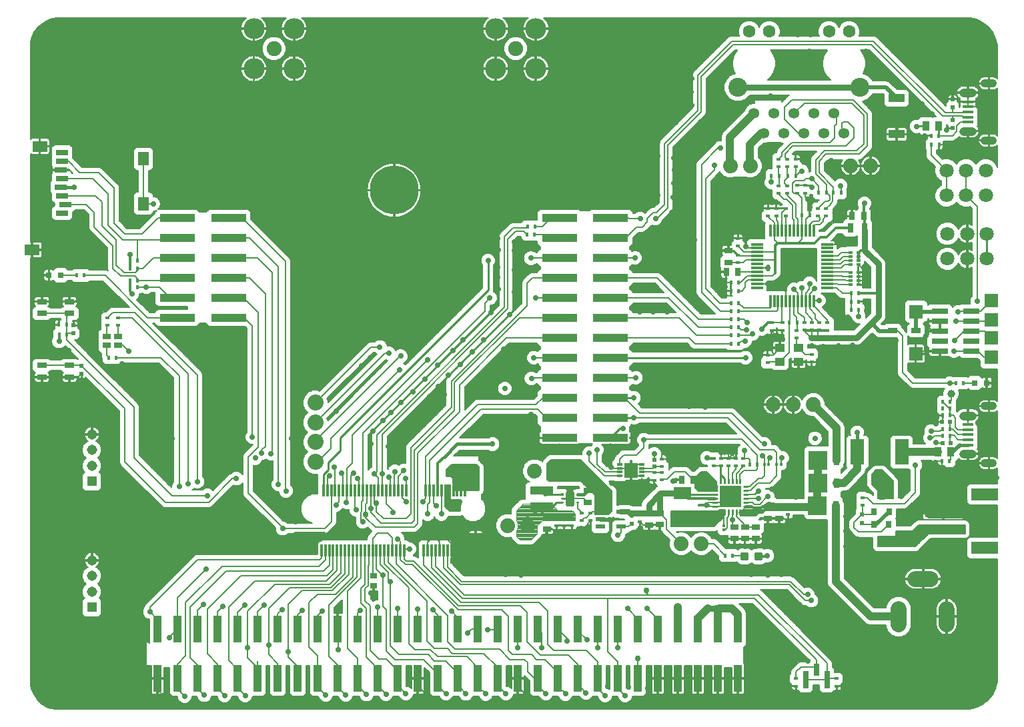
<source format=gtl>
G75*
%MOIN*%
%OFA0B0*%
%FSLAX25Y25*%
%IPPOS*%
%LPD*%
%AMOC8*
5,1,8,0,0,1.08239X$1,22.5*
%
%ADD10R,0.05000X0.02500*%
%ADD11R,0.02400X0.01800*%
%ADD12R,0.01600X0.01400*%
%ADD13R,0.01800X0.02400*%
%ADD14R,0.08071X0.04331*%
%ADD15R,0.04100X0.02800*%
%ADD16R,0.02800X0.04100*%
%ADD17R,0.01772X0.02165*%
%ADD18R,0.03000X0.05000*%
%ADD19R,0.09200X0.09700*%
%ADD20C,0.01181*%
%ADD21R,0.08268X0.02756*%
%ADD22R,0.03346X0.04921*%
%ADD23R,0.01181X0.06102*%
%ADD24R,0.04724X0.10827*%
%ADD25R,0.18110X0.03937*%
%ADD26R,0.13386X0.06299*%
%ADD27R,0.03346X0.02756*%
%ADD28R,0.11811X0.03937*%
%ADD29R,0.03150X0.04724*%
%ADD30R,0.09055X0.06496*%
%ADD31R,0.02756X0.03150*%
%ADD32R,0.03150X0.08661*%
%ADD33R,0.02874X0.05906*%
%ADD34R,0.03150X0.03740*%
%ADD35R,0.03150X0.04921*%
%ADD36R,0.02165X0.01772*%
%ADD37R,0.01400X0.01600*%
%ADD38R,0.07087X0.12598*%
%ADD39R,0.02362X0.02362*%
%ADD40R,0.03937X0.03150*%
%ADD41C,0.06299*%
%ADD42C,0.09449*%
%ADD43C,0.05346*%
%ADD44R,0.01969X0.01575*%
%ADD45R,0.01969X0.01181*%
%ADD46C,0.07087*%
%ADD47C,0.03937*%
%ADD48R,0.07000X0.07000*%
%ADD49R,0.01181X0.05906*%
%ADD50R,0.05906X0.01181*%
%ADD51C,0.01102*%
%ADD52R,0.10630X0.10630*%
%ADD53C,0.03181*%
%ADD54R,0.04724X0.02165*%
%ADD55R,0.01772X0.01378*%
%ADD56R,0.01772X0.00984*%
%ADD57C,0.00039*%
%ADD58R,0.04000X0.04000*%
%ADD59R,0.05512X0.01575*%
%ADD60C,0.04362*%
%ADD61C,0.03969*%
%ADD62C,0.07500*%
%ADD63C,0.10500*%
%ADD64R,0.05906X0.03150*%
%ADD65R,0.07480X0.05512*%
%ADD66R,0.05512X0.07087*%
%ADD67R,0.04724X0.04331*%
%ADD68C,0.07400*%
%ADD69C,0.07874*%
%ADD70R,0.03937X0.13780*%
%ADD71C,0.08000*%
%ADD72R,0.06811X0.07402*%
%ADD73R,0.03150X0.01181*%
%ADD74R,0.02362X0.02165*%
%ADD75R,0.05150X0.05150*%
%ADD76C,0.05150*%
%ADD77R,0.17717X0.04016*%
%ADD78R,0.04724X0.02756*%
%ADD79R,0.01969X0.01969*%
%ADD80C,0.24409*%
%ADD81C,0.00800*%
%ADD82C,0.02978*%
%ADD83C,0.02800*%
%ADD84C,0.01000*%
%ADD85C,0.01500*%
%ADD86C,0.00600*%
%ADD87C,0.23622*%
%ADD88C,0.01200*%
%ADD89C,0.02000*%
%ADD90C,0.03000*%
%ADD91C,0.00400*%
%ADD92C,0.01800*%
%ADD93C,0.04000*%
%ADD94C,0.02500*%
%ADD95C,0.01600*%
D10*
X0011433Y0172714D03*
X0011433Y0178639D03*
X0025213Y0178639D03*
X0025213Y0172714D03*
X0025213Y0204604D03*
X0025213Y0210529D03*
X0011433Y0210529D03*
X0011433Y0204604D03*
D11*
X0268611Y0102354D03*
X0268611Y0098554D03*
X0272411Y0098554D03*
X0272411Y0102354D03*
X0276311Y0102354D03*
X0276311Y0098554D03*
X0281011Y0100954D03*
X0281011Y0104754D03*
X0285611Y0104754D03*
X0285611Y0100954D03*
X0310311Y0100354D03*
X0310311Y0104154D03*
X0317397Y0121195D03*
X0321111Y0121254D03*
X0321111Y0125054D03*
X0321177Y0127913D03*
X0321177Y0131713D03*
X0317397Y0124995D03*
X0347211Y0128354D03*
X0350811Y0128354D03*
X0354511Y0128354D03*
X0358311Y0128354D03*
X0361911Y0128354D03*
X0361911Y0132154D03*
X0358311Y0132154D03*
X0354511Y0132154D03*
X0350811Y0132154D03*
X0347211Y0132154D03*
X0384311Y0107754D03*
X0384311Y0103954D03*
X0374111Y0180054D03*
X0374111Y0183854D03*
X0376011Y0196154D03*
X0376011Y0199954D03*
X0381411Y0199954D03*
X0381411Y0196154D03*
X0392498Y0196354D03*
X0396270Y0196280D03*
X0399894Y0196256D03*
X0399894Y0200056D03*
X0396270Y0200080D03*
X0392498Y0200154D03*
X0403993Y0199954D03*
X0403993Y0196154D03*
X0396011Y0184154D03*
X0396011Y0180354D03*
X0359211Y0229954D03*
X0359211Y0233754D03*
X0359211Y0238354D03*
X0359211Y0242154D03*
X0374211Y0253354D03*
X0374211Y0257154D03*
X0378411Y0257154D03*
X0378411Y0253354D03*
X0383211Y0253354D03*
X0383211Y0257154D03*
X0383811Y0264754D03*
X0383811Y0268554D03*
X0379611Y0268554D03*
X0379611Y0264754D03*
X0388911Y0264854D03*
X0388911Y0268654D03*
X0392811Y0268654D03*
X0392811Y0264854D03*
X0399211Y0257054D03*
X0399211Y0253254D03*
X0403211Y0253254D03*
X0403211Y0257054D03*
X0388011Y0277954D03*
X0388011Y0281754D03*
X0383811Y0281754D03*
X0383811Y0277954D03*
X0379611Y0277954D03*
X0379611Y0281754D03*
D12*
X0352011Y0098554D03*
X0352011Y0096354D03*
D13*
X0352811Y0083554D03*
X0356611Y0083554D03*
X0365194Y0129059D03*
X0368994Y0129059D03*
X0359511Y0189496D03*
X0355711Y0189496D03*
X0355711Y0193621D03*
X0359511Y0193621D03*
X0359511Y0197708D03*
X0355711Y0197708D03*
X0355799Y0201661D03*
X0359599Y0201661D03*
X0359511Y0205654D03*
X0355711Y0205654D03*
X0355711Y0209854D03*
X0359511Y0209854D03*
X0359511Y0215854D03*
X0355711Y0215854D03*
X0355711Y0220054D03*
X0359511Y0220054D03*
X0384911Y0199954D03*
X0388711Y0199954D03*
X0415811Y0206354D03*
X0419611Y0206354D03*
X0419511Y0210454D03*
X0415711Y0210454D03*
X0415711Y0214654D03*
X0419511Y0214654D03*
X0395111Y0253654D03*
X0391311Y0253654D03*
X0399611Y0264954D03*
X0403411Y0264954D03*
X0406911Y0264954D03*
X0410711Y0264954D03*
X0388111Y0273454D03*
X0384311Y0273454D03*
X0379711Y0273454D03*
X0375911Y0273454D03*
X0455911Y0289054D03*
X0459711Y0289054D03*
X0023666Y0198897D03*
X0019866Y0198897D03*
D14*
X0438523Y0294234D03*
X0438523Y0312226D03*
D15*
X0354511Y0236004D03*
X0354511Y0230104D03*
X0284211Y0115904D03*
X0284211Y0110004D03*
X0263811Y0102504D03*
X0263811Y0096604D03*
X0314711Y0098804D03*
X0320111Y0098904D03*
X0320111Y0104804D03*
X0314711Y0104704D03*
X0357411Y0097804D03*
X0362694Y0097804D03*
X0368211Y0097804D03*
X0368211Y0091904D03*
X0362694Y0091904D03*
X0357411Y0091904D03*
X0374076Y0101960D03*
X0379876Y0101960D03*
X0379876Y0107860D03*
X0374076Y0107860D03*
D16*
X0336961Y0121454D03*
X0331061Y0121454D03*
X0353361Y0225454D03*
X0359261Y0225454D03*
X0416161Y0253254D03*
X0422061Y0253254D03*
D17*
X0455861Y0293554D03*
X0459561Y0293554D03*
X0468161Y0169754D03*
X0471861Y0169754D03*
X0465261Y0160454D03*
X0465261Y0157054D03*
X0465261Y0153654D03*
X0461561Y0153654D03*
X0461561Y0157054D03*
X0461561Y0160454D03*
X0461461Y0146854D03*
X0461461Y0143354D03*
X0465161Y0143354D03*
X0465161Y0146854D03*
X0464861Y0130854D03*
X0461161Y0130854D03*
X0257621Y0243970D03*
X0253920Y0243970D03*
X0254020Y0248149D03*
X0257721Y0248149D03*
X0059214Y0230906D03*
X0055513Y0230906D03*
X0055513Y0227046D03*
X0059214Y0227046D03*
X0059114Y0221019D03*
X0059158Y0217740D03*
X0055457Y0217740D03*
X0055413Y0221019D03*
X0032658Y0223557D03*
X0028957Y0223557D03*
X0023717Y0193897D03*
X0020016Y0193897D03*
X0044716Y0182511D03*
X0048417Y0182511D03*
D18*
X0408160Y0108495D03*
X0408419Y0119861D03*
X0408395Y0131084D03*
D19*
X0399145Y0131084D03*
X0399169Y0119861D03*
X0398910Y0108495D03*
D20*
X0368086Y0084432D02*
X0368086Y0081676D01*
X0368086Y0084432D02*
X0370842Y0084432D01*
X0370842Y0081676D01*
X0368086Y0081676D01*
X0368086Y0082798D02*
X0370842Y0082798D01*
X0370842Y0083920D02*
X0368086Y0083920D01*
X0361180Y0084432D02*
X0361180Y0081676D01*
X0361180Y0084432D02*
X0363936Y0084432D01*
X0363936Y0081676D01*
X0361180Y0081676D01*
X0361180Y0082798D02*
X0363936Y0082798D01*
X0363936Y0083920D02*
X0361180Y0083920D01*
D21*
X0460063Y0185768D03*
X0460063Y0190768D03*
X0460063Y0195768D03*
X0460063Y0200768D03*
X0460063Y0205768D03*
X0475811Y0205768D03*
X0475811Y0200768D03*
X0475811Y0195768D03*
X0475811Y0190768D03*
X0475811Y0185768D03*
D22*
X0465361Y0135254D03*
X0459061Y0135254D03*
X0459561Y0298454D03*
X0453261Y0298454D03*
D23*
X0222929Y0115893D03*
X0220961Y0115893D03*
X0218992Y0115893D03*
X0217024Y0115893D03*
X0215055Y0115893D03*
X0213087Y0115893D03*
X0211118Y0115893D03*
X0209150Y0115893D03*
X0207181Y0115893D03*
X0205213Y0115893D03*
X0203244Y0115893D03*
X0193402Y0115893D03*
X0191433Y0115893D03*
X0189465Y0115893D03*
X0187496Y0115893D03*
X0185528Y0115893D03*
X0183559Y0115893D03*
X0181591Y0115893D03*
X0179622Y0115893D03*
X0177654Y0115893D03*
X0175685Y0115893D03*
X0173717Y0115893D03*
X0171748Y0115893D03*
X0169780Y0115893D03*
X0167811Y0115893D03*
X0165843Y0115893D03*
X0163874Y0115893D03*
X0161906Y0115893D03*
X0159937Y0115893D03*
X0157969Y0115893D03*
X0156000Y0115893D03*
X0154031Y0115893D03*
X0152063Y0115893D03*
X0151079Y0086169D03*
X0153047Y0086169D03*
X0155016Y0086169D03*
X0156984Y0086169D03*
X0158953Y0086169D03*
X0160921Y0086169D03*
X0162890Y0086169D03*
X0164858Y0086169D03*
X0166827Y0086169D03*
X0168795Y0086169D03*
X0170764Y0086169D03*
X0172732Y0086169D03*
X0174701Y0086169D03*
X0176669Y0086169D03*
X0178638Y0086169D03*
X0180606Y0086169D03*
X0182575Y0086169D03*
X0184543Y0086169D03*
X0186512Y0086169D03*
X0188480Y0086169D03*
X0190449Y0086169D03*
X0192417Y0086169D03*
X0202260Y0086169D03*
X0204228Y0086169D03*
X0206197Y0086169D03*
X0208165Y0086169D03*
X0210134Y0086169D03*
X0212102Y0086169D03*
X0214071Y0086169D03*
X0216039Y0086169D03*
X0218008Y0086169D03*
X0219976Y0086169D03*
X0221945Y0086169D03*
X0223913Y0086169D03*
D24*
X0228244Y0089220D03*
X0146748Y0089220D03*
D25*
X0461872Y0096706D03*
X0461872Y0104580D03*
D26*
X0482344Y0114029D03*
X0482344Y0087258D03*
D27*
X0177043Y0073395D03*
X0177043Y0068276D03*
D28*
X0261008Y0108205D03*
X0261008Y0116079D03*
D29*
X0415468Y0247254D03*
X0422554Y0247254D03*
D30*
X0331480Y0114673D03*
X0331480Y0101681D03*
D31*
X0477658Y0169854D03*
X0483564Y0169854D03*
X0020880Y0223744D03*
X0014975Y0223744D03*
D32*
X0393056Y0021387D03*
X0403686Y0021387D03*
D33*
X0398371Y0026426D03*
D34*
X0427180Y0098935D03*
X0427271Y0105417D03*
X0434751Y0105417D03*
X0434661Y0098935D03*
D35*
X0430920Y0090470D03*
X0431011Y0113882D03*
D36*
X0421411Y0112505D03*
X0421411Y0108804D03*
X0388611Y0192404D03*
X0388611Y0196105D03*
X0388311Y0021892D03*
X0388311Y0018191D03*
X0408557Y0018191D03*
X0408557Y0021892D03*
X0049619Y0198625D03*
X0049619Y0202326D03*
X0044107Y0202326D03*
X0044107Y0198625D03*
D37*
X0372394Y0129049D03*
X0374594Y0129049D03*
X0378594Y0129088D03*
X0380794Y0129088D03*
D38*
X0418973Y0135250D03*
X0441020Y0135250D03*
D39*
X0421311Y0104120D03*
X0421311Y0099789D03*
X0306011Y0099389D03*
X0306011Y0103720D03*
D40*
X0049616Y0188716D03*
X0049616Y0193047D03*
X0043710Y0193047D03*
X0043710Y0188716D03*
D41*
X0364898Y0345716D03*
X0374898Y0345716D03*
X0404702Y0345716D03*
X0414702Y0345716D03*
D42*
X0420312Y0317645D03*
X0359288Y0317645D03*
D43*
X0367300Y0304692D03*
X0377300Y0304692D03*
X0387300Y0304692D03*
X0397300Y0304692D03*
X0407300Y0304692D03*
X0402300Y0294692D03*
X0392300Y0294692D03*
X0382300Y0294692D03*
X0372300Y0294692D03*
X0412300Y0294692D03*
D44*
X0415443Y0235204D03*
X0419380Y0235204D03*
X0419380Y0228905D03*
X0419380Y0225204D03*
X0415443Y0225204D03*
X0415443Y0228905D03*
X0415443Y0218905D03*
X0419380Y0218905D03*
D45*
X0419380Y0221070D03*
X0419380Y0223039D03*
X0415443Y0223039D03*
X0415443Y0221070D03*
X0415443Y0231070D03*
X0415443Y0233039D03*
X0419380Y0233039D03*
X0419380Y0231070D03*
D46*
X0463926Y0231910D03*
X0473769Y0231910D03*
X0483611Y0231910D03*
X0483611Y0244508D03*
X0473769Y0244508D03*
X0463926Y0244508D03*
X0463411Y0263560D03*
X0473254Y0263560D03*
X0483096Y0263560D03*
X0483096Y0276158D03*
X0473254Y0276158D03*
X0463411Y0276158D03*
D47*
X0465711Y0164454D03*
D48*
X0448011Y0184454D03*
X0448211Y0205454D03*
X0485911Y0201254D03*
X0485911Y0211054D03*
X0485911Y0192254D03*
X0485911Y0182654D03*
D49*
X0397022Y0210854D03*
X0395054Y0210854D03*
X0393085Y0210854D03*
X0391117Y0210854D03*
X0389148Y0210854D03*
X0387180Y0210854D03*
X0385211Y0210854D03*
X0383243Y0210854D03*
X0381274Y0210854D03*
X0379306Y0210854D03*
X0377337Y0210854D03*
X0375369Y0210854D03*
X0375369Y0245894D03*
X0377337Y0245894D03*
X0379306Y0245894D03*
X0381274Y0245894D03*
X0383243Y0245894D03*
X0385211Y0245894D03*
X0387180Y0245894D03*
X0389148Y0245894D03*
X0391117Y0245894D03*
X0393085Y0245894D03*
X0395054Y0245894D03*
X0397022Y0245894D03*
D50*
X0403715Y0239201D03*
X0403715Y0237232D03*
X0403715Y0235264D03*
X0403715Y0233295D03*
X0403715Y0231327D03*
X0403715Y0229358D03*
X0403715Y0227390D03*
X0403715Y0225421D03*
X0403715Y0223453D03*
X0403715Y0221484D03*
X0403715Y0219516D03*
X0403715Y0217547D03*
X0368676Y0217547D03*
X0368676Y0219516D03*
X0368676Y0221484D03*
X0368676Y0223453D03*
X0368676Y0225421D03*
X0368676Y0227390D03*
X0368676Y0229358D03*
X0368676Y0231327D03*
X0368676Y0233295D03*
X0368676Y0235264D03*
X0368676Y0237232D03*
X0368676Y0239201D03*
D51*
X0360331Y0121883D02*
X0360331Y0119639D01*
X0358362Y0119639D02*
X0358362Y0121883D01*
X0356394Y0121883D02*
X0356394Y0119639D01*
X0354425Y0119639D02*
X0354425Y0121883D01*
X0352457Y0121883D02*
X0352457Y0119639D01*
X0350488Y0119639D02*
X0350488Y0121883D01*
X0348756Y0117906D02*
X0346512Y0117906D01*
X0346512Y0115938D02*
X0348756Y0115938D01*
X0348756Y0113969D02*
X0346512Y0113969D01*
X0346512Y0112001D02*
X0348756Y0112001D01*
X0348756Y0110032D02*
X0346512Y0110032D01*
X0346512Y0108064D02*
X0348756Y0108064D01*
X0350488Y0106332D02*
X0350488Y0104088D01*
X0352457Y0104088D02*
X0352457Y0106332D01*
X0354425Y0106332D02*
X0354425Y0104088D01*
X0356394Y0104088D02*
X0356394Y0106332D01*
X0358362Y0106332D02*
X0358362Y0104088D01*
X0360331Y0104088D02*
X0360331Y0106332D01*
X0362063Y0108064D02*
X0364307Y0108064D01*
X0364307Y0110032D02*
X0362063Y0110032D01*
X0362063Y0112001D02*
X0364307Y0112001D01*
X0364307Y0113969D02*
X0362063Y0113969D01*
X0362063Y0115938D02*
X0364307Y0115938D01*
X0364307Y0117906D02*
X0362063Y0117906D01*
D52*
X0355409Y0112985D03*
D53*
X0355409Y0112985D03*
X0351866Y0112985D03*
X0351866Y0109442D03*
X0355409Y0109442D03*
X0358953Y0109442D03*
X0358953Y0112985D03*
X0358953Y0116528D03*
X0355409Y0116528D03*
X0351866Y0116528D03*
D54*
X0300729Y0105395D03*
X0300729Y0097914D03*
X0290493Y0097914D03*
X0290493Y0101654D03*
X0290493Y0105395D03*
D55*
X0271372Y0114220D03*
D56*
X0271372Y0112054D03*
X0271372Y0110086D03*
X0279050Y0110086D03*
X0279050Y0112054D03*
X0279050Y0114023D03*
D57*
X0277180Y0114009D02*
X0273243Y0114009D01*
X0273243Y0114047D02*
X0277180Y0114047D01*
X0277180Y0114085D02*
X0273243Y0114085D01*
X0273243Y0114123D02*
X0277180Y0114123D01*
X0277180Y0114160D02*
X0273243Y0114160D01*
X0273243Y0114198D02*
X0277180Y0114198D01*
X0277180Y0114236D02*
X0273243Y0114236D01*
X0273243Y0114274D02*
X0277180Y0114274D01*
X0277180Y0114312D02*
X0273243Y0114312D01*
X0273243Y0114350D02*
X0277180Y0114350D01*
X0277180Y0114388D02*
X0273243Y0114388D01*
X0273243Y0114426D02*
X0277180Y0114426D01*
X0277180Y0114463D02*
X0273243Y0114463D01*
X0273243Y0114501D02*
X0277180Y0114501D01*
X0277180Y0114539D02*
X0273243Y0114539D01*
X0273243Y0114577D02*
X0277180Y0114577D01*
X0277180Y0114615D02*
X0273243Y0114615D01*
X0273243Y0114653D02*
X0277180Y0114653D01*
X0277180Y0114691D02*
X0273243Y0114691D01*
X0273243Y0114729D02*
X0277180Y0114729D01*
X0277180Y0114766D02*
X0273243Y0114766D01*
X0273243Y0114804D02*
X0277180Y0114804D01*
X0277180Y0114842D02*
X0273243Y0114842D01*
X0273243Y0114880D02*
X0277180Y0114880D01*
X0277180Y0114918D02*
X0273243Y0114918D01*
X0273243Y0114956D02*
X0277180Y0114956D01*
X0277180Y0114994D02*
X0273243Y0114994D01*
X0273243Y0115032D02*
X0277180Y0115032D01*
X0277180Y0115070D02*
X0273243Y0115070D01*
X0273243Y0115107D02*
X0277180Y0115107D01*
X0277180Y0115145D02*
X0273243Y0115145D01*
X0273243Y0115183D02*
X0277180Y0115183D01*
X0277180Y0115204D02*
X0276983Y0115204D01*
X0276983Y0115598D01*
X0273439Y0115598D01*
X0273439Y0115204D01*
X0273243Y0115204D01*
X0273243Y0108905D01*
X0273439Y0108905D01*
X0273439Y0108511D01*
X0276983Y0108511D01*
X0276983Y0108905D01*
X0277180Y0108905D01*
X0277180Y0115204D01*
X0276983Y0115221D02*
X0273439Y0115221D01*
X0273439Y0115259D02*
X0276983Y0115259D01*
X0276983Y0115297D02*
X0273439Y0115297D01*
X0273439Y0115335D02*
X0276983Y0115335D01*
X0276983Y0115373D02*
X0273439Y0115373D01*
X0273439Y0115410D02*
X0276983Y0115410D01*
X0276983Y0115448D02*
X0273439Y0115448D01*
X0273439Y0115486D02*
X0276983Y0115486D01*
X0276983Y0115524D02*
X0273439Y0115524D01*
X0273439Y0115562D02*
X0276983Y0115562D01*
X0277180Y0113971D02*
X0273243Y0113971D01*
X0273243Y0113933D02*
X0277180Y0113933D01*
X0277180Y0113895D02*
X0273243Y0113895D01*
X0273243Y0113857D02*
X0277180Y0113857D01*
X0277180Y0113819D02*
X0273243Y0113819D01*
X0273243Y0113782D02*
X0277180Y0113782D01*
X0277180Y0113744D02*
X0273243Y0113744D01*
X0273243Y0113706D02*
X0277180Y0113706D01*
X0277180Y0113668D02*
X0273243Y0113668D01*
X0273243Y0113630D02*
X0277180Y0113630D01*
X0277180Y0113592D02*
X0273243Y0113592D01*
X0273243Y0113554D02*
X0277180Y0113554D01*
X0277180Y0113516D02*
X0273243Y0113516D01*
X0273243Y0113479D02*
X0277180Y0113479D01*
X0277180Y0113441D02*
X0273243Y0113441D01*
X0273243Y0113403D02*
X0277180Y0113403D01*
X0277180Y0113365D02*
X0273243Y0113365D01*
X0273243Y0113327D02*
X0277180Y0113327D01*
X0277180Y0113289D02*
X0273243Y0113289D01*
X0273243Y0113251D02*
X0277180Y0113251D01*
X0277180Y0113213D02*
X0273243Y0113213D01*
X0273243Y0113175D02*
X0277180Y0113175D01*
X0277180Y0113138D02*
X0273243Y0113138D01*
X0273243Y0113100D02*
X0277180Y0113100D01*
X0277180Y0113062D02*
X0273243Y0113062D01*
X0273243Y0113024D02*
X0277180Y0113024D01*
X0277180Y0112986D02*
X0273243Y0112986D01*
X0273243Y0112948D02*
X0277180Y0112948D01*
X0277180Y0112910D02*
X0273243Y0112910D01*
X0273243Y0112872D02*
X0277180Y0112872D01*
X0277180Y0112835D02*
X0273243Y0112835D01*
X0273243Y0112797D02*
X0277180Y0112797D01*
X0277180Y0112759D02*
X0273243Y0112759D01*
X0273243Y0112721D02*
X0277180Y0112721D01*
X0277180Y0112683D02*
X0273243Y0112683D01*
X0273243Y0112645D02*
X0277180Y0112645D01*
X0277180Y0112607D02*
X0273243Y0112607D01*
X0273243Y0112569D02*
X0277180Y0112569D01*
X0277180Y0112531D02*
X0273243Y0112531D01*
X0273243Y0112494D02*
X0277180Y0112494D01*
X0277180Y0112456D02*
X0273243Y0112456D01*
X0273243Y0112418D02*
X0277180Y0112418D01*
X0277180Y0112380D02*
X0273243Y0112380D01*
X0273243Y0112342D02*
X0277180Y0112342D01*
X0277180Y0112304D02*
X0273243Y0112304D01*
X0273243Y0112266D02*
X0277180Y0112266D01*
X0277180Y0112228D02*
X0273243Y0112228D01*
X0273243Y0112191D02*
X0277180Y0112191D01*
X0277180Y0112153D02*
X0273243Y0112153D01*
X0273243Y0112115D02*
X0277180Y0112115D01*
X0277180Y0112077D02*
X0273243Y0112077D01*
X0273243Y0112039D02*
X0277180Y0112039D01*
X0277180Y0112001D02*
X0273243Y0112001D01*
X0273243Y0111963D02*
X0277180Y0111963D01*
X0277180Y0111925D02*
X0273243Y0111925D01*
X0273243Y0111887D02*
X0277180Y0111887D01*
X0277180Y0111850D02*
X0273243Y0111850D01*
X0273243Y0111812D02*
X0277180Y0111812D01*
X0277180Y0111774D02*
X0273243Y0111774D01*
X0273243Y0111736D02*
X0277180Y0111736D01*
X0277180Y0111698D02*
X0273243Y0111698D01*
X0273243Y0111660D02*
X0277180Y0111660D01*
X0277180Y0111622D02*
X0273243Y0111622D01*
X0273243Y0111584D02*
X0277180Y0111584D01*
X0277180Y0111547D02*
X0273243Y0111547D01*
X0273243Y0111509D02*
X0277180Y0111509D01*
X0277180Y0111471D02*
X0273243Y0111471D01*
X0273243Y0111433D02*
X0277180Y0111433D01*
X0277180Y0111395D02*
X0273243Y0111395D01*
X0273243Y0111357D02*
X0277180Y0111357D01*
X0277180Y0111319D02*
X0273243Y0111319D01*
X0273243Y0111281D02*
X0277180Y0111281D01*
X0277180Y0111244D02*
X0273243Y0111244D01*
X0273243Y0111206D02*
X0277180Y0111206D01*
X0277180Y0111168D02*
X0273243Y0111168D01*
X0273243Y0111130D02*
X0277180Y0111130D01*
X0277180Y0111092D02*
X0273243Y0111092D01*
X0273243Y0111054D02*
X0277180Y0111054D01*
X0277180Y0111016D02*
X0273243Y0111016D01*
X0273243Y0110978D02*
X0277180Y0110978D01*
X0277180Y0110940D02*
X0273243Y0110940D01*
X0273243Y0110903D02*
X0277180Y0110903D01*
X0277180Y0110865D02*
X0273243Y0110865D01*
X0273243Y0110827D02*
X0277180Y0110827D01*
X0277180Y0110789D02*
X0273243Y0110789D01*
X0273243Y0110751D02*
X0277180Y0110751D01*
X0277180Y0110713D02*
X0273243Y0110713D01*
X0273243Y0110675D02*
X0277180Y0110675D01*
X0277180Y0110637D02*
X0273243Y0110637D01*
X0273243Y0110600D02*
X0277180Y0110600D01*
X0277180Y0110562D02*
X0273243Y0110562D01*
X0273243Y0110524D02*
X0277180Y0110524D01*
X0277180Y0110486D02*
X0273243Y0110486D01*
X0273243Y0110448D02*
X0277180Y0110448D01*
X0277180Y0110410D02*
X0273243Y0110410D01*
X0273243Y0110372D02*
X0277180Y0110372D01*
X0277180Y0110334D02*
X0273243Y0110334D01*
X0273243Y0110296D02*
X0277180Y0110296D01*
X0277180Y0110259D02*
X0273243Y0110259D01*
X0273243Y0110221D02*
X0277180Y0110221D01*
X0277180Y0110183D02*
X0273243Y0110183D01*
X0273243Y0110145D02*
X0277180Y0110145D01*
X0277180Y0110107D02*
X0273243Y0110107D01*
X0273243Y0110069D02*
X0277180Y0110069D01*
X0277180Y0110031D02*
X0273243Y0110031D01*
X0273243Y0109993D02*
X0277180Y0109993D01*
X0277180Y0109956D02*
X0273243Y0109956D01*
X0273243Y0109918D02*
X0277180Y0109918D01*
X0277180Y0109880D02*
X0273243Y0109880D01*
X0273243Y0109842D02*
X0277180Y0109842D01*
X0277180Y0109804D02*
X0273243Y0109804D01*
X0273243Y0109766D02*
X0277180Y0109766D01*
X0277180Y0109728D02*
X0273243Y0109728D01*
X0273243Y0109690D02*
X0277180Y0109690D01*
X0277180Y0109652D02*
X0273243Y0109652D01*
X0273243Y0109615D02*
X0277180Y0109615D01*
X0277180Y0109577D02*
X0273243Y0109577D01*
X0273243Y0109539D02*
X0277180Y0109539D01*
X0277180Y0109501D02*
X0273243Y0109501D01*
X0273243Y0109463D02*
X0277180Y0109463D01*
X0277180Y0109425D02*
X0273243Y0109425D01*
X0273243Y0109387D02*
X0277180Y0109387D01*
X0277180Y0109349D02*
X0273243Y0109349D01*
X0273243Y0109312D02*
X0277180Y0109312D01*
X0277180Y0109274D02*
X0273243Y0109274D01*
X0273243Y0109236D02*
X0277180Y0109236D01*
X0277180Y0109198D02*
X0273243Y0109198D01*
X0273243Y0109160D02*
X0277180Y0109160D01*
X0277180Y0109122D02*
X0273243Y0109122D01*
X0273243Y0109084D02*
X0277180Y0109084D01*
X0277180Y0109046D02*
X0273243Y0109046D01*
X0273243Y0109009D02*
X0277180Y0109009D01*
X0277180Y0108971D02*
X0273243Y0108971D01*
X0273243Y0108933D02*
X0277180Y0108933D01*
X0276983Y0108895D02*
X0273439Y0108895D01*
X0273439Y0108857D02*
X0276983Y0108857D01*
X0276983Y0108819D02*
X0273439Y0108819D01*
X0273439Y0108781D02*
X0276983Y0108781D01*
X0276983Y0108743D02*
X0273439Y0108743D01*
X0273439Y0108705D02*
X0276983Y0108705D01*
X0276983Y0108668D02*
X0273439Y0108668D01*
X0273439Y0108630D02*
X0276983Y0108630D01*
X0276983Y0108592D02*
X0273439Y0108592D01*
X0273439Y0108554D02*
X0276983Y0108554D01*
X0276983Y0108516D02*
X0273439Y0108516D01*
D58*
X0275211Y0112054D03*
D59*
X0474131Y0138869D03*
X0474131Y0141428D03*
X0474131Y0143987D03*
X0474131Y0146546D03*
X0474131Y0149105D03*
X0474131Y0300286D03*
X0474131Y0302845D03*
X0474131Y0305404D03*
X0474131Y0307963D03*
X0474131Y0310522D03*
D60*
X0471950Y0314951D02*
X0476312Y0314951D01*
X0476312Y0295857D02*
X0471950Y0295857D01*
X0471950Y0153534D02*
X0476312Y0153534D01*
X0476312Y0134439D02*
X0471950Y0134439D01*
D61*
X0482580Y0129715D02*
X0486548Y0129715D01*
X0486548Y0158258D02*
X0482580Y0158258D01*
X0482580Y0291132D02*
X0486548Y0291132D01*
X0486548Y0319676D02*
X0482580Y0319676D01*
D62*
X0248200Y0337094D03*
X0127400Y0337094D03*
D63*
X0117361Y0347133D03*
X0137439Y0347133D03*
X0137439Y0327055D03*
X0117361Y0327055D03*
X0238161Y0327055D03*
X0258239Y0327055D03*
X0258239Y0347133D03*
X0238161Y0347133D03*
D64*
X0021579Y0285095D03*
X0021579Y0280765D03*
X0020791Y0276434D03*
X0021579Y0272103D03*
X0020791Y0267773D03*
X0021579Y0263442D03*
X0023154Y0259111D03*
X0021579Y0254780D03*
D65*
X0006421Y0236434D03*
X0010358Y0288206D03*
D66*
X0062130Y0281906D03*
X0062130Y0259465D03*
D67*
X0380285Y0187399D03*
X0380285Y0180510D03*
X0389537Y0180510D03*
X0389537Y0187399D03*
D68*
X0386867Y0158958D03*
X0396867Y0158958D03*
X0376867Y0158958D03*
X0340911Y0089354D03*
X0330911Y0089354D03*
X0267611Y0125854D03*
X0257611Y0125854D03*
X0254111Y0098554D03*
X0244111Y0098554D03*
X0355367Y0278458D03*
X0365367Y0278458D03*
X0415489Y0278458D03*
X0425489Y0278458D03*
D69*
X0447763Y0071833D02*
X0455637Y0071833D01*
X0463511Y0056873D02*
X0463511Y0048999D01*
X0439495Y0048999D02*
X0439495Y0056873D01*
D70*
X0359268Y0046594D03*
X0349268Y0046594D03*
X0339268Y0046594D03*
X0329268Y0046594D03*
X0319268Y0046594D03*
X0309268Y0046594D03*
X0299268Y0046594D03*
X0289268Y0046594D03*
X0279268Y0046594D03*
X0269268Y0046594D03*
X0259268Y0046594D03*
X0249268Y0046594D03*
X0239268Y0046594D03*
X0229268Y0046594D03*
X0219268Y0046594D03*
X0209268Y0046594D03*
X0199268Y0046594D03*
X0189268Y0046594D03*
X0179268Y0046594D03*
X0169268Y0046594D03*
X0159268Y0046594D03*
X0149268Y0046594D03*
X0139268Y0046594D03*
X0129268Y0046594D03*
X0119268Y0046594D03*
X0109268Y0046594D03*
X0099268Y0046594D03*
X0089268Y0046594D03*
X0079268Y0046594D03*
X0069268Y0046594D03*
X0069268Y0022082D03*
X0079268Y0022082D03*
X0089268Y0022082D03*
X0099268Y0022082D03*
X0109268Y0022082D03*
X0119268Y0022082D03*
X0129268Y0022082D03*
X0139268Y0022082D03*
X0149268Y0022082D03*
X0159268Y0022082D03*
X0169268Y0022082D03*
X0179268Y0022082D03*
X0189268Y0022082D03*
X0199268Y0022082D03*
X0209268Y0022082D03*
X0219268Y0022082D03*
X0229268Y0022082D03*
X0239268Y0022082D03*
X0249268Y0022082D03*
X0259268Y0022082D03*
X0269268Y0022082D03*
X0279268Y0022082D03*
X0289268Y0022082D03*
X0299268Y0022082D03*
X0309268Y0022082D03*
X0319268Y0022082D03*
X0329268Y0022082D03*
X0339268Y0022082D03*
X0349268Y0022082D03*
X0359268Y0022082D03*
D71*
X0148051Y0130401D03*
X0148051Y0140243D03*
X0148051Y0150086D03*
X0148051Y0159928D03*
D72*
X0305700Y0126221D03*
D73*
X0300188Y0127205D03*
X0300188Y0129173D03*
X0300188Y0125236D03*
X0300188Y0123268D03*
X0311212Y0123268D03*
X0311212Y0125236D03*
X0311212Y0127205D03*
X0311212Y0129173D03*
D74*
X0317425Y0128101D03*
X0317425Y0131251D03*
D75*
X0036433Y0120558D03*
X0036433Y0057566D03*
D76*
X0036433Y0065440D03*
X0036433Y0073314D03*
X0036433Y0081188D03*
X0036433Y0128432D03*
X0036433Y0136306D03*
X0036433Y0144180D03*
D77*
X0079150Y0202448D03*
X0079150Y0212448D03*
X0079150Y0222448D03*
X0079150Y0232448D03*
X0079150Y0242448D03*
X0079150Y0252448D03*
X0104740Y0252448D03*
X0104740Y0242448D03*
X0104740Y0232448D03*
X0104740Y0222448D03*
X0104740Y0212448D03*
X0104740Y0202448D03*
X0270028Y0202448D03*
X0270028Y0212448D03*
X0270028Y0222448D03*
X0270028Y0232448D03*
X0270028Y0242448D03*
X0270028Y0252448D03*
X0295619Y0252448D03*
X0295619Y0242448D03*
X0295619Y0232448D03*
X0295619Y0222448D03*
X0295619Y0212448D03*
X0295619Y0202448D03*
X0295619Y0192448D03*
X0295619Y0182448D03*
X0295619Y0172448D03*
X0295619Y0162448D03*
X0295619Y0152448D03*
X0295619Y0142448D03*
X0270028Y0142448D03*
X0270028Y0152448D03*
X0270028Y0162448D03*
X0270028Y0172448D03*
X0270028Y0182448D03*
X0270028Y0192448D03*
D78*
X0436506Y0196154D03*
X0448317Y0196154D03*
D79*
X0461311Y0150254D03*
X0465311Y0150254D03*
X0465411Y0139654D03*
X0461411Y0139654D03*
X0466511Y0297254D03*
X0466511Y0301254D03*
X0466511Y0307754D03*
X0466511Y0311754D03*
X0031280Y0178473D03*
X0031280Y0174473D03*
X0027199Y0194597D03*
X0027199Y0198597D03*
D80*
X0187421Y0266228D03*
D81*
X0242600Y0243048D02*
X0246800Y0247248D01*
X0253119Y0247248D01*
X0254020Y0248149D01*
X0252242Y0245648D02*
X0253920Y0243970D01*
X0252242Y0245648D02*
X0248200Y0245648D01*
X0244200Y0241648D01*
X0244200Y0207017D01*
X0181391Y0144207D01*
X0181391Y0124939D01*
X0181400Y0124929D01*
X0181400Y0124548D01*
X0181591Y0124358D01*
X0181591Y0115893D01*
X0183559Y0115893D02*
X0183559Y0109289D01*
X0186800Y0106048D01*
X0186800Y0105048D01*
X0182000Y0101948D02*
X0193500Y0101948D01*
X0195800Y0104248D01*
X0195800Y0137448D01*
X0216000Y0157648D01*
X0216000Y0170711D01*
X0253800Y0208511D01*
X0253800Y0219648D01*
X0256600Y0222448D01*
X0270028Y0222448D01*
X0269828Y0232248D02*
X0255800Y0232248D01*
X0257621Y0243970D02*
X0268506Y0243970D01*
X0270028Y0242448D01*
X0270028Y0252448D02*
X0265900Y0252448D01*
X0261601Y0248149D01*
X0257721Y0248149D01*
X0242600Y0243048D02*
X0242600Y0207680D01*
X0178800Y0143880D01*
X0178800Y0125548D01*
X0177600Y0124348D01*
X0179622Y0122326D01*
X0179622Y0115893D01*
X0177654Y0115893D02*
X0177654Y0110395D01*
X0178400Y0109648D01*
X0178400Y0105548D01*
X0182000Y0101948D01*
X0180900Y0099748D02*
X0175700Y0104948D01*
X0175700Y0107148D01*
X0175685Y0107163D01*
X0175685Y0115893D01*
X0173717Y0115893D02*
X0173717Y0109865D01*
X0173200Y0109348D01*
X0173200Y0104148D01*
X0173200Y0102548D01*
X0178050Y0097698D01*
X0197450Y0097698D01*
X0199200Y0099448D01*
X0199200Y0134611D01*
X0220000Y0155411D01*
X0220000Y0168848D01*
X0243600Y0192448D01*
X0270028Y0192448D01*
X0270028Y0182448D02*
X0257200Y0182448D01*
X0256400Y0172448D02*
X0256000Y0172048D01*
X0256400Y0172448D02*
X0270028Y0172448D01*
X0270028Y0162448D02*
X0261700Y0162448D01*
X0258200Y0158948D01*
X0229200Y0158948D01*
X0203244Y0132992D01*
X0203244Y0115893D01*
X0203244Y0111992D01*
X0201700Y0110448D01*
X0204200Y0109148D02*
X0205213Y0110161D01*
X0205213Y0115893D01*
X0205200Y0115906D01*
X0205200Y0131148D01*
X0230900Y0156848D01*
X0259000Y0156848D01*
X0263400Y0152448D01*
X0270028Y0152448D01*
X0284911Y0134654D02*
X0284911Y0130792D01*
X0292435Y0123268D01*
X0300188Y0123268D01*
X0300188Y0125236D02*
X0292729Y0125236D01*
X0288811Y0129154D01*
X0288811Y0136354D01*
X0295911Y0127754D02*
X0296461Y0127205D01*
X0300188Y0127205D01*
X0304716Y0127205D01*
X0305700Y0126221D01*
X0308653Y0123268D01*
X0311212Y0123268D01*
X0311212Y0125236D02*
X0317156Y0125236D01*
X0317397Y0124995D01*
X0321052Y0124995D01*
X0321111Y0125054D01*
X0321177Y0127913D02*
X0317613Y0127913D01*
X0317425Y0128101D01*
X0316529Y0127205D01*
X0314400Y0127205D01*
X0311212Y0127205D01*
X0311212Y0129173D02*
X0306730Y0129173D01*
X0305711Y0128154D01*
X0300188Y0129173D02*
X0300188Y0131732D01*
X0302105Y0133648D01*
X0308600Y0133648D01*
X0312211Y0137259D01*
X0312211Y0141454D01*
X0312511Y0141754D01*
X0361011Y0141754D01*
X0368994Y0133772D01*
X0368994Y0129059D01*
X0368994Y0126642D01*
X0368300Y0125948D01*
X0368294Y0125954D01*
X0362174Y0125954D01*
X0360331Y0124111D01*
X0360331Y0120761D01*
X0358362Y0120761D02*
X0358362Y0124406D01*
X0361911Y0127954D01*
X0361911Y0128354D01*
X0365194Y0129059D02*
X0365194Y0131454D01*
X0364494Y0132154D01*
X0361911Y0132154D01*
X0362411Y0132654D01*
X0362411Y0135954D01*
X0358311Y0132154D02*
X0356011Y0134454D01*
X0356011Y0135054D01*
X0356011Y0133654D01*
X0354511Y0132154D01*
X0350811Y0132154D02*
X0350811Y0135154D01*
X0350811Y0128354D02*
X0350911Y0128254D01*
X0351011Y0128354D01*
X0350011Y0128354D01*
X0347211Y0128354D01*
X0350488Y0127832D02*
X0350911Y0128254D01*
X0350488Y0127832D02*
X0350488Y0124054D01*
X0354425Y0120761D02*
X0354425Y0128269D01*
X0354511Y0128354D01*
X0358311Y0128354D02*
X0358311Y0126754D01*
X0356394Y0124837D01*
X0356394Y0120761D01*
X0363185Y0117906D02*
X0365100Y0117906D01*
X0369348Y0122154D01*
X0371311Y0122154D01*
X0372394Y0123237D01*
X0372394Y0129049D01*
X0372394Y0132472D01*
X0371511Y0133354D01*
X0374594Y0132042D02*
X0375100Y0132548D01*
X0374594Y0132042D02*
X0374594Y0129049D01*
X0378594Y0129088D02*
X0378594Y0135148D01*
X0377287Y0136454D01*
X0370211Y0136454D01*
X0354217Y0152448D01*
X0307300Y0152448D01*
X0310200Y0154848D02*
X0356000Y0154848D01*
X0370941Y0139907D01*
X0371859Y0139907D01*
X0372359Y0139407D01*
X0380794Y0131842D02*
X0381300Y0132348D01*
X0380794Y0131842D02*
X0380794Y0129088D01*
X0378594Y0129088D02*
X0378594Y0123237D01*
X0375011Y0119654D01*
X0369111Y0119654D01*
X0365394Y0115938D01*
X0363185Y0115938D01*
X0363185Y0113969D02*
X0367626Y0113969D01*
X0367726Y0113969D01*
X0369611Y0115854D01*
X0369611Y0115954D02*
X0367626Y0113969D01*
X0369411Y0112054D02*
X0363239Y0112054D01*
X0363185Y0112001D01*
X0363185Y0110032D02*
X0366633Y0110032D01*
X0367611Y0109054D01*
X0370011Y0109054D01*
X0373911Y0112954D01*
X0374111Y0112954D01*
X0374076Y0101960D02*
X0374076Y0098390D01*
X0374211Y0098254D01*
X0379611Y0098254D02*
X0379611Y0101695D01*
X0379876Y0101960D01*
X0384311Y0100754D02*
X0384311Y0103954D01*
X0368211Y0097804D02*
X0362694Y0097804D01*
X0362028Y0098471D01*
X0362028Y0099232D01*
X0358362Y0102897D01*
X0358362Y0105210D01*
X0356411Y0105192D02*
X0356411Y0101454D01*
X0356411Y0098804D01*
X0357411Y0097804D01*
X0356394Y0098822D01*
X0353811Y0097440D02*
X0353811Y0102454D01*
X0354425Y0103069D01*
X0354425Y0105210D01*
X0352457Y0105210D02*
X0352211Y0104964D01*
X0352211Y0102054D01*
X0352011Y0101854D01*
X0352011Y0098554D01*
X0353811Y0097440D02*
X0352725Y0096354D01*
X0352011Y0096354D01*
X0357411Y0091904D02*
X0357411Y0088054D01*
X0356611Y0083554D02*
X0362058Y0083554D01*
X0362558Y0083054D01*
X0361858Y0082354D01*
X0362811Y0088054D02*
X0362694Y0088171D01*
X0362694Y0091904D01*
X0368211Y0091904D02*
X0368211Y0088054D01*
X0352811Y0083554D02*
X0347011Y0089354D01*
X0340911Y0089354D01*
X0330911Y0089354D02*
X0323611Y0096654D01*
X0323611Y0101304D01*
X0320111Y0104804D01*
X0320111Y0098904D02*
X0320411Y0098604D01*
X0320411Y0094654D01*
X0314711Y0094654D02*
X0314711Y0098804D01*
X0311861Y0098804D01*
X0310311Y0100354D01*
X0306011Y0099389D02*
X0304536Y0097914D01*
X0300729Y0097914D01*
X0300729Y0095073D01*
X0299311Y0093654D01*
X0290493Y0105395D02*
X0286251Y0105395D01*
X0285611Y0104754D01*
X0283411Y0102554D01*
X0282611Y0102554D01*
X0281011Y0100954D01*
X0284211Y0099554D02*
X0284211Y0097854D01*
X0284211Y0099554D02*
X0285611Y0100954D01*
X0285611Y0104754D02*
X0285161Y0105204D01*
X0281011Y0105154D02*
X0279050Y0107116D01*
X0279050Y0110086D01*
X0279050Y0112054D02*
X0282161Y0112054D01*
X0284211Y0110004D01*
X0279050Y0112054D02*
X0275211Y0112054D01*
X0281011Y0105154D02*
X0281011Y0104754D01*
X0276311Y0098554D02*
X0276311Y0095254D01*
X0276411Y0095154D01*
X0272411Y0095154D02*
X0272411Y0098554D01*
X0268611Y0098554D02*
X0268611Y0095354D01*
X0268811Y0095154D01*
X0263811Y0096604D02*
X0263111Y0095904D01*
X0263111Y0092554D01*
X0254211Y0098654D02*
X0254111Y0098554D01*
X0261561Y0107652D02*
X0261008Y0108205D01*
X0228244Y0091004D02*
X0228244Y0089220D01*
X0228244Y0091004D02*
X0227500Y0091748D01*
X0224300Y0091748D01*
X0223913Y0091362D01*
X0223913Y0086169D01*
X0218008Y0086169D01*
X0218008Y0089956D01*
X0219850Y0091798D01*
X0219976Y0091672D01*
X0219976Y0086169D01*
X0219976Y0087925D02*
X0220000Y0087948D01*
X0218100Y0087948D02*
X0218008Y0087856D01*
X0218008Y0086169D02*
X0216039Y0086169D01*
X0216039Y0089509D01*
X0214300Y0091248D01*
X0209100Y0091248D01*
X0210134Y0090214D01*
X0210134Y0086169D01*
X0212102Y0086169D02*
X0212102Y0082151D01*
X0212100Y0082148D01*
X0212100Y0083115D01*
X0212102Y0083117D01*
X0212100Y0082148D02*
X0212100Y0077417D01*
X0220562Y0068954D01*
X0384811Y0068954D01*
X0392811Y0060954D01*
X0395911Y0060954D01*
X0394011Y0063954D02*
X0392211Y0063954D01*
X0385611Y0070554D01*
X0221225Y0070554D01*
X0214000Y0077780D01*
X0214000Y0082448D01*
X0214071Y0082519D01*
X0214071Y0086169D01*
X0214071Y0083117D02*
X0214000Y0083047D01*
X0214000Y0082448D01*
X0208165Y0086169D02*
X0208165Y0078083D01*
X0222494Y0063754D01*
X0314500Y0063754D01*
X0313400Y0064854D01*
X0313400Y0066048D01*
X0314500Y0063754D02*
X0369594Y0063754D01*
X0403686Y0029662D01*
X0403686Y0021387D01*
X0393056Y0021387D01*
X0388311Y0021892D02*
X0388311Y0025259D01*
X0390900Y0027848D01*
X0398371Y0027848D01*
X0398371Y0026426D01*
X0398371Y0027848D02*
X0398371Y0031377D01*
X0367594Y0062154D01*
X0294400Y0062154D01*
X0294300Y0062054D01*
X0294300Y0035248D01*
X0299268Y0030280D01*
X0299268Y0022082D01*
X0299268Y0017180D01*
X0302900Y0013548D01*
X0292900Y0013448D02*
X0289268Y0017080D01*
X0289268Y0022082D01*
X0289268Y0030280D01*
X0283400Y0036148D01*
X0267100Y0036148D01*
X0264200Y0039048D01*
X0264200Y0055648D01*
X0259900Y0059948D01*
X0220900Y0059948D01*
X0202260Y0078588D01*
X0202260Y0086169D01*
X0204228Y0086169D02*
X0204228Y0090076D01*
X0205400Y0091248D01*
X0209100Y0091248D01*
X0206197Y0086169D02*
X0206197Y0077551D01*
X0221594Y0062154D01*
X0294400Y0062154D01*
X0304200Y0056948D02*
X0309268Y0051880D01*
X0309268Y0046594D01*
X0299300Y0046562D02*
X0299300Y0037348D01*
X0299300Y0046562D02*
X0299268Y0046594D01*
X0289300Y0046562D02*
X0289300Y0037548D01*
X0283700Y0041248D02*
X0279268Y0045680D01*
X0279268Y0046594D01*
X0273800Y0042062D02*
X0273800Y0040848D01*
X0273800Y0042062D02*
X0269268Y0046594D01*
X0261200Y0044662D02*
X0261200Y0037448D01*
X0260400Y0033848D02*
X0253900Y0040348D01*
X0253900Y0054948D01*
X0250500Y0058348D01*
X0219500Y0058348D01*
X0197050Y0080798D01*
X0193413Y0080798D01*
X0192417Y0081794D01*
X0192417Y0086169D01*
X0192949Y0086700D01*
X0195094Y0086700D01*
X0190449Y0086169D02*
X0190449Y0081499D01*
X0193000Y0078948D01*
X0196637Y0078948D01*
X0219337Y0056248D01*
X0241300Y0056248D01*
X0244500Y0053048D01*
X0244500Y0036048D01*
X0246500Y0034048D01*
X0256000Y0034048D01*
X0258500Y0031548D01*
X0262800Y0031548D01*
X0269300Y0025048D01*
X0269300Y0022114D01*
X0269268Y0022082D01*
X0269268Y0017980D01*
X0273000Y0014248D01*
X0279268Y0018782D02*
X0279268Y0022082D01*
X0279268Y0028980D01*
X0274400Y0033848D01*
X0260400Y0033848D01*
X0254200Y0029948D02*
X0252600Y0031548D01*
X0245300Y0031548D01*
X0240100Y0036748D01*
X0217841Y0036748D01*
X0214200Y0040389D01*
X0214200Y0053548D01*
X0188480Y0079268D01*
X0188480Y0086169D01*
X0186512Y0086169D02*
X0186512Y0092436D01*
X0184200Y0094748D01*
X0179200Y0094748D01*
X0176669Y0092217D01*
X0176669Y0086169D01*
X0176669Y0082248D01*
X0176669Y0073768D01*
X0177043Y0073395D01*
X0178638Y0076810D02*
X0181600Y0073848D01*
X0181800Y0073848D01*
X0181800Y0058148D01*
X0183500Y0056448D01*
X0183500Y0035748D01*
X0187700Y0031548D01*
X0202200Y0031548D01*
X0209268Y0024480D01*
X0209268Y0022082D01*
X0209268Y0018482D01*
X0213302Y0014448D01*
X0213400Y0014448D01*
X0219268Y0018382D02*
X0219268Y0022082D01*
X0219268Y0024780D01*
X0213200Y0030848D01*
X0207400Y0030848D01*
X0204350Y0033898D01*
X0189950Y0033898D01*
X0185500Y0038348D01*
X0185500Y0070448D01*
X0184600Y0071348D01*
X0184600Y0075185D01*
X0180606Y0079179D01*
X0180606Y0086169D01*
X0178638Y0086169D02*
X0178638Y0076810D01*
X0174701Y0078817D02*
X0174332Y0078448D01*
X0174332Y0068518D01*
X0172981Y0067167D01*
X0172981Y0060867D01*
X0175500Y0058348D01*
X0175500Y0036148D01*
X0179900Y0031748D01*
X0183600Y0031748D01*
X0189268Y0026080D01*
X0189268Y0022082D01*
X0189268Y0018482D01*
X0190000Y0017750D01*
X0190000Y0017748D01*
X0193300Y0014448D01*
X0199268Y0018280D02*
X0199268Y0022082D01*
X0199268Y0018280D02*
X0203500Y0014048D01*
X0219268Y0018382D02*
X0220400Y0017250D01*
X0220400Y0017248D01*
X0223300Y0014348D01*
X0229268Y0017982D02*
X0229268Y0022082D01*
X0229268Y0027348D01*
X0223668Y0032948D01*
X0209100Y0032948D01*
X0205600Y0036448D01*
X0197800Y0036448D01*
X0194700Y0039548D01*
X0194700Y0067348D01*
X0182575Y0079473D01*
X0182575Y0086169D01*
X0184543Y0086169D02*
X0184543Y0079968D01*
X0203900Y0060611D01*
X0203900Y0040648D01*
X0207400Y0037148D01*
X0214000Y0037148D01*
X0216600Y0034548D01*
X0232300Y0034548D01*
X0239268Y0027580D01*
X0239268Y0022082D01*
X0239268Y0018480D01*
X0243300Y0014448D01*
X0249268Y0017882D02*
X0249268Y0022082D01*
X0249268Y0017882D02*
X0250200Y0016950D01*
X0250200Y0016948D01*
X0253000Y0014148D01*
X0259268Y0018382D02*
X0259268Y0022082D01*
X0257566Y0022082D01*
X0254200Y0025448D01*
X0254200Y0029948D01*
X0249300Y0037448D02*
X0249268Y0037480D01*
X0249268Y0046594D01*
X0259268Y0046594D02*
X0261200Y0044662D01*
X0239268Y0046594D02*
X0239222Y0046548D01*
X0234300Y0046548D01*
X0229268Y0046594D02*
X0226246Y0046594D01*
X0224300Y0044648D01*
X0219268Y0046594D02*
X0219268Y0052480D01*
X0216100Y0055648D01*
X0209268Y0053880D02*
X0209268Y0046594D01*
X0209268Y0053880D02*
X0206700Y0056448D01*
X0199300Y0056848D02*
X0199268Y0056816D01*
X0199268Y0046594D01*
X0189268Y0046594D02*
X0189268Y0056916D01*
X0189300Y0056948D01*
X0179268Y0057580D02*
X0179268Y0046594D01*
X0169268Y0046594D02*
X0169268Y0054716D01*
X0170500Y0055948D01*
X0173400Y0057048D02*
X0173400Y0032748D01*
X0176200Y0029948D01*
X0179268Y0026880D01*
X0179268Y0022082D01*
X0179268Y0018280D01*
X0183400Y0014148D01*
X0173600Y0013948D02*
X0169268Y0018280D01*
X0169268Y0022082D01*
X0169268Y0031980D01*
X0164100Y0037148D01*
X0164100Y0065623D01*
X0170764Y0072286D01*
X0170764Y0086169D01*
X0172732Y0086169D02*
X0172732Y0069180D01*
X0170700Y0067148D01*
X0170700Y0059748D01*
X0173400Y0057048D01*
X0179200Y0057648D02*
X0179268Y0057580D01*
X0175843Y0064613D02*
X0177043Y0065813D01*
X0177043Y0068276D01*
X0168795Y0072581D02*
X0168795Y0086169D01*
X0166827Y0086169D02*
X0166827Y0072875D01*
X0158100Y0064148D01*
X0149100Y0064148D01*
X0144900Y0059948D01*
X0144900Y0037848D01*
X0149268Y0033480D01*
X0149268Y0022082D01*
X0149268Y0017782D01*
X0150500Y0016550D01*
X0150498Y0016550D01*
X0153300Y0013748D01*
X0159268Y0017780D02*
X0163300Y0013748D01*
X0159268Y0017780D02*
X0159268Y0022082D01*
X0159268Y0028680D01*
X0158750Y0029198D01*
X0154800Y0033148D01*
X0154800Y0058585D01*
X0168795Y0072581D01*
X0164858Y0074181D02*
X0156625Y0065948D01*
X0141500Y0065948D01*
X0134600Y0059048D01*
X0134600Y0035448D01*
X0134600Y0032648D01*
X0139268Y0027980D01*
X0139268Y0022082D01*
X0129268Y0022082D02*
X0129268Y0029480D01*
X0124700Y0034048D01*
X0124700Y0038748D01*
X0124700Y0056948D01*
X0135300Y0067548D01*
X0155963Y0067548D01*
X0162890Y0074475D01*
X0162890Y0086169D01*
X0164858Y0086169D02*
X0164858Y0074181D01*
X0160921Y0074769D02*
X0155300Y0069148D01*
X0127700Y0069148D01*
X0114200Y0055648D01*
X0114200Y0037448D01*
X0114200Y0032348D01*
X0119268Y0027280D01*
X0119268Y0022082D01*
X0119200Y0022150D01*
X0119200Y0030848D01*
X0109268Y0026480D02*
X0109268Y0022082D01*
X0109268Y0017280D01*
X0113000Y0013548D01*
X0102700Y0013548D02*
X0099268Y0016980D01*
X0099268Y0022082D01*
X0099268Y0029180D01*
X0094000Y0034448D01*
X0094000Y0056648D01*
X0110700Y0073348D01*
X0153963Y0073348D01*
X0156984Y0076370D01*
X0156984Y0086169D01*
X0155016Y0086169D02*
X0155016Y0078748D01*
X0152016Y0075748D01*
X0103500Y0075748D01*
X0085500Y0057748D01*
X0085500Y0032448D01*
X0089268Y0028680D01*
X0089268Y0022082D01*
X0089268Y0016980D01*
X0092600Y0013648D01*
X0082800Y0013048D02*
X0079268Y0016580D01*
X0079268Y0022082D01*
X0079268Y0029216D01*
X0083300Y0033248D01*
X0083300Y0060048D01*
X0101400Y0078148D01*
X0149947Y0078148D01*
X0153047Y0081248D01*
X0153047Y0086169D01*
X0151079Y0086169D02*
X0151079Y0082417D01*
X0150109Y0081448D01*
X0089200Y0081448D01*
X0065350Y0057598D01*
X0065350Y0055398D01*
X0065400Y0055348D01*
X0069268Y0051480D01*
X0069268Y0046594D01*
X0075300Y0042626D02*
X0075300Y0042448D01*
X0075300Y0042626D02*
X0079268Y0046594D01*
X0079268Y0062516D01*
X0093600Y0076848D01*
X0092100Y0059048D02*
X0089268Y0056216D01*
X0089268Y0046594D01*
X0099268Y0046594D02*
X0099268Y0055516D01*
X0101900Y0058148D01*
X0104800Y0057748D02*
X0117800Y0070748D01*
X0153625Y0070748D01*
X0158953Y0076075D01*
X0158953Y0086169D01*
X0158953Y0083081D01*
X0160921Y0086169D02*
X0160921Y0074769D01*
X0174701Y0078817D02*
X0174701Y0086169D01*
X0176669Y0086169D02*
X0176669Y0086936D01*
X0186512Y0086169D02*
X0186512Y0089256D01*
X0189189Y0091818D02*
X0190449Y0090558D01*
X0190449Y0086169D01*
X0196300Y0099748D02*
X0180900Y0099748D01*
X0171700Y0100448D02*
X0170711Y0101437D01*
X0170711Y0105179D01*
X0171200Y0105668D01*
X0171200Y0110448D01*
X0171748Y0110996D01*
X0171748Y0115893D01*
X0171748Y0144796D01*
X0232800Y0205848D01*
X0232800Y0209848D01*
X0235300Y0212348D01*
X0250000Y0202448D02*
X0217600Y0170048D01*
X0217600Y0156148D01*
X0197600Y0136148D01*
X0197600Y0101048D01*
X0196300Y0099748D01*
X0204200Y0104248D02*
X0204200Y0109148D01*
X0207181Y0109767D02*
X0207181Y0115893D01*
X0209150Y0115893D02*
X0209150Y0119548D01*
X0211118Y0115893D02*
X0211100Y0115875D01*
X0211100Y0104248D01*
X0211118Y0104266D01*
X0208400Y0108548D02*
X0207181Y0109767D01*
X0193400Y0110448D02*
X0191433Y0112415D01*
X0191433Y0115893D01*
X0189465Y0115893D02*
X0189465Y0123213D01*
X0192300Y0126048D01*
X0193200Y0122148D02*
X0193402Y0121947D01*
X0193402Y0115893D01*
X0187496Y0115893D02*
X0187496Y0125244D01*
X0187800Y0125548D01*
X0184800Y0122748D02*
X0185528Y0122021D01*
X0185528Y0115893D01*
X0171748Y0115893D02*
X0171600Y0115745D01*
X0169780Y0115893D02*
X0169780Y0121469D01*
X0169300Y0121948D01*
X0167100Y0124748D02*
X0165843Y0123491D01*
X0165843Y0115893D01*
X0167811Y0115893D02*
X0167811Y0107037D01*
X0168400Y0106448D01*
X0163874Y0110422D02*
X0163874Y0115893D01*
X0163874Y0127222D01*
X0166500Y0129848D01*
X0166500Y0143748D01*
X0204200Y0181448D01*
X0190700Y0183248D02*
X0190444Y0182992D01*
X0190000Y0182992D01*
X0148051Y0141043D01*
X0148051Y0140243D01*
X0155699Y0142149D02*
X0155699Y0136947D01*
X0149153Y0130401D01*
X0148051Y0130401D01*
X0157600Y0127848D02*
X0157969Y0127480D01*
X0157969Y0115893D01*
X0159937Y0115893D02*
X0159937Y0110285D01*
X0158500Y0108848D01*
X0163600Y0110148D02*
X0163874Y0110422D01*
X0161906Y0115893D02*
X0161906Y0123943D01*
X0161200Y0124648D01*
X0155200Y0123448D02*
X0154031Y0122280D01*
X0154031Y0115893D01*
X0154031Y0115362D01*
X0152063Y0115893D02*
X0152063Y0120248D01*
X0156000Y0115893D02*
X0156000Y0100248D01*
X0152700Y0096948D01*
X0131700Y0096948D01*
X0131700Y0097348D01*
X0114400Y0114648D01*
X0114400Y0132848D01*
X0119400Y0137848D01*
X0119400Y0205048D01*
X0112000Y0212448D01*
X0104740Y0212448D01*
X0104740Y0202448D02*
X0112400Y0202448D01*
X0116400Y0198448D01*
X0116400Y0142848D01*
X0116500Y0142748D01*
X0123000Y0138048D02*
X0121200Y0136248D01*
X0121200Y0134648D01*
X0123000Y0138048D02*
X0123000Y0214448D01*
X0115000Y0222448D01*
X0104740Y0222448D01*
X0104740Y0232448D02*
X0119000Y0232448D01*
X0126400Y0225048D01*
X0126400Y0135048D01*
X0125800Y0134448D01*
X0129600Y0119048D02*
X0129600Y0228048D01*
X0115200Y0242448D01*
X0104740Y0242448D01*
X0104740Y0252448D02*
X0111400Y0252448D01*
X0133000Y0230848D01*
X0133000Y0116248D01*
X0133400Y0115848D01*
X0133400Y0115648D01*
X0108600Y0121948D02*
X0106600Y0121948D01*
X0094700Y0110048D01*
X0073200Y0110048D01*
X0052800Y0130448D01*
X0052800Y0156953D01*
X0031280Y0178473D01*
X0031114Y0178639D01*
X0025213Y0178639D01*
X0011433Y0178639D01*
X0011433Y0172714D02*
X0025213Y0172714D01*
X0025000Y0172501D01*
X0025000Y0169348D01*
X0025213Y0172714D02*
X0029522Y0172714D01*
X0031280Y0174473D01*
X0036983Y0178248D02*
X0057583Y0157648D01*
X0057600Y0157648D01*
X0057600Y0132448D01*
X0076500Y0113548D01*
X0094200Y0113548D01*
X0089200Y0120448D02*
X0089200Y0173648D01*
X0057866Y0204982D01*
X0046763Y0204982D01*
X0044107Y0202326D01*
X0044107Y0198625D02*
X0043710Y0198228D01*
X0043710Y0193047D01*
X0043710Y0188716D02*
X0043710Y0183685D01*
X0044716Y0182511D01*
X0048417Y0182511D02*
X0070937Y0182511D01*
X0080000Y0173448D01*
X0080000Y0118048D01*
X0084600Y0119448D02*
X0084600Y0174248D01*
X0056522Y0202326D01*
X0049619Y0202326D01*
X0049619Y0198625D02*
X0049616Y0198622D01*
X0049616Y0193047D01*
X0049616Y0188716D02*
X0051699Y0188716D01*
X0054833Y0185582D01*
X0037000Y0178248D02*
X0036983Y0178248D01*
X0023717Y0191514D01*
X0023717Y0193897D01*
X0024417Y0194597D01*
X0027199Y0194597D01*
X0023717Y0193897D02*
X0023717Y0198847D01*
X0023666Y0198897D01*
X0023666Y0202971D01*
X0025213Y0204517D01*
X0025126Y0204604D01*
X0011433Y0204604D01*
X0011433Y0210529D02*
X0011433Y0213631D01*
X0011999Y0214197D01*
X0011433Y0210529D02*
X0025213Y0210529D01*
X0028031Y0210529D01*
X0029899Y0212397D01*
X0027599Y0210097D01*
X0025299Y0204604D02*
X0025213Y0204517D01*
X0025213Y0204604D01*
X0025299Y0204604D01*
X0027199Y0198597D02*
X0030651Y0198597D01*
X0030700Y0198548D01*
X0019866Y0198897D02*
X0019717Y0198748D01*
X0016700Y0198748D01*
X0020880Y0223744D02*
X0028770Y0223744D01*
X0028957Y0223557D01*
X0032658Y0223557D02*
X0043091Y0223557D01*
X0062500Y0204148D01*
X0064200Y0202448D01*
X0079150Y0202448D01*
X0079150Y0212448D02*
X0075592Y0212448D01*
X0070496Y0217544D01*
X0070300Y0217740D01*
X0070192Y0217848D01*
X0063600Y0217848D01*
X0059266Y0217848D01*
X0059158Y0217740D01*
X0059114Y0221019D02*
X0077720Y0221019D01*
X0079150Y0222448D01*
X0078820Y0221019D02*
X0077720Y0221019D01*
X0070308Y0217740D02*
X0070300Y0217740D01*
X0061798Y0227046D02*
X0067200Y0232448D01*
X0079150Y0232448D01*
X0078150Y0241448D02*
X0059300Y0241448D01*
X0059214Y0241362D01*
X0059214Y0230906D01*
X0059214Y0227046D02*
X0059214Y0226062D01*
X0058054Y0224902D01*
X0052446Y0224902D01*
X0048500Y0228848D01*
X0048500Y0241548D01*
X0041500Y0248548D01*
X0041500Y0260248D01*
X0038306Y0263442D01*
X0021579Y0263442D01*
X0023154Y0259111D02*
X0033537Y0259111D01*
X0037500Y0255148D01*
X0037500Y0247848D01*
X0046900Y0238448D01*
X0046900Y0227148D01*
X0050746Y0223302D01*
X0057793Y0223302D01*
X0058846Y0222248D01*
X0058846Y0221287D01*
X0059114Y0221019D01*
X0059214Y0227046D02*
X0061798Y0227046D01*
X0059300Y0241448D02*
X0051800Y0241448D01*
X0044400Y0248848D01*
X0044400Y0264548D01*
X0036845Y0272103D01*
X0021579Y0272103D01*
X0020406Y0276048D02*
X0015000Y0276048D01*
X0020406Y0276048D02*
X0020791Y0276434D01*
X0021579Y0280765D02*
X0024683Y0280765D01*
X0030300Y0275148D01*
X0039700Y0275148D01*
X0047400Y0267448D01*
X0047400Y0249848D01*
X0052800Y0244448D01*
X0061400Y0244448D01*
X0069400Y0252448D01*
X0079150Y0252448D01*
X0079150Y0242448D02*
X0078150Y0241448D01*
X0067000Y0259448D02*
X0066983Y0259465D01*
X0062130Y0259465D01*
X0062130Y0281906D01*
X0175971Y0187848D02*
X0180300Y0187848D01*
X0182713Y0184748D02*
X0184800Y0184748D01*
X0182713Y0184748D02*
X0148051Y0150086D01*
X0148051Y0159928D02*
X0175971Y0187848D01*
X0190098Y0176548D02*
X0155699Y0142149D01*
X0190098Y0176548D02*
X0190200Y0176548D01*
X0250000Y0202448D02*
X0270028Y0202448D01*
X0270028Y0212448D02*
X0258200Y0212448D01*
X0269828Y0232248D02*
X0270028Y0232448D01*
X0295619Y0232448D02*
X0307800Y0232448D01*
X0318800Y0222448D02*
X0295619Y0222448D01*
X0295619Y0212448D02*
X0324600Y0212448D01*
X0339340Y0197708D01*
X0355711Y0197708D01*
X0359511Y0197708D02*
X0360971Y0196248D01*
X0363400Y0196248D01*
X0365772Y0193621D02*
X0359511Y0193621D01*
X0360863Y0190848D02*
X0362800Y0190848D01*
X0360863Y0190848D02*
X0359511Y0189496D01*
X0355711Y0189496D02*
X0337752Y0189496D01*
X0334800Y0192448D01*
X0295619Y0192448D01*
X0295619Y0202448D02*
X0329800Y0202448D01*
X0338628Y0193621D01*
X0355711Y0193621D01*
X0355799Y0201661D02*
X0339587Y0201661D01*
X0318800Y0222448D01*
X0341011Y0215154D02*
X0341011Y0279154D01*
X0349311Y0287454D01*
X0350511Y0287454D01*
X0347511Y0278754D02*
X0347511Y0276454D01*
X0343011Y0271954D01*
X0343011Y0216954D01*
X0350111Y0209854D01*
X0355711Y0209854D01*
X0359511Y0209854D02*
X0362111Y0207254D01*
X0375211Y0207254D01*
X0375369Y0207412D01*
X0375369Y0210854D01*
X0379306Y0210854D02*
X0379306Y0206549D01*
X0378411Y0205654D01*
X0359511Y0205654D01*
X0355711Y0205654D02*
X0350511Y0205654D01*
X0341011Y0215154D01*
X0350811Y0215854D02*
X0355711Y0215854D01*
X0359511Y0215854D02*
X0361011Y0215854D01*
X0362811Y0217654D01*
X0362811Y0220054D01*
X0364241Y0221484D01*
X0368676Y0221484D01*
X0368714Y0219554D02*
X0374211Y0219554D01*
X0376409Y0223453D02*
X0368676Y0223453D01*
X0363809Y0223453D01*
X0360511Y0220154D01*
X0359611Y0220154D01*
X0359511Y0220054D01*
X0355711Y0220054D02*
X0351411Y0220054D01*
X0349911Y0225454D02*
X0353361Y0225454D01*
X0354511Y0230104D02*
X0359061Y0230104D01*
X0359211Y0229954D01*
X0361911Y0229954D01*
X0363283Y0231327D01*
X0368676Y0231327D01*
X0377339Y0231327D01*
X0377511Y0231154D01*
X0377511Y0231754D01*
X0377511Y0231154D02*
X0377811Y0230854D01*
X0377811Y0224854D01*
X0376409Y0223453D01*
X0374211Y0227254D02*
X0374076Y0227390D01*
X0368676Y0227390D01*
X0368643Y0225454D02*
X0368676Y0225421D01*
X0368643Y0225454D02*
X0359261Y0225454D01*
X0359670Y0233295D02*
X0368676Y0233295D01*
X0368676Y0235264D02*
X0362302Y0235264D01*
X0359211Y0238354D01*
X0359211Y0242154D02*
X0361811Y0242154D01*
X0363011Y0240954D01*
X0363011Y0238154D01*
X0363933Y0237232D01*
X0368676Y0237232D01*
X0368676Y0235264D02*
X0377720Y0235264D01*
X0377811Y0235354D01*
X0379011Y0239854D02*
X0377337Y0241528D01*
X0377337Y0245894D01*
X0377337Y0249928D01*
X0374211Y0253054D01*
X0374211Y0253354D01*
X0374211Y0257154D02*
X0374111Y0257254D01*
X0370611Y0257254D01*
X0374211Y0257154D02*
X0378411Y0257154D01*
X0383211Y0257154D01*
X0381011Y0254954D01*
X0381011Y0252040D01*
X0381274Y0251777D01*
X0381274Y0245894D01*
X0383211Y0245925D02*
X0383211Y0253354D01*
X0386611Y0252123D02*
X0386611Y0258723D01*
X0383480Y0261854D01*
X0382011Y0261854D01*
X0379611Y0264254D01*
X0379611Y0264754D01*
X0379611Y0268554D02*
X0379711Y0268654D01*
X0379711Y0273454D01*
X0379611Y0273554D01*
X0379611Y0277954D01*
X0379611Y0281754D02*
X0381211Y0283354D01*
X0381211Y0285186D01*
X0386080Y0290054D01*
X0405100Y0290054D01*
X0407400Y0292354D01*
X0407400Y0298348D01*
X0408400Y0299348D01*
X0408400Y0303592D01*
X0407300Y0304692D01*
X0411950Y0300498D02*
X0414251Y0300498D01*
X0417201Y0297548D01*
X0417201Y0292549D01*
X0413006Y0288354D01*
X0386642Y0288354D01*
X0382811Y0284523D01*
X0382811Y0282754D01*
X0383811Y0281754D01*
X0383811Y0277954D02*
X0383811Y0273954D01*
X0384311Y0273454D01*
X0384311Y0272754D01*
X0382611Y0271054D01*
X0382611Y0269754D01*
X0383811Y0268554D01*
X0386411Y0269669D02*
X0386411Y0265454D01*
X0387011Y0264854D01*
X0388911Y0264854D01*
X0391311Y0262454D01*
X0391311Y0253654D01*
X0391117Y0253460D01*
X0391117Y0245894D01*
X0391117Y0241760D01*
X0389211Y0239854D01*
X0383211Y0239854D01*
X0383243Y0239886D01*
X0383243Y0245894D01*
X0383211Y0245925D01*
X0379306Y0245894D02*
X0379306Y0250343D01*
X0378411Y0251237D01*
X0378411Y0253354D01*
X0386611Y0252123D02*
X0387180Y0251555D01*
X0387180Y0245894D01*
X0389148Y0245894D02*
X0389148Y0251849D01*
X0388211Y0252786D01*
X0388211Y0259386D01*
X0383811Y0263786D01*
X0383811Y0264754D01*
X0386411Y0269669D02*
X0387697Y0270954D01*
X0392311Y0270954D01*
X0393311Y0271954D01*
X0396211Y0271954D01*
X0399611Y0268554D01*
X0399611Y0264954D01*
X0403411Y0264954D02*
X0405011Y0263354D01*
X0405011Y0261386D01*
X0404245Y0260620D01*
X0402777Y0260620D01*
X0399211Y0257054D01*
X0398845Y0253620D02*
X0399211Y0253254D01*
X0400145Y0252320D01*
X0400145Y0251520D01*
X0399380Y0250754D01*
X0396680Y0250754D01*
X0395054Y0249128D01*
X0395054Y0245894D01*
X0397022Y0245894D02*
X0397022Y0248434D01*
X0397742Y0249154D01*
X0400042Y0249154D01*
X0401745Y0250857D01*
X0401745Y0251789D01*
X0403211Y0253254D01*
X0403211Y0257054D02*
X0405377Y0259220D01*
X0405377Y0259489D01*
X0406611Y0260723D01*
X0406611Y0264654D01*
X0406911Y0264954D01*
X0406911Y0267886D01*
X0399711Y0275086D01*
X0399711Y0280823D01*
X0403142Y0284254D01*
X0419806Y0284254D01*
X0423900Y0288348D01*
X0423900Y0304311D01*
X0416763Y0311448D01*
X0386100Y0311448D01*
X0382400Y0307748D01*
X0382400Y0301748D01*
X0389456Y0294692D01*
X0392300Y0294692D01*
X0387300Y0304692D02*
X0392456Y0309848D01*
X0416100Y0309848D01*
X0422200Y0303748D01*
X0422200Y0289548D01*
X0418606Y0285954D01*
X0402580Y0285954D01*
X0398111Y0281486D01*
X0398111Y0274423D01*
X0403411Y0269123D01*
X0403411Y0264954D01*
X0410711Y0264954D02*
X0410711Y0268354D01*
X0410511Y0268554D01*
X0422411Y0259654D02*
X0422557Y0259508D01*
X0409611Y0239254D02*
X0409557Y0239201D01*
X0403715Y0239201D01*
X0403715Y0233295D02*
X0409052Y0233295D01*
X0410961Y0235204D01*
X0415443Y0235204D01*
X0415443Y0233039D02*
X0411933Y0233039D01*
X0410221Y0231327D01*
X0403715Y0231327D01*
X0403715Y0229358D02*
X0410515Y0229358D01*
X0412227Y0231070D01*
X0415443Y0231070D01*
X0415443Y0228905D02*
X0412461Y0228905D01*
X0410946Y0227390D01*
X0403715Y0227390D01*
X0403715Y0225421D02*
X0415225Y0225421D01*
X0415443Y0225204D01*
X0415397Y0223084D02*
X0411500Y0223084D01*
X0411131Y0223453D01*
X0403715Y0223453D01*
X0403715Y0221484D02*
X0412981Y0221484D01*
X0413395Y0221070D01*
X0415443Y0221070D01*
X0415443Y0223039D02*
X0415397Y0223084D01*
X0419380Y0223039D02*
X0419380Y0225204D01*
X0419380Y0228905D01*
X0421030Y0227254D01*
X0422811Y0227254D01*
X0422811Y0223054D02*
X0419395Y0223054D01*
X0419380Y0223039D01*
X0419380Y0221070D01*
X0419380Y0218905D01*
X0419430Y0218854D01*
X0422811Y0218854D01*
X0415443Y0218905D02*
X0409423Y0218905D01*
X0408812Y0219516D01*
X0403715Y0219516D01*
X0403715Y0217547D02*
X0408518Y0217547D01*
X0411411Y0214654D01*
X0415711Y0214654D01*
X0415711Y0210454D01*
X0415711Y0206454D01*
X0415811Y0206354D01*
X0419611Y0206354D02*
X0419611Y0203154D01*
X0421211Y0196154D02*
X0422611Y0196154D01*
X0436506Y0196154D02*
X0438761Y0196154D01*
X0441411Y0193505D01*
X0441411Y0175054D01*
X0446611Y0169854D01*
X0465211Y0169854D01*
X0468061Y0169854D01*
X0468161Y0169754D01*
X0471861Y0169754D02*
X0477558Y0169754D01*
X0477658Y0169854D01*
X0483564Y0169854D02*
X0487211Y0169854D01*
X0487311Y0169754D01*
X0485911Y0182654D02*
X0482213Y0182654D01*
X0479100Y0185768D01*
X0475811Y0185768D01*
X0467198Y0185768D01*
X0467111Y0185854D01*
X0467411Y0190954D02*
X0472224Y0195768D01*
X0475811Y0195768D01*
X0482398Y0195768D01*
X0485911Y0192254D01*
X0485424Y0200768D02*
X0475811Y0200768D01*
X0468024Y0200768D01*
X0468011Y0200754D01*
X0469211Y0205354D02*
X0469624Y0205768D01*
X0475811Y0205768D01*
X0480624Y0205768D01*
X0485911Y0211054D01*
X0478700Y0210648D02*
X0478700Y0258113D01*
X0473254Y0263560D01*
X0473254Y0276158D01*
X0463411Y0276158D02*
X0463411Y0263560D01*
X0463411Y0276158D02*
X0455911Y0283658D01*
X0455911Y0289054D01*
X0459711Y0289054D02*
X0462911Y0289054D01*
X0459561Y0293554D02*
X0466411Y0293554D01*
X0468595Y0295739D01*
X0468595Y0298439D01*
X0470443Y0300286D01*
X0474131Y0300286D01*
X0474131Y0302845D02*
X0471720Y0302845D01*
X0471111Y0303454D01*
X0466600Y0303454D01*
X0466511Y0303365D01*
X0466511Y0301254D01*
X0466511Y0303454D01*
X0461610Y0303454D01*
X0425910Y0339154D01*
X0356742Y0339154D01*
X0340711Y0323123D01*
X0340711Y0305523D01*
X0324011Y0288823D01*
X0324011Y0257275D01*
X0318799Y0252063D01*
X0318012Y0252063D01*
X0318411Y0255048D02*
X0316892Y0255048D01*
X0313992Y0252148D01*
X0313992Y0250448D01*
X0311392Y0247848D01*
X0308400Y0247848D01*
X0303000Y0242448D01*
X0295619Y0242448D01*
X0295619Y0252448D02*
X0304508Y0252448D01*
X0304893Y0252063D01*
X0310393Y0252063D01*
X0318411Y0255048D02*
X0322411Y0259048D01*
X0322411Y0289486D01*
X0339111Y0306186D01*
X0339111Y0323786D01*
X0356180Y0340854D01*
X0426867Y0340854D01*
X0462667Y0305054D01*
X0466511Y0305054D01*
X0466511Y0307754D01*
X0466511Y0305054D02*
X0471311Y0305054D01*
X0471661Y0305404D01*
X0474131Y0305404D01*
X0474131Y0307963D02*
X0472902Y0307963D01*
X0474131Y0307963D02*
X0479720Y0307963D01*
X0480411Y0308654D01*
X0480411Y0309163D01*
X0479052Y0310522D01*
X0474131Y0310522D01*
X0474015Y0310407D01*
X0470459Y0310407D01*
X0469111Y0311754D01*
X0466511Y0311754D01*
X0474131Y0310522D02*
X0474131Y0314951D01*
X0466511Y0297254D02*
X0464411Y0297254D01*
X0463411Y0296254D01*
X0455861Y0293554D02*
X0452511Y0293554D01*
X0412300Y0294692D02*
X0411200Y0295792D01*
X0411200Y0299748D01*
X0411950Y0300498D01*
X0391311Y0281754D02*
X0388011Y0281754D01*
X0388011Y0277954D02*
X0388011Y0273554D01*
X0388111Y0273454D01*
X0390511Y0275854D01*
X0391111Y0275854D01*
X0392411Y0268654D02*
X0388911Y0268654D01*
X0392411Y0268654D02*
X0393011Y0268654D01*
X0392811Y0268654D02*
X0395311Y0268654D01*
X0395411Y0268554D02*
X0396111Y0267854D01*
X0392811Y0264854D02*
X0392811Y0263217D01*
X0395211Y0260817D01*
X0395211Y0257854D01*
X0395111Y0257754D01*
X0395111Y0253654D01*
X0393085Y0251628D01*
X0393085Y0245894D01*
X0383211Y0239854D02*
X0380811Y0239854D01*
X0359311Y0242154D02*
X0359211Y0242154D01*
X0354511Y0239654D02*
X0354511Y0236004D01*
X0359211Y0233754D02*
X0359670Y0233295D01*
X0368714Y0219554D02*
X0368676Y0219516D01*
X0368737Y0219454D01*
X0381711Y0216954D02*
X0383243Y0215423D01*
X0383243Y0210854D01*
X0385211Y0210854D02*
X0385211Y0200254D01*
X0384911Y0199954D01*
X0384911Y0185136D01*
X0380285Y0180510D01*
X0374566Y0180510D01*
X0374111Y0180054D01*
X0374111Y0183854D02*
X0374111Y0187454D01*
X0373911Y0187654D01*
X0374111Y0183854D02*
X0376740Y0183854D01*
X0380285Y0187399D01*
X0381411Y0191654D02*
X0381411Y0196154D01*
X0381411Y0199954D02*
X0376011Y0199954D01*
X0376011Y0196154D02*
X0377611Y0194554D01*
X0377611Y0192054D01*
X0381411Y0199954D02*
X0381274Y0200091D01*
X0381274Y0210854D01*
X0387180Y0210854D02*
X0387180Y0204054D01*
X0388650Y0202584D01*
X0388650Y0200005D01*
X0388711Y0199954D01*
X0388711Y0196205D01*
X0388611Y0196105D01*
X0388611Y0192404D02*
X0388611Y0188325D01*
X0389537Y0187399D01*
X0392782Y0184154D01*
X0396011Y0184154D01*
X0396011Y0180354D02*
X0399511Y0180354D01*
X0399611Y0180254D01*
X0399356Y0180510D01*
X0389537Y0180510D01*
X0395759Y0192507D02*
X0392498Y0195768D01*
X0392498Y0196354D01*
X0396270Y0196280D02*
X0396270Y0193018D01*
X0395759Y0192507D01*
X0399159Y0192507D01*
X0399159Y0195520D01*
X0399894Y0196256D01*
X0402806Y0196154D02*
X0403993Y0196154D01*
X0403993Y0199954D02*
X0403993Y0201273D01*
X0397011Y0208254D01*
X0397011Y0210843D01*
X0397022Y0210854D01*
X0397222Y0211054D01*
X0399711Y0211054D01*
X0395054Y0210854D02*
X0395054Y0206995D01*
X0397870Y0204178D01*
X0397870Y0202080D01*
X0399894Y0200056D01*
X0396270Y0200080D02*
X0396270Y0201778D01*
X0393085Y0204963D01*
X0393085Y0210854D01*
X0393085Y0214796D01*
X0394950Y0216661D01*
X0394950Y0219498D01*
X0395000Y0219548D01*
X0397600Y0217048D02*
X0395054Y0214502D01*
X0395054Y0210854D01*
X0391117Y0210854D02*
X0391117Y0217132D01*
X0391000Y0217248D01*
X0389148Y0214700D02*
X0387200Y0216648D01*
X0389148Y0214700D02*
X0389148Y0210854D01*
X0389148Y0205100D01*
X0391000Y0203248D01*
X0391600Y0203248D01*
X0392498Y0202351D01*
X0392498Y0200154D01*
X0366600Y0194448D02*
X0365772Y0193621D01*
X0363800Y0200048D02*
X0362187Y0201661D01*
X0359599Y0201661D01*
X0308200Y0172448D02*
X0295619Y0172448D01*
X0295619Y0162448D02*
X0302600Y0162448D01*
X0310200Y0154848D01*
X0317411Y0134354D02*
X0317425Y0134340D01*
X0317425Y0131251D01*
X0321177Y0131713D02*
X0324352Y0131713D01*
X0324411Y0131654D01*
X0327511Y0125454D02*
X0332961Y0125454D01*
X0336961Y0121454D01*
X0340111Y0118304D01*
X0340111Y0117954D01*
X0342911Y0117954D01*
X0343611Y0117254D01*
X0343759Y0117906D02*
X0345911Y0120058D01*
X0345911Y0120454D01*
X0343011Y0123354D01*
X0341111Y0121454D01*
X0336961Y0121454D01*
X0331061Y0121454D02*
X0327611Y0121454D01*
X0326811Y0120654D01*
X0323715Y0121658D02*
X0321515Y0121658D01*
X0321111Y0121254D01*
X0323715Y0121658D02*
X0327511Y0125454D01*
X0317397Y0121195D02*
X0317397Y0118369D01*
X0317511Y0118254D01*
X0323511Y0114673D02*
X0323611Y0114573D01*
X0343411Y0108854D02*
X0344589Y0110032D01*
X0347634Y0110032D01*
X0351276Y0110032D01*
X0351866Y0109442D01*
X0350488Y0108064D01*
X0347634Y0108064D01*
X0344202Y0108064D01*
X0343411Y0108854D01*
X0356394Y0105210D02*
X0356411Y0105192D01*
X0417311Y0100154D02*
X0421276Y0104120D01*
X0421311Y0104120D01*
X0421411Y0104220D01*
X0421411Y0108804D01*
X0421411Y0112505D02*
X0423961Y0112505D01*
X0426911Y0109554D01*
X0442394Y0109554D01*
X0447911Y0115072D01*
X0447911Y0128654D01*
X0457811Y0130154D02*
X0458511Y0130854D01*
X0461161Y0130854D01*
X0464861Y0130854D02*
X0465361Y0131354D01*
X0465361Y0135254D01*
X0465411Y0139654D02*
X0465286Y0139779D01*
X0465286Y0143230D01*
X0465161Y0143354D01*
X0465461Y0143654D01*
X0467061Y0143654D01*
X0469288Y0141428D01*
X0474131Y0141428D01*
X0474131Y0143987D02*
X0469229Y0143987D01*
X0466361Y0146854D01*
X0465161Y0146854D01*
X0465161Y0150105D01*
X0465311Y0150254D01*
X0465261Y0153654D02*
X0466800Y0153654D01*
X0467900Y0152554D01*
X0467900Y0147848D01*
X0469202Y0146546D01*
X0474131Y0146546D01*
X0474131Y0149105D02*
X0474131Y0153534D01*
X0474131Y0158035D01*
X0474011Y0158154D01*
X0465711Y0160904D02*
X0465711Y0164454D01*
X0465711Y0160904D02*
X0465261Y0160454D01*
X0465261Y0157054D02*
X0464961Y0157054D01*
X0461561Y0160454D01*
X0465261Y0157054D02*
X0465261Y0153654D01*
X0461561Y0153654D02*
X0458211Y0153654D01*
X0458011Y0153854D01*
X0459011Y0150354D02*
X0458211Y0149554D01*
X0459011Y0150354D02*
X0461211Y0150354D01*
X0461311Y0150254D01*
X0461461Y0146854D02*
X0460261Y0145654D01*
X0455811Y0145654D01*
X0455711Y0145754D01*
X0457611Y0143254D02*
X0456611Y0142254D01*
X0455311Y0142254D01*
X0457611Y0143254D02*
X0461361Y0143254D01*
X0461461Y0143354D01*
X0461411Y0139654D02*
X0458611Y0139654D01*
X0458111Y0140154D01*
X0434511Y0117254D02*
X0433111Y0118654D01*
X0434511Y0117254D02*
X0434511Y0115154D01*
X0434511Y0114754D01*
X0431883Y0114754D01*
X0431011Y0113882D01*
X0431011Y0116954D01*
X0429511Y0118454D01*
X0429511Y0119354D01*
X0427511Y0121354D01*
X0434511Y0115154D02*
X0435611Y0115154D01*
X0427271Y0105417D02*
X0425973Y0104120D01*
X0421311Y0104120D01*
X0421311Y0099789D02*
X0422165Y0098935D01*
X0427180Y0098935D01*
X0430980Y0095254D02*
X0419511Y0095254D01*
X0417311Y0097454D01*
X0417311Y0100154D01*
X0430980Y0095254D02*
X0434661Y0098935D01*
X0470600Y0104954D02*
X0472811Y0107165D01*
X0472811Y0108554D01*
X0448011Y0184454D02*
X0449324Y0185768D01*
X0453198Y0185768D01*
X0452411Y0186554D01*
X0452411Y0189754D01*
X0453198Y0185768D02*
X0460063Y0185768D01*
X0460063Y0195768D02*
X0456598Y0195768D01*
X0453111Y0199254D01*
X0454624Y0200768D01*
X0460063Y0200768D01*
X0448211Y0205454D02*
X0448061Y0205305D01*
X0424011Y0210454D02*
X0419511Y0210454D01*
X0485424Y0200768D02*
X0485911Y0201254D01*
X0375911Y0270259D02*
X0375900Y0270248D01*
X0375911Y0270259D02*
X0375911Y0273454D01*
X0223700Y0092348D02*
X0222100Y0092348D01*
X0221945Y0092193D01*
X0221945Y0086169D01*
X0221945Y0087893D02*
X0222000Y0087948D01*
X0219850Y0091798D02*
X0220400Y0092348D01*
X0222100Y0092348D01*
X0223700Y0092348D02*
X0224300Y0091748D01*
X0216039Y0090009D02*
X0216000Y0090048D01*
X0223900Y0083131D02*
X0223913Y0083117D01*
X0159500Y0046362D02*
X0159500Y0036348D01*
X0159500Y0046362D02*
X0159268Y0046594D01*
X0149268Y0046594D02*
X0149268Y0053516D01*
X0151600Y0055848D01*
X0141400Y0055948D02*
X0139268Y0053816D01*
X0139268Y0046594D01*
X0129268Y0046594D02*
X0129268Y0054316D01*
X0131500Y0056548D01*
X0122600Y0058848D02*
X0119268Y0055516D01*
X0119268Y0046594D01*
X0109268Y0046594D02*
X0109268Y0055216D01*
X0112800Y0058748D01*
X0104800Y0057748D02*
X0104800Y0030948D01*
X0109268Y0026480D01*
X0072700Y0013048D02*
X0069268Y0016480D01*
X0069268Y0022082D01*
X0229268Y0017982D02*
X0233002Y0014248D01*
X0233200Y0014248D01*
X0259268Y0018382D02*
X0263202Y0014448D01*
X0263300Y0014448D01*
X0279268Y0018782D02*
X0280800Y0017250D01*
X0280800Y0017248D01*
X0283300Y0014748D01*
X0309100Y0022250D02*
X0309100Y0032048D01*
X0309100Y0022250D02*
X0309268Y0022082D01*
X0319268Y0046594D02*
X0319268Y0051480D01*
X0317400Y0053348D01*
X0313800Y0056948D01*
X0289300Y0046562D02*
X0289268Y0046594D01*
X0388311Y0018191D02*
X0388311Y0015159D01*
X0388300Y0015148D01*
X0403686Y0021387D02*
X0404191Y0021892D01*
X0408557Y0021892D01*
X0408557Y0018191D02*
X0408557Y0015191D01*
X0408600Y0015148D01*
D82*
X0309100Y0032048D03*
X0313400Y0066048D03*
X0340111Y0117954D03*
X0342511Y0120254D03*
X0343011Y0123354D03*
X0345911Y0120454D03*
X0343611Y0117254D03*
X0178400Y0109648D03*
X0173200Y0104148D03*
X0030700Y0198548D03*
D83*
X0035700Y0194348D03*
X0036200Y0187048D03*
X0024900Y0186148D03*
X0020000Y0190648D03*
X0015700Y0185848D03*
X0014900Y0192848D03*
X0016700Y0198748D03*
X0029899Y0212397D03*
X0011999Y0214197D03*
X0056600Y0214448D03*
X0062811Y0210654D03*
X0063600Y0217848D03*
X0055600Y0234048D03*
X0067000Y0259448D03*
X0080900Y0261748D03*
X0098500Y0261548D03*
X0113600Y0261948D03*
X0125600Y0252248D03*
X0135700Y0243948D03*
X0151600Y0237048D03*
X0141500Y0226548D03*
X0151600Y0216948D03*
X0141200Y0204548D03*
X0151500Y0194548D03*
X0140200Y0189448D03*
X0147400Y0180648D03*
X0158100Y0176848D03*
X0164500Y0171448D03*
X0158400Y0165548D03*
X0152111Y0170454D03*
X0142000Y0172448D03*
X0138800Y0163948D03*
X0137100Y0146248D03*
X0136300Y0142048D03*
X0125800Y0134448D03*
X0121200Y0134648D03*
X0118000Y0132248D03*
X0109200Y0126648D03*
X0108600Y0121948D03*
X0101500Y0126648D03*
X0093000Y0126748D03*
X0089200Y0120448D03*
X0084600Y0119448D03*
X0080000Y0118048D03*
X0075000Y0119648D03*
X0067600Y0110548D03*
X0061100Y0115348D03*
X0051011Y0113054D03*
X0051011Y0104954D03*
X0050911Y0097154D03*
X0051011Y0088754D03*
X0046000Y0084148D03*
X0055811Y0073754D03*
X0063411Y0070054D03*
X0072311Y0072754D03*
X0075811Y0082554D03*
X0075311Y0094754D03*
X0075611Y0104354D03*
X0062411Y0103354D03*
X0062011Y0092654D03*
X0061311Y0082254D03*
X0057900Y0056548D03*
X0065400Y0055348D03*
X0059200Y0045148D03*
X0047200Y0046948D03*
X0049800Y0035948D03*
X0059100Y0029848D03*
X0058800Y0022448D03*
X0059900Y0015948D03*
X0072700Y0013048D03*
X0082800Y0013048D03*
X0092600Y0013648D03*
X0102700Y0013548D03*
X0113000Y0013548D03*
X0134600Y0035448D03*
X0124700Y0038748D03*
X0114200Y0037448D03*
X0112800Y0058748D03*
X0122600Y0058848D03*
X0131500Y0056548D03*
X0141400Y0055948D03*
X0151600Y0055848D03*
X0170500Y0055948D03*
X0179200Y0057648D03*
X0175843Y0064613D03*
X0181800Y0073848D03*
X0185500Y0070448D03*
X0189300Y0056948D03*
X0199300Y0056848D03*
X0206700Y0056448D03*
X0216100Y0055648D03*
X0224300Y0044648D03*
X0234300Y0046548D03*
X0249300Y0037448D03*
X0261200Y0037448D03*
X0273800Y0040848D03*
X0283700Y0041248D03*
X0289300Y0037548D03*
X0299300Y0037348D03*
X0294100Y0018048D03*
X0292900Y0013448D03*
X0283300Y0014748D03*
X0273000Y0014248D03*
X0263300Y0014448D03*
X0253000Y0014148D03*
X0243300Y0014448D03*
X0233200Y0014248D03*
X0223300Y0014348D03*
X0213400Y0014448D03*
X0203500Y0014048D03*
X0193300Y0014448D03*
X0183400Y0014148D03*
X0173600Y0013948D03*
X0163300Y0013748D03*
X0153300Y0013748D03*
X0159500Y0036348D03*
X0141700Y0086348D03*
X0141800Y0089948D03*
X0141900Y0093148D03*
X0138200Y0093048D03*
X0137900Y0089548D03*
X0137900Y0086248D03*
X0131700Y0085348D03*
X0126900Y0086148D03*
X0121911Y0085854D03*
X0116011Y0093754D03*
X0122511Y0100254D03*
X0113911Y0103554D03*
X0110411Y0111754D03*
X0124011Y0118754D03*
X0129600Y0119048D03*
X0133400Y0115848D03*
X0138800Y0110348D03*
X0130211Y0105954D03*
X0124611Y0111654D03*
X0138111Y0100454D03*
X0131700Y0096948D03*
X0130800Y0090348D03*
X0151400Y0093548D03*
X0168400Y0106448D03*
X0163600Y0110148D03*
X0158500Y0108848D03*
X0155200Y0123448D03*
X0157600Y0127848D03*
X0161200Y0124648D03*
X0167100Y0124748D03*
X0169300Y0121948D03*
X0177600Y0124348D03*
X0181400Y0124548D03*
X0184800Y0122748D03*
X0187800Y0125548D03*
X0192300Y0126048D03*
X0193200Y0122148D03*
X0193400Y0110448D03*
X0186800Y0105048D03*
X0175700Y0107148D03*
X0171700Y0100448D03*
X0189189Y0091818D03*
X0195094Y0086700D03*
X0204200Y0104248D03*
X0211100Y0104248D03*
X0216100Y0107648D03*
X0216800Y0110248D03*
X0213900Y0109948D03*
X0208400Y0108548D03*
X0201700Y0110448D03*
X0219200Y0107848D03*
X0219700Y0110548D03*
X0225600Y0121548D03*
X0228300Y0120848D03*
X0227200Y0123948D03*
X0227400Y0126848D03*
X0224400Y0127248D03*
X0223800Y0123948D03*
X0220100Y0124248D03*
X0221000Y0127348D03*
X0217500Y0127248D03*
X0215300Y0124948D03*
X0234200Y0109248D03*
X0232600Y0093248D03*
X0232700Y0090048D03*
X0232700Y0086748D03*
X0236300Y0086548D03*
X0236200Y0089848D03*
X0236100Y0093148D03*
X0236100Y0083048D03*
X0232600Y0083048D03*
X0241100Y0083348D03*
X0244611Y0082654D03*
X0245211Y0077454D03*
X0243211Y0073954D03*
X0239611Y0076654D03*
X0250711Y0073854D03*
X0256200Y0085448D03*
X0260911Y0086954D03*
X0264600Y0081948D03*
X0268311Y0079754D03*
X0269711Y0083954D03*
X0274511Y0082954D03*
X0281511Y0083954D03*
X0281811Y0080354D03*
X0287700Y0080848D03*
X0287811Y0085654D03*
X0282511Y0088254D03*
X0282011Y0092754D03*
X0280811Y0097154D03*
X0284211Y0097854D03*
X0276411Y0095154D03*
X0272411Y0095154D03*
X0268811Y0095154D03*
X0263111Y0092554D03*
X0271511Y0089054D03*
X0293100Y0081348D03*
X0299400Y0079948D03*
X0308200Y0079748D03*
X0315200Y0079048D03*
X0321900Y0074248D03*
X0317600Y0090648D03*
X0320411Y0094654D03*
X0314711Y0094654D03*
X0308700Y0093048D03*
X0299311Y0093654D03*
X0295311Y0101554D03*
X0289411Y0109554D03*
X0292111Y0111454D03*
X0289411Y0112954D03*
X0296300Y0119748D03*
X0303811Y0118054D03*
X0305611Y0123954D03*
X0305711Y0128154D03*
X0295911Y0127754D03*
X0288811Y0136354D03*
X0284911Y0134654D03*
X0278511Y0135554D03*
X0257900Y0143548D03*
X0255300Y0147748D03*
X0249400Y0146048D03*
X0250100Y0152848D03*
X0255800Y0154048D03*
X0252200Y0164548D03*
X0256000Y0172048D03*
X0252500Y0177648D03*
X0257200Y0182448D03*
X0257200Y0187348D03*
X0250200Y0186848D03*
X0242300Y0186748D03*
X0237700Y0177548D03*
X0232400Y0173248D03*
X0227700Y0168648D03*
X0224100Y0162648D03*
X0212500Y0164148D03*
X0209455Y0168178D03*
X0205124Y0163060D03*
X0200400Y0157548D03*
X0196200Y0152748D03*
X0200600Y0149348D03*
X0195900Y0144548D03*
X0192100Y0148848D03*
X0189100Y0145648D03*
X0187000Y0142348D03*
X0184600Y0138048D03*
X0190200Y0135648D03*
X0175700Y0139448D03*
X0176900Y0145648D03*
X0181800Y0150948D03*
X0185900Y0154948D03*
X0190900Y0159948D03*
X0196800Y0165548D03*
X0202700Y0171748D03*
X0209300Y0178648D03*
X0204200Y0181448D03*
X0214573Y0173690D03*
X0220479Y0179202D03*
X0216800Y0186148D03*
X0221800Y0191248D03*
X0226384Y0185501D03*
X0232290Y0191406D03*
X0245300Y0204148D03*
X0235700Y0204948D03*
X0235300Y0212348D03*
X0239400Y0216748D03*
X0239300Y0222648D03*
X0239000Y0227748D03*
X0234400Y0231048D03*
X0239400Y0236348D03*
X0247500Y0236048D03*
X0247400Y0240548D03*
X0239100Y0242148D03*
X0242900Y0250448D03*
X0247511Y0252454D03*
X0253111Y0253954D03*
X0261000Y0268048D03*
X0260800Y0285248D03*
X0279400Y0300748D03*
X0284100Y0284448D03*
X0301311Y0272054D03*
X0305011Y0276154D03*
X0308311Y0270854D03*
X0313111Y0277954D03*
X0318211Y0276454D03*
X0318911Y0269454D03*
X0327111Y0269654D03*
X0327411Y0276354D03*
X0327111Y0282354D03*
X0330511Y0287554D03*
X0334711Y0294554D03*
X0340611Y0300554D03*
X0344411Y0294954D03*
X0343511Y0287854D03*
X0350511Y0287454D03*
X0347511Y0278754D03*
X0334900Y0277548D03*
X0334700Y0265248D03*
X0326811Y0262854D03*
X0319011Y0263754D03*
X0314611Y0258254D03*
X0318012Y0252063D03*
X0310393Y0252063D03*
X0300311Y0258954D03*
X0305311Y0262554D03*
X0293611Y0264354D03*
X0290900Y0258848D03*
X0306111Y0282954D03*
X0310711Y0288154D03*
X0312911Y0295654D03*
X0319011Y0290354D03*
X0322011Y0295754D03*
X0328311Y0299954D03*
X0332211Y0304254D03*
X0336211Y0308786D03*
X0335837Y0315549D03*
X0336011Y0321954D03*
X0338411Y0329254D03*
X0344111Y0334954D03*
X0352611Y0329354D03*
X0350711Y0319954D03*
X0351011Y0313054D03*
X0350811Y0306354D03*
X0375400Y0313448D03*
X0386200Y0325548D03*
X0381211Y0329654D03*
X0384711Y0335254D03*
X0389211Y0344154D03*
X0395511Y0344154D03*
X0394811Y0335754D03*
X0397200Y0325548D03*
X0423211Y0335854D03*
X0427911Y0332154D03*
X0433711Y0340054D03*
X0440536Y0334822D03*
X0443911Y0329654D03*
X0448598Y0329203D03*
X0448311Y0324954D03*
X0455100Y0331748D03*
X0460100Y0326248D03*
X0458823Y0318291D03*
X0453511Y0320754D03*
X0462461Y0313004D03*
X0466100Y0319648D03*
X0480411Y0308654D03*
X0463411Y0296254D03*
X0462911Y0289054D03*
X0470011Y0284254D03*
X0452511Y0293554D03*
X0448511Y0298154D03*
X0446011Y0292954D03*
X0440411Y0300254D03*
X0451311Y0304554D03*
X0456311Y0304454D03*
X0451311Y0309254D03*
X0446411Y0309254D03*
X0445911Y0314154D03*
X0440811Y0318654D03*
X0436711Y0322054D03*
X0427511Y0307154D03*
X0427811Y0298854D03*
X0428111Y0289954D03*
X0441411Y0288554D03*
X0439611Y0282154D03*
X0446011Y0283654D03*
X0444411Y0276454D03*
X0439211Y0275754D03*
X0425011Y0271254D03*
X0422811Y0267354D03*
X0418700Y0264748D03*
X0417111Y0270954D03*
X0410511Y0268554D03*
X0406211Y0274554D03*
X0405911Y0281054D03*
X0396211Y0271954D03*
X0396111Y0267854D03*
X0394211Y0261854D03*
X0395211Y0257854D03*
X0407711Y0251154D03*
X0412411Y0253254D03*
X0417111Y0258854D03*
X0422411Y0259654D03*
X0427911Y0252454D03*
X0427711Y0244954D03*
X0428711Y0238354D03*
X0434011Y0241754D03*
X0434411Y0250754D03*
X0434111Y0258254D03*
X0444311Y0261154D03*
X0450311Y0245654D03*
X0453311Y0229254D03*
X0444111Y0226654D03*
X0434611Y0224154D03*
X0434711Y0218154D03*
X0434811Y0212754D03*
X0438811Y0210554D03*
X0435211Y0206954D03*
X0435311Y0200854D03*
X0440911Y0201554D03*
X0453111Y0199254D03*
X0453011Y0193454D03*
X0452411Y0189754D03*
X0445711Y0190654D03*
X0438111Y0191054D03*
X0433911Y0191054D03*
X0426711Y0188754D03*
X0426311Y0193054D03*
X0416611Y0188854D03*
X0409411Y0188554D03*
X0407211Y0184554D03*
X0401711Y0188054D03*
X0399011Y0192254D03*
X0395811Y0192454D03*
X0396211Y0188254D03*
X0399611Y0180254D03*
X0404011Y0179854D03*
X0409511Y0179854D03*
X0417911Y0179454D03*
X0426811Y0179354D03*
X0436711Y0178854D03*
X0427511Y0165054D03*
X0427511Y0157154D03*
X0418111Y0153454D03*
X0417511Y0159654D03*
X0409411Y0158854D03*
X0406011Y0164954D03*
X0418811Y0145154D03*
X0424211Y0147754D03*
X0429711Y0146954D03*
X0438011Y0145354D03*
X0443111Y0148854D03*
X0444211Y0144754D03*
X0455311Y0142254D03*
X0458111Y0140154D03*
X0455711Y0145754D03*
X0458211Y0149554D03*
X0458011Y0153854D03*
X0457311Y0159654D03*
X0445911Y0164154D03*
X0465211Y0169854D03*
X0471800Y0175148D03*
X0478500Y0175548D03*
X0486100Y0175348D03*
X0487311Y0169754D03*
X0474011Y0158154D03*
X0484300Y0148948D03*
X0484700Y0141248D03*
X0485000Y0136048D03*
X0488511Y0122254D03*
X0477811Y0122254D03*
X0467611Y0122354D03*
X0460311Y0122954D03*
X0456500Y0119948D03*
X0460111Y0116554D03*
X0460111Y0108654D03*
X0463311Y0108654D03*
X0466411Y0108754D03*
X0469511Y0108654D03*
X0472811Y0108554D03*
X0478911Y0104954D03*
X0485211Y0104854D03*
X0481011Y0095354D03*
X0463811Y0090654D03*
X0457011Y0090754D03*
X0458611Y0079454D03*
X0468511Y0073554D03*
X0473411Y0079754D03*
X0481411Y0073454D03*
X0487811Y0079454D03*
X0456811Y0108754D03*
X0447900Y0108848D03*
X0441700Y0105548D03*
X0446111Y0100354D03*
X0440611Y0099954D03*
X0424811Y0089354D03*
X0418911Y0091754D03*
X0413311Y0088154D03*
X0419011Y0083354D03*
X0414111Y0078654D03*
X0417911Y0071954D03*
X0421411Y0067454D03*
X0425211Y0070454D03*
X0431611Y0073254D03*
X0437011Y0078154D03*
X0442511Y0083454D03*
X0430711Y0083754D03*
X0413111Y0095854D03*
X0413311Y0103154D03*
X0400811Y0098154D03*
X0397011Y0094554D03*
X0400711Y0091354D03*
X0396511Y0085754D03*
X0396411Y0081054D03*
X0401111Y0083254D03*
X0401611Y0079154D03*
X0396111Y0074154D03*
X0398611Y0067554D03*
X0404111Y0067154D03*
X0405611Y0058254D03*
X0411611Y0059254D03*
X0414111Y0055054D03*
X0419411Y0050954D03*
X0426011Y0047354D03*
X0427411Y0037854D03*
X0433911Y0033054D03*
X0440911Y0031254D03*
X0440411Y0039054D03*
X0450511Y0043554D03*
X0456611Y0034354D03*
X0465311Y0029754D03*
X0474511Y0033654D03*
X0455443Y0019754D03*
X0447211Y0023854D03*
X0457400Y0010748D03*
X0427700Y0011948D03*
X0414000Y0010348D03*
X0408600Y0015148D03*
X0414011Y0018054D03*
X0414411Y0026254D03*
X0408811Y0030754D03*
X0405211Y0036654D03*
X0400111Y0041154D03*
X0396611Y0046354D03*
X0391011Y0049554D03*
X0389211Y0054354D03*
X0389911Y0059054D03*
X0395911Y0060954D03*
X0394011Y0063954D03*
X0385411Y0063554D03*
X0380011Y0061254D03*
X0383111Y0055854D03*
X0375311Y0049054D03*
X0379711Y0043754D03*
X0385411Y0038954D03*
X0390411Y0033754D03*
X0394111Y0030754D03*
X0382811Y0027154D03*
X0383111Y0022154D03*
X0382811Y0017654D03*
X0388300Y0015148D03*
X0384100Y0011248D03*
X0375011Y0017554D03*
X0366011Y0017854D03*
X0366611Y0026654D03*
X0354300Y0021648D03*
X0344200Y0021848D03*
X0334200Y0021548D03*
X0324300Y0021548D03*
X0314200Y0016948D03*
X0304600Y0017848D03*
X0302900Y0013548D03*
X0304200Y0056948D03*
X0313800Y0056948D03*
X0329300Y0057748D03*
X0344100Y0056948D03*
X0348400Y0056748D03*
X0352000Y0056648D03*
X0365111Y0050554D03*
X0367011Y0055254D03*
X0365911Y0041854D03*
X0403311Y0013754D03*
X0386711Y0073754D03*
X0380811Y0073954D03*
X0374011Y0073754D03*
X0365911Y0073954D03*
X0357211Y0074454D03*
X0347111Y0074454D03*
X0339911Y0074754D03*
X0346511Y0082654D03*
X0357411Y0088054D03*
X0362811Y0088054D03*
X0368211Y0088054D03*
X0373911Y0083454D03*
X0380811Y0087754D03*
X0382311Y0082654D03*
X0387111Y0080954D03*
X0387611Y0085554D03*
X0387911Y0093354D03*
X0379611Y0098254D03*
X0384311Y0100754D03*
X0374211Y0098254D03*
X0369411Y0112054D03*
X0369611Y0115854D03*
X0374111Y0112954D03*
X0376111Y0116754D03*
X0380611Y0113054D03*
X0382011Y0117654D03*
X0388011Y0112754D03*
X0388911Y0117454D03*
X0381300Y0132348D03*
X0375100Y0132548D03*
X0371511Y0133354D03*
X0372359Y0139407D03*
X0380911Y0137654D03*
X0385811Y0138654D03*
X0388211Y0133954D03*
X0391811Y0138954D03*
X0397702Y0142146D03*
X0416811Y0116654D03*
X0413911Y0112954D03*
X0423511Y0116354D03*
X0429511Y0118454D03*
X0427511Y0121354D03*
X0429611Y0124454D03*
X0432511Y0122054D03*
X0433111Y0118654D03*
X0435611Y0115154D03*
X0440811Y0112954D03*
X0441211Y0117154D03*
X0441011Y0123454D03*
X0447911Y0128654D03*
X0457811Y0130154D03*
X0467111Y0185854D03*
X0467411Y0190954D03*
X0468011Y0200754D03*
X0469211Y0205354D03*
X0478700Y0210648D03*
X0473811Y0216854D03*
X0461311Y0216854D03*
X0455911Y0212054D03*
X0435000Y0232448D03*
X0422811Y0227254D03*
X0422811Y0223054D03*
X0422811Y0218854D03*
X0424011Y0210454D03*
X0423611Y0206154D03*
X0419611Y0203154D03*
X0414311Y0202854D03*
X0416511Y0197654D03*
X0409011Y0197354D03*
X0407911Y0203254D03*
X0406811Y0211054D03*
X0411511Y0210554D03*
X0399711Y0211054D03*
X0397600Y0217048D03*
X0395000Y0219548D03*
X0391000Y0217248D03*
X0387200Y0216648D03*
X0381711Y0216954D03*
X0384711Y0223754D03*
X0390311Y0229054D03*
X0395011Y0233354D03*
X0384611Y0233854D03*
X0374211Y0227254D03*
X0374211Y0219554D03*
X0394711Y0224454D03*
X0409611Y0239254D03*
X0417911Y0241554D03*
X0410111Y0260354D03*
X0391111Y0275854D03*
X0391311Y0281754D03*
X0375900Y0270248D03*
X0365000Y0267248D03*
X0364000Y0260348D03*
X0370611Y0257254D03*
X0367011Y0251854D03*
X0359411Y0251354D03*
X0354100Y0259448D03*
X0355600Y0267248D03*
X0349611Y0251554D03*
X0347711Y0241454D03*
X0354511Y0239654D03*
X0363011Y0238154D03*
X0367711Y0243954D03*
X0349911Y0225454D03*
X0351411Y0220054D03*
X0350811Y0215854D03*
X0343100Y0206748D03*
X0336600Y0212248D03*
X0330500Y0218148D03*
X0336011Y0222154D03*
X0336900Y0228448D03*
X0336211Y0235354D03*
X0337400Y0241248D03*
X0333311Y0244054D03*
X0325700Y0244748D03*
X0319911Y0237954D03*
X0314200Y0235748D03*
X0307800Y0232448D03*
X0309800Y0226548D03*
X0316900Y0226148D03*
X0317500Y0217048D03*
X0309500Y0216948D03*
X0310000Y0205548D03*
X0316900Y0205348D03*
X0323800Y0205248D03*
X0320300Y0186748D03*
X0311400Y0186848D03*
X0312900Y0177748D03*
X0308200Y0172448D03*
X0307200Y0162448D03*
X0315711Y0160054D03*
X0326911Y0158454D03*
X0334711Y0158054D03*
X0342711Y0157854D03*
X0342111Y0165254D03*
X0338911Y0171754D03*
X0342911Y0175854D03*
X0350211Y0170354D03*
X0353911Y0160654D03*
X0361511Y0162754D03*
X0362311Y0158354D03*
X0365711Y0153354D03*
X0368511Y0163054D03*
X0363000Y0182448D03*
X0362800Y0190848D03*
X0366600Y0194448D03*
X0363400Y0196248D03*
X0363800Y0200048D03*
X0371111Y0196854D03*
X0377611Y0192054D03*
X0381411Y0191654D03*
X0373911Y0187654D03*
X0330500Y0186848D03*
X0327000Y0177948D03*
X0320300Y0169048D03*
X0332611Y0166454D03*
X0307300Y0152448D03*
X0301900Y0147048D03*
X0312211Y0141454D03*
X0317411Y0134354D03*
X0324411Y0131654D03*
X0329811Y0133354D03*
X0335511Y0134454D03*
X0343711Y0132354D03*
X0350811Y0135154D03*
X0356011Y0135054D03*
X0362411Y0135954D03*
X0343411Y0108854D03*
X0356411Y0101454D03*
X0326811Y0120654D03*
X0317511Y0118254D03*
X0311500Y0115248D03*
X0309500Y0109648D03*
X0304111Y0111754D03*
X0275211Y0110054D03*
X0275111Y0113954D03*
X0236600Y0139248D03*
X0237700Y0145248D03*
X0235000Y0152248D03*
X0230600Y0148948D03*
X0226300Y0144848D03*
X0211000Y0158448D03*
X0206100Y0153648D03*
X0190200Y0176548D03*
X0190700Y0183248D03*
X0184800Y0184748D03*
X0180300Y0187848D03*
X0175500Y0182548D03*
X0171300Y0178348D03*
X0166300Y0185448D03*
X0172200Y0190548D03*
X0180200Y0196148D03*
X0188800Y0202748D03*
X0197600Y0209648D03*
X0197800Y0219948D03*
X0189000Y0225648D03*
X0190600Y0236148D03*
X0211600Y0232648D03*
X0217500Y0222748D03*
X0222100Y0213648D03*
X0230124Y0219574D03*
X0247800Y0221048D03*
X0247600Y0226248D03*
X0255000Y0225948D03*
X0255800Y0232248D03*
X0247500Y0215448D03*
X0258200Y0212448D03*
X0228300Y0235948D03*
X0213600Y0244948D03*
X0214400Y0266648D03*
X0229100Y0267348D03*
X0228300Y0284948D03*
X0203900Y0301148D03*
X0208700Y0320748D03*
X0217200Y0320248D03*
X0221900Y0324448D03*
X0221400Y0335148D03*
X0222100Y0344848D03*
X0209500Y0335348D03*
X0209000Y0344848D03*
X0196600Y0344848D03*
X0197300Y0335548D03*
X0184500Y0334648D03*
X0183200Y0344948D03*
X0167600Y0344848D03*
X0152500Y0344848D03*
X0152600Y0333348D03*
X0154200Y0322748D03*
X0145700Y0318148D03*
X0140300Y0301748D03*
X0151100Y0284948D03*
X0167000Y0284448D03*
X0175000Y0302748D03*
X0190200Y0285448D03*
X0198200Y0320748D03*
X0184600Y0321248D03*
X0171200Y0321248D03*
X0127800Y0320248D03*
X0108500Y0319748D03*
X0097100Y0319748D03*
X0085900Y0319748D03*
X0075200Y0319748D03*
X0060300Y0319048D03*
X0061100Y0332948D03*
X0074000Y0332948D03*
X0085500Y0332348D03*
X0097200Y0332348D03*
X0107800Y0332348D03*
X0106900Y0345748D03*
X0096600Y0345248D03*
X0086700Y0344948D03*
X0074800Y0345248D03*
X0060800Y0345448D03*
X0047800Y0345248D03*
X0037400Y0345548D03*
X0037100Y0333748D03*
X0047800Y0332948D03*
X0030000Y0324148D03*
X0022400Y0319348D03*
X0026800Y0313448D03*
X0038400Y0305848D03*
X0044300Y0295648D03*
X0036800Y0283348D03*
X0051000Y0281948D03*
X0052900Y0271948D03*
X0027600Y0267748D03*
X0015000Y0276048D03*
X0012900Y0295448D03*
X0012700Y0303948D03*
X0024100Y0302648D03*
X0012500Y0313048D03*
X0013300Y0320148D03*
X0042900Y0319048D03*
X0063300Y0302048D03*
X0088300Y0302048D03*
X0111900Y0302048D03*
X0113700Y0285448D03*
X0128000Y0272948D03*
X0151600Y0262848D03*
X0166800Y0245448D03*
X0169600Y0219248D03*
X0187800Y0213548D03*
X0168700Y0202648D03*
X0209400Y0212348D03*
X0242800Y0167048D03*
X0235000Y0164248D03*
X0158600Y0155748D03*
X0116500Y0142748D03*
X0108400Y0145648D03*
X0111800Y0151148D03*
X0105100Y0154448D03*
X0097500Y0154648D03*
X0097400Y0164248D03*
X0104100Y0163948D03*
X0111600Y0164248D03*
X0111100Y0175548D03*
X0111400Y0185548D03*
X0111000Y0194848D03*
X0097400Y0193348D03*
X0097400Y0184848D03*
X0097500Y0174148D03*
X0070500Y0163748D03*
X0065600Y0167848D03*
X0060400Y0172648D03*
X0056011Y0176554D03*
X0051500Y0179548D03*
X0054833Y0185582D03*
X0034200Y0166548D03*
X0025000Y0169348D03*
X0022600Y0164848D03*
X0013300Y0165848D03*
X0043400Y0159348D03*
X0061300Y0148048D03*
X0066000Y0152648D03*
X0076400Y0141948D03*
X0075700Y0133848D03*
X0069100Y0128748D03*
X0047500Y0139848D03*
X0094200Y0113548D03*
X0094211Y0104054D03*
X0094011Y0097054D03*
X0095111Y0085654D03*
X0093600Y0076848D03*
X0109511Y0086854D03*
X0101900Y0058148D03*
X0092100Y0059048D03*
X0075300Y0042448D03*
X0045400Y0022348D03*
X0048500Y0012948D03*
X0037200Y0014048D03*
X0036800Y0032548D03*
X0028200Y0040348D03*
X0102000Y0139848D03*
X0107900Y0139048D03*
X0096000Y0142948D03*
X0223700Y0092348D03*
X0327911Y0235354D03*
X0326311Y0255054D03*
X0334300Y0255248D03*
X0319111Y0283454D03*
X0301800Y0303448D03*
X0303200Y0319848D03*
X0304700Y0331148D03*
X0304800Y0344748D03*
X0320200Y0345348D03*
X0332000Y0337348D03*
X0340200Y0345948D03*
X0344385Y0341339D03*
X0357811Y0345754D03*
X0320300Y0331148D03*
X0320200Y0319148D03*
X0286300Y0319848D03*
X0286500Y0331348D03*
X0285900Y0344648D03*
X0271500Y0344748D03*
X0271400Y0332348D03*
X0270200Y0320748D03*
X0428211Y0346354D03*
X0446400Y0339048D03*
X0450000Y0347348D03*
X0455411Y0341554D03*
X0083000Y0280548D03*
D84*
X0160550Y0142398D02*
X0234400Y0216248D01*
X0234400Y0231048D01*
X0295619Y0182448D02*
X0363000Y0182448D01*
X0353261Y0225354D02*
X0353361Y0225454D01*
X0353161Y0225654D01*
X0359211Y0233754D02*
X0356961Y0236004D01*
X0354511Y0236004D01*
X0392411Y0268654D02*
X0395311Y0268654D01*
X0396111Y0267854D01*
X0412411Y0253254D02*
X0416161Y0253254D01*
X0422061Y0253254D02*
X0422061Y0253754D01*
X0422061Y0259012D01*
X0422061Y0253254D02*
X0422554Y0252761D01*
X0422554Y0246454D01*
X0473769Y0244508D02*
X0473769Y0231910D01*
X0483611Y0231910D02*
X0483611Y0244508D01*
X0459561Y0293554D02*
X0459561Y0298455D01*
X0459561Y0298454D01*
X0453261Y0298454D02*
X0448811Y0298454D01*
X0448511Y0298154D01*
X0307200Y0162448D02*
X0295619Y0162448D01*
X0295619Y0152448D02*
X0307300Y0152448D01*
X0301900Y0147048D02*
X0300219Y0147048D01*
X0295619Y0142448D01*
X0270028Y0142448D02*
X0259000Y0142448D01*
X0257900Y0143548D01*
X0262867Y0114220D02*
X0271372Y0114220D01*
X0271372Y0112054D02*
X0275111Y0112054D01*
X0275211Y0111954D01*
X0271372Y0110086D02*
X0268343Y0110086D01*
X0265461Y0107205D01*
X0217024Y0115893D02*
X0217024Y0123225D01*
X0160550Y0136198D02*
X0160550Y0142398D01*
X0160550Y0136198D02*
X0154400Y0130048D01*
X0154400Y0126548D01*
X0152063Y0124211D01*
X0152063Y0120248D01*
X0152063Y0118944D01*
X0332755Y0113399D02*
X0333911Y0114554D01*
X0334711Y0114554D01*
X0335296Y0113969D01*
X0347634Y0113969D01*
X0350488Y0120761D02*
X0350488Y0124054D01*
X0350488Y0127877D01*
X0350011Y0128354D01*
X0350488Y0124054D02*
X0352457Y0122086D01*
X0352457Y0120761D01*
X0379876Y0107860D02*
X0384206Y0107860D01*
X0384311Y0107754D01*
D85*
X0418973Y0135250D02*
X0418973Y0144992D01*
X0418811Y0145154D01*
X0426461Y0199304D02*
X0425961Y0199804D01*
X0343759Y0117906D02*
X0340211Y0121454D01*
X0336961Y0121454D01*
X0331480Y0114673D02*
X0332184Y0113969D01*
X0344380Y0112001D02*
X0347634Y0112001D01*
X0314711Y0104704D02*
X0314161Y0104154D01*
X0310311Y0104154D01*
X0306446Y0104154D01*
X0306011Y0103720D01*
X0287411Y0119104D02*
X0287411Y0120454D01*
X0287411Y0119104D02*
X0284211Y0115904D01*
X0282330Y0114023D01*
X0279050Y0114023D01*
X0265461Y0107205D02*
X0261611Y0107205D01*
X0261008Y0108205D02*
X0258261Y0108205D01*
X0257111Y0107054D01*
X0257139Y0107026D01*
X0262867Y0114220D02*
X0261008Y0116079D01*
X0236600Y0139248D02*
X0218800Y0139248D01*
X0212400Y0132848D01*
X0214100Y0118248D02*
X0214100Y0116848D01*
X0214874Y0116075D01*
X0214874Y0115893D01*
X0213900Y0118048D02*
X0213900Y0109948D01*
X0216100Y0107748D01*
X0216100Y0107648D01*
X0216300Y0107848D01*
X0219200Y0107848D01*
X0219200Y0110048D01*
X0219700Y0110548D01*
X0217100Y0110548D01*
X0216800Y0110248D01*
X0214200Y0110248D01*
X0213900Y0109948D01*
X0214200Y0110248D02*
X0215055Y0111103D01*
X0213900Y0118048D02*
X0214100Y0118248D01*
X0027600Y0267748D02*
X0027576Y0267773D01*
X0020791Y0267773D01*
X0438523Y0294234D02*
X0438523Y0298366D01*
X0440411Y0300254D01*
D86*
X0009806Y0011254D02*
X0007658Y0013948D01*
X0006163Y0017052D01*
X0005700Y0019082D01*
X0005700Y0232378D01*
X0006121Y0232378D01*
X0006121Y0236134D01*
X0006721Y0236134D01*
X0006721Y0232378D01*
X0010333Y0232378D01*
X0010663Y0232467D01*
X0010960Y0232638D01*
X0011202Y0232880D01*
X0011373Y0233176D01*
X0011461Y0233507D01*
X0011461Y0236134D01*
X0006721Y0236134D01*
X0006721Y0236734D01*
X0006121Y0236734D01*
X0006121Y0240490D01*
X0005700Y0240490D01*
X0005700Y0284529D01*
X0005820Y0284409D01*
X0006116Y0284238D01*
X0006447Y0284150D01*
X0010058Y0284150D01*
X0010058Y0287906D01*
X0010658Y0287906D01*
X0010658Y0288506D01*
X0010058Y0288506D01*
X0010058Y0292262D01*
X0006447Y0292262D01*
X0006116Y0292173D01*
X0005820Y0292002D01*
X0005700Y0291882D01*
X0005700Y0340145D01*
X0006163Y0342175D01*
X0007658Y0345279D01*
X0009806Y0347973D01*
X0012500Y0350121D01*
X0015604Y0351615D01*
X0018962Y0352382D01*
X0020685Y0352479D01*
X0113569Y0352479D01*
X0113033Y0352068D01*
X0112426Y0351461D01*
X0111903Y0350780D01*
X0111474Y0350036D01*
X0111145Y0349243D01*
X0110923Y0348413D01*
X0110811Y0347562D01*
X0110811Y0347433D01*
X0117061Y0347433D01*
X0117061Y0346833D01*
X0110811Y0346833D01*
X0110811Y0346703D01*
X0110923Y0345852D01*
X0111145Y0345023D01*
X0111474Y0344230D01*
X0111903Y0343486D01*
X0112426Y0342805D01*
X0113033Y0342198D01*
X0113714Y0341675D01*
X0114458Y0341246D01*
X0115251Y0340917D01*
X0116080Y0340695D01*
X0116932Y0340583D01*
X0117061Y0340583D01*
X0117061Y0346833D01*
X0117661Y0346833D01*
X0117661Y0347433D01*
X0123911Y0347433D01*
X0123911Y0347562D01*
X0123799Y0348413D01*
X0123577Y0349243D01*
X0123248Y0350036D01*
X0122819Y0350780D01*
X0122296Y0351461D01*
X0121689Y0352068D01*
X0121153Y0352479D01*
X0133647Y0352479D01*
X0133111Y0352068D01*
X0132504Y0351461D01*
X0131981Y0350780D01*
X0131552Y0350036D01*
X0131223Y0349243D01*
X0131001Y0348413D01*
X0130889Y0347562D01*
X0130889Y0347433D01*
X0137139Y0347433D01*
X0137139Y0346833D01*
X0130889Y0346833D01*
X0130889Y0346703D01*
X0131001Y0345852D01*
X0131223Y0345023D01*
X0131552Y0344230D01*
X0131981Y0343486D01*
X0132504Y0342805D01*
X0133111Y0342198D01*
X0133792Y0341675D01*
X0134536Y0341246D01*
X0135329Y0340917D01*
X0136158Y0340695D01*
X0137010Y0340583D01*
X0137139Y0340583D01*
X0137139Y0346833D01*
X0137739Y0346833D01*
X0137739Y0347433D01*
X0143989Y0347433D01*
X0143989Y0347562D01*
X0143877Y0348413D01*
X0143655Y0349243D01*
X0143326Y0350036D01*
X0142897Y0350780D01*
X0142374Y0351461D01*
X0141767Y0352068D01*
X0141231Y0352479D01*
X0234369Y0352479D01*
X0233833Y0352068D01*
X0233226Y0351461D01*
X0232703Y0350780D01*
X0232274Y0350036D01*
X0231945Y0349243D01*
X0231723Y0348413D01*
X0231611Y0347562D01*
X0231611Y0347433D01*
X0237861Y0347433D01*
X0237861Y0346833D01*
X0231611Y0346833D01*
X0231611Y0346703D01*
X0231723Y0345852D01*
X0231945Y0345023D01*
X0232274Y0344230D01*
X0232703Y0343486D01*
X0233226Y0342805D01*
X0233833Y0342198D01*
X0234514Y0341675D01*
X0235258Y0341246D01*
X0236051Y0340917D01*
X0236880Y0340695D01*
X0237732Y0340583D01*
X0237861Y0340583D01*
X0237861Y0346833D01*
X0238461Y0346833D01*
X0238461Y0347433D01*
X0244711Y0347433D01*
X0244711Y0347562D01*
X0244599Y0348413D01*
X0244377Y0349243D01*
X0244048Y0350036D01*
X0243619Y0350780D01*
X0243096Y0351461D01*
X0242489Y0352068D01*
X0241953Y0352479D01*
X0254447Y0352479D01*
X0253911Y0352068D01*
X0253304Y0351461D01*
X0252781Y0350780D01*
X0252352Y0350036D01*
X0252023Y0349243D01*
X0251801Y0348413D01*
X0251689Y0347562D01*
X0251689Y0347433D01*
X0257939Y0347433D01*
X0257939Y0346833D01*
X0251689Y0346833D01*
X0251689Y0346703D01*
X0251801Y0345852D01*
X0252023Y0345023D01*
X0252352Y0344230D01*
X0252781Y0343486D01*
X0253304Y0342805D01*
X0253911Y0342198D01*
X0254592Y0341675D01*
X0255336Y0341246D01*
X0256129Y0340917D01*
X0256958Y0340695D01*
X0257810Y0340583D01*
X0257939Y0340583D01*
X0257939Y0346833D01*
X0258539Y0346833D01*
X0258539Y0347433D01*
X0264789Y0347433D01*
X0264789Y0347562D01*
X0264677Y0348413D01*
X0264455Y0349243D01*
X0264126Y0350036D01*
X0263697Y0350780D01*
X0263174Y0351461D01*
X0262567Y0352068D01*
X0262031Y0352479D01*
X0473441Y0352479D01*
X0475164Y0352382D01*
X0478522Y0351615D01*
X0481626Y0350121D01*
X0484320Y0347973D01*
X0486468Y0345279D01*
X0487963Y0342175D01*
X0488729Y0338816D01*
X0488826Y0337094D01*
X0488826Y0322042D01*
X0488642Y0322227D01*
X0488104Y0322586D01*
X0487506Y0322834D01*
X0486872Y0322960D01*
X0484756Y0322960D01*
X0484756Y0319868D01*
X0484372Y0319868D01*
X0484372Y0322960D01*
X0482256Y0322960D01*
X0481622Y0322834D01*
X0481024Y0322586D01*
X0480486Y0322227D01*
X0480028Y0321769D01*
X0479669Y0321231D01*
X0479421Y0320634D01*
X0479295Y0319999D01*
X0479295Y0319868D01*
X0484372Y0319868D01*
X0484372Y0319484D01*
X0479295Y0319484D01*
X0479295Y0319352D01*
X0479421Y0318718D01*
X0479669Y0318120D01*
X0480028Y0317582D01*
X0480486Y0317125D01*
X0481024Y0316765D01*
X0481622Y0316518D01*
X0482256Y0316391D01*
X0484372Y0316391D01*
X0484372Y0319483D01*
X0484756Y0319483D01*
X0484756Y0316391D01*
X0486872Y0316391D01*
X0487506Y0316518D01*
X0488104Y0316765D01*
X0488642Y0317125D01*
X0488826Y0317309D01*
X0488826Y0293499D01*
X0488642Y0293683D01*
X0488104Y0294043D01*
X0487506Y0294290D01*
X0486872Y0294417D01*
X0484756Y0294417D01*
X0484756Y0291325D01*
X0484372Y0291325D01*
X0484372Y0294417D01*
X0482256Y0294417D01*
X0481622Y0294290D01*
X0481024Y0294043D01*
X0480486Y0293683D01*
X0480028Y0293226D01*
X0479669Y0292688D01*
X0479421Y0292090D01*
X0479295Y0291456D01*
X0479295Y0291325D01*
X0484372Y0291325D01*
X0484372Y0290940D01*
X0484756Y0290940D01*
X0484756Y0287848D01*
X0486872Y0287848D01*
X0487506Y0287974D01*
X0488104Y0288222D01*
X0488642Y0288581D01*
X0488826Y0288766D01*
X0488826Y0277594D01*
X0488050Y0279468D01*
X0486406Y0281112D01*
X0484258Y0282002D01*
X0481934Y0282002D01*
X0479786Y0281112D01*
X0478175Y0279501D01*
X0476564Y0281112D01*
X0474416Y0282002D01*
X0472091Y0282002D01*
X0469944Y0281112D01*
X0468332Y0279501D01*
X0466721Y0281112D01*
X0464573Y0282002D01*
X0462249Y0282002D01*
X0461639Y0281749D01*
X0458611Y0284777D01*
X0458611Y0286402D01*
X0458764Y0286554D01*
X0459561Y0286554D01*
X0459561Y0288904D01*
X0459861Y0288904D01*
X0459861Y0286554D01*
X0460782Y0286554D01*
X0461113Y0286643D01*
X0461409Y0286814D01*
X0461651Y0287056D01*
X0461822Y0287353D01*
X0461911Y0287683D01*
X0461911Y0288904D01*
X0459861Y0288904D01*
X0459861Y0289204D01*
X0461911Y0289204D01*
X0461911Y0290426D01*
X0461857Y0290628D01*
X0462083Y0290854D01*
X0466948Y0290854D01*
X0467940Y0291265D01*
X0468700Y0292025D01*
X0469789Y0293114D01*
X0470301Y0292772D01*
X0470934Y0292509D01*
X0471607Y0292376D01*
X0473840Y0292376D01*
X0473840Y0295566D01*
X0474421Y0295566D01*
X0474421Y0292376D01*
X0476655Y0292376D01*
X0477327Y0292509D01*
X0477961Y0292772D01*
X0478531Y0293153D01*
X0479016Y0293638D01*
X0479397Y0294208D01*
X0479659Y0294841D01*
X0479793Y0295514D01*
X0479793Y0295566D01*
X0474421Y0295566D01*
X0474421Y0296147D01*
X0479793Y0296147D01*
X0479793Y0296200D01*
X0479659Y0296872D01*
X0479397Y0297506D01*
X0479016Y0298076D01*
X0478866Y0298225D01*
X0479187Y0298546D01*
X0479187Y0307144D01*
X0478187Y0308144D01*
X0478187Y0308922D01*
X0478101Y0309243D01*
X0478187Y0309564D01*
X0478187Y0310428D01*
X0474224Y0310428D01*
X0474224Y0308491D01*
X0474037Y0308491D01*
X0474037Y0310428D01*
X0474224Y0310428D01*
X0474224Y0310616D01*
X0474037Y0310616D01*
X0474037Y0312610D01*
X0473840Y0312610D01*
X0473840Y0314661D01*
X0468468Y0314661D01*
X0468469Y0314608D01*
X0468602Y0313936D01*
X0468865Y0313302D01*
X0469246Y0312732D01*
X0469731Y0312247D01*
X0470225Y0311917D01*
X0470163Y0311811D01*
X0470075Y0311481D01*
X0470075Y0310616D01*
X0474037Y0310616D01*
X0474037Y0310428D01*
X0470075Y0310428D01*
X0470075Y0309564D01*
X0470161Y0309243D01*
X0470075Y0308922D01*
X0470075Y0308144D01*
X0469795Y0307865D01*
X0469795Y0309691D01*
X0468795Y0310691D01*
X0468795Y0311562D01*
X0466703Y0311562D01*
X0466703Y0311947D01*
X0466319Y0311947D01*
X0466319Y0314039D01*
X0465356Y0314039D01*
X0465025Y0313950D01*
X0464729Y0313779D01*
X0464487Y0313537D01*
X0464315Y0313240D01*
X0464227Y0312910D01*
X0464227Y0311947D01*
X0466319Y0311947D01*
X0466319Y0311562D01*
X0464227Y0311562D01*
X0464227Y0310691D01*
X0463227Y0309691D01*
X0463227Y0308313D01*
X0429156Y0342384D01*
X0428396Y0343143D01*
X0427404Y0343554D01*
X0419705Y0343554D01*
X0420151Y0344632D01*
X0420151Y0346800D01*
X0419322Y0348803D01*
X0417789Y0350336D01*
X0415786Y0351165D01*
X0413618Y0351165D01*
X0411615Y0350336D01*
X0410082Y0348803D01*
X0409702Y0347885D01*
X0409322Y0348803D01*
X0407789Y0350336D01*
X0405786Y0351165D01*
X0403618Y0351165D01*
X0401615Y0350336D01*
X0400082Y0348803D01*
X0399252Y0346800D01*
X0399252Y0344632D01*
X0399698Y0343554D01*
X0379902Y0343554D01*
X0380348Y0344632D01*
X0380348Y0346800D01*
X0379518Y0348803D01*
X0377985Y0350336D01*
X0375982Y0351165D01*
X0373814Y0351165D01*
X0371811Y0350336D01*
X0370278Y0348803D01*
X0369898Y0347885D01*
X0369518Y0348803D01*
X0367985Y0350336D01*
X0365982Y0351165D01*
X0363814Y0351165D01*
X0361811Y0350336D01*
X0360278Y0348803D01*
X0359449Y0346800D01*
X0359449Y0344632D01*
X0359895Y0343554D01*
X0355643Y0343554D01*
X0354650Y0343143D01*
X0353891Y0342384D01*
X0336822Y0325315D01*
X0336411Y0324323D01*
X0336411Y0307304D01*
X0320882Y0291775D01*
X0320882Y0291775D01*
X0320122Y0291015D01*
X0319711Y0290023D01*
X0319711Y0260167D01*
X0317293Y0257748D01*
X0316355Y0257748D01*
X0315363Y0257337D01*
X0314603Y0256578D01*
X0312857Y0254831D01*
X0312489Y0255200D01*
X0311129Y0255763D01*
X0309657Y0255763D01*
X0308297Y0255200D01*
X0307860Y0254763D01*
X0306777Y0254763D01*
X0306777Y0255409D01*
X0305430Y0256756D01*
X0285808Y0256756D01*
X0285100Y0256048D01*
X0280547Y0256048D01*
X0279839Y0256756D01*
X0260217Y0256756D01*
X0258870Y0255409D01*
X0258870Y0251532D01*
X0255882Y0251532D01*
X0255870Y0251520D01*
X0255858Y0251532D01*
X0252181Y0251532D01*
X0250834Y0250184D01*
X0250834Y0249948D01*
X0246263Y0249948D01*
X0245271Y0249537D01*
X0244511Y0248778D01*
X0240311Y0244578D01*
X0239900Y0243585D01*
X0239900Y0208798D01*
X0177271Y0146168D01*
X0176511Y0145409D01*
X0176100Y0144417D01*
X0176100Y0127732D01*
X0175504Y0127485D01*
X0174463Y0126444D01*
X0174448Y0126407D01*
X0174448Y0143678D01*
X0234329Y0203559D01*
X0235089Y0204319D01*
X0235500Y0205311D01*
X0235500Y0208648D01*
X0236036Y0208648D01*
X0237396Y0209211D01*
X0238437Y0210252D01*
X0239000Y0211612D01*
X0239000Y0213084D01*
X0238437Y0214444D01*
X0237396Y0215485D01*
X0237156Y0215584D01*
X0237200Y0215691D01*
X0237200Y0228616D01*
X0237537Y0228952D01*
X0238100Y0230312D01*
X0238100Y0231784D01*
X0237537Y0233144D01*
X0236496Y0234185D01*
X0235136Y0234748D01*
X0233664Y0234748D01*
X0232304Y0234185D01*
X0231263Y0233144D01*
X0230700Y0231784D01*
X0230700Y0230312D01*
X0231263Y0228952D01*
X0231600Y0228616D01*
X0231600Y0217408D01*
X0193086Y0178894D01*
X0192296Y0179685D01*
X0192031Y0179795D01*
X0192796Y0180111D01*
X0193837Y0181152D01*
X0194400Y0182512D01*
X0194400Y0183984D01*
X0193837Y0185344D01*
X0192796Y0186385D01*
X0191436Y0186948D01*
X0189964Y0186948D01*
X0188604Y0186385D01*
X0188267Y0186047D01*
X0187937Y0186844D01*
X0186896Y0187885D01*
X0185536Y0188448D01*
X0184064Y0188448D01*
X0184000Y0188422D01*
X0184000Y0188584D01*
X0183437Y0189944D01*
X0182396Y0190985D01*
X0181036Y0191548D01*
X0179564Y0191548D01*
X0178204Y0190985D01*
X0177767Y0190548D01*
X0175434Y0190548D01*
X0174441Y0190137D01*
X0173682Y0189378D01*
X0150173Y0165869D01*
X0149304Y0166228D01*
X0146798Y0166228D01*
X0144483Y0165269D01*
X0142710Y0163497D01*
X0141751Y0161182D01*
X0141751Y0158675D01*
X0142710Y0156360D01*
X0144063Y0155007D01*
X0142710Y0153655D01*
X0141751Y0151339D01*
X0141751Y0148833D01*
X0142710Y0146517D01*
X0144063Y0145165D01*
X0142710Y0143812D01*
X0141751Y0141497D01*
X0141751Y0138990D01*
X0142710Y0136675D01*
X0144063Y0135322D01*
X0142710Y0133970D01*
X0141751Y0131654D01*
X0141751Y0129148D01*
X0142710Y0126832D01*
X0144483Y0125060D01*
X0146798Y0124101D01*
X0149263Y0124101D01*
X0149263Y0119987D01*
X0149172Y0119897D01*
X0149172Y0114287D01*
X0146664Y0114287D01*
X0143962Y0113168D01*
X0141894Y0111100D01*
X0140775Y0108399D01*
X0140775Y0105474D01*
X0141894Y0102772D01*
X0143962Y0100704D01*
X0146512Y0099648D01*
X0134233Y0099648D01*
X0133796Y0100085D01*
X0132436Y0100648D01*
X0132218Y0100648D01*
X0117100Y0115767D01*
X0117100Y0128616D01*
X0117264Y0128548D01*
X0118736Y0128548D01*
X0120096Y0129111D01*
X0121137Y0130152D01*
X0121466Y0130948D01*
X0121936Y0130948D01*
X0123296Y0131511D01*
X0123400Y0131616D01*
X0123704Y0131311D01*
X0125064Y0130748D01*
X0126536Y0130748D01*
X0126900Y0130899D01*
X0126900Y0121581D01*
X0126463Y0121144D01*
X0125900Y0119784D01*
X0125900Y0118312D01*
X0126463Y0116952D01*
X0127504Y0115911D01*
X0128864Y0115348D01*
X0129700Y0115348D01*
X0129700Y0115112D01*
X0130263Y0113752D01*
X0131304Y0112711D01*
X0132664Y0112148D01*
X0134136Y0112148D01*
X0135496Y0112711D01*
X0136537Y0113752D01*
X0137100Y0115112D01*
X0137100Y0116584D01*
X0136537Y0117944D01*
X0135700Y0118781D01*
X0135700Y0231385D01*
X0135289Y0232378D01*
X0115898Y0251768D01*
X0115898Y0255409D01*
X0114551Y0256756D01*
X0094929Y0256756D01*
X0093582Y0255409D01*
X0093582Y0255260D01*
X0093505Y0255291D01*
X0090385Y0255291D01*
X0090308Y0255260D01*
X0090308Y0255409D01*
X0088961Y0256756D01*
X0069540Y0256756D01*
X0070137Y0257352D01*
X0070700Y0258712D01*
X0070700Y0260184D01*
X0070137Y0261544D01*
X0069096Y0262585D01*
X0067736Y0263148D01*
X0067186Y0263148D01*
X0067186Y0263961D01*
X0065839Y0265309D01*
X0064830Y0265309D01*
X0064830Y0276063D01*
X0065839Y0276063D01*
X0067186Y0277410D01*
X0067186Y0286402D01*
X0065839Y0287750D01*
X0058421Y0287750D01*
X0057074Y0286402D01*
X0057074Y0277410D01*
X0058421Y0276063D01*
X0059430Y0276063D01*
X0059430Y0265309D01*
X0058421Y0265309D01*
X0057074Y0263961D01*
X0057074Y0254969D01*
X0058421Y0253622D01*
X0065839Y0253622D01*
X0067186Y0254969D01*
X0067186Y0255748D01*
X0067736Y0255748D01*
X0068751Y0256169D01*
X0067991Y0255409D01*
X0067991Y0254787D01*
X0067871Y0254737D01*
X0067111Y0253978D01*
X0067111Y0253978D01*
X0060282Y0247148D01*
X0053918Y0247148D01*
X0050100Y0250966D01*
X0050100Y0267985D01*
X0049689Y0268978D01*
X0048929Y0269737D01*
X0041229Y0277437D01*
X0040237Y0277848D01*
X0031418Y0277848D01*
X0026831Y0282435D01*
X0026831Y0287623D01*
X0025484Y0288970D01*
X0017673Y0288970D01*
X0016326Y0287623D01*
X0016326Y0278237D01*
X0016539Y0278025D01*
X0016539Y0276734D01*
X0020491Y0276734D01*
X0020491Y0276134D01*
X0016539Y0276134D01*
X0016539Y0274843D01*
X0016326Y0274631D01*
X0016326Y0271087D01*
X0015539Y0270300D01*
X0015539Y0265245D01*
X0016326Y0264458D01*
X0016326Y0260914D01*
X0017673Y0259567D01*
X0017901Y0259567D01*
X0017901Y0258655D01*
X0017673Y0258655D01*
X0016326Y0257308D01*
X0016326Y0252253D01*
X0017673Y0250906D01*
X0025484Y0250906D01*
X0026831Y0252253D01*
X0026831Y0255236D01*
X0027059Y0255236D01*
X0028234Y0256411D01*
X0032419Y0256411D01*
X0034800Y0254030D01*
X0034800Y0247311D01*
X0035211Y0246319D01*
X0044200Y0237330D01*
X0044200Y0226611D01*
X0044496Y0225898D01*
X0043628Y0226257D01*
X0035179Y0226257D01*
X0034497Y0226939D01*
X0030820Y0226939D01*
X0030808Y0226928D01*
X0030796Y0226939D01*
X0027119Y0226939D01*
X0026624Y0226444D01*
X0024386Y0226444D01*
X0023211Y0227619D01*
X0018550Y0227619D01*
X0017220Y0226290D01*
X0017151Y0226359D01*
X0016855Y0226530D01*
X0016524Y0226619D01*
X0015275Y0226619D01*
X0015275Y0224044D01*
X0014675Y0224044D01*
X0014675Y0223444D01*
X0015275Y0223444D01*
X0015275Y0220869D01*
X0016524Y0220869D01*
X0016855Y0220958D01*
X0017151Y0221129D01*
X0017220Y0221199D01*
X0018550Y0219869D01*
X0023211Y0219869D01*
X0024386Y0221044D01*
X0026249Y0221044D01*
X0027119Y0220174D01*
X0030796Y0220174D01*
X0030808Y0220186D01*
X0030820Y0220174D01*
X0034497Y0220174D01*
X0035179Y0220857D01*
X0041973Y0220857D01*
X0055148Y0207682D01*
X0046226Y0207682D01*
X0045234Y0207271D01*
X0044474Y0206511D01*
X0043475Y0205512D01*
X0042072Y0205512D01*
X0040724Y0204165D01*
X0040724Y0200488D01*
X0040736Y0200476D01*
X0040724Y0200464D01*
X0040724Y0196857D01*
X0039442Y0195574D01*
X0039442Y0186188D01*
X0040789Y0184841D01*
X0041010Y0184841D01*
X0041010Y0183789D01*
X0040977Y0183358D01*
X0041010Y0183256D01*
X0041010Y0183148D01*
X0041176Y0182748D01*
X0041310Y0182337D01*
X0041380Y0182255D01*
X0041421Y0182156D01*
X0041530Y0182047D01*
X0041530Y0180476D01*
X0042877Y0179128D01*
X0046554Y0179128D01*
X0046566Y0179140D01*
X0046578Y0179128D01*
X0050255Y0179128D01*
X0050938Y0179811D01*
X0069819Y0179811D01*
X0077300Y0172330D01*
X0077300Y0120581D01*
X0076863Y0120144D01*
X0076300Y0118784D01*
X0076300Y0117566D01*
X0060300Y0133567D01*
X0060300Y0158185D01*
X0059889Y0159178D01*
X0059129Y0159937D01*
X0059100Y0159949D01*
X0039301Y0179748D01*
X0039289Y0179778D01*
X0038529Y0180537D01*
X0038500Y0180549D01*
X0027736Y0191313D01*
X0029136Y0191313D01*
X0030483Y0192660D01*
X0030483Y0196534D01*
X0029483Y0197534D01*
X0029483Y0198405D01*
X0027391Y0198405D01*
X0027391Y0198789D01*
X0027007Y0198789D01*
X0027007Y0200881D01*
X0026866Y0200881D01*
X0026866Y0201050D01*
X0026862Y0201054D01*
X0028665Y0201054D01*
X0030013Y0202401D01*
X0030013Y0206806D01*
X0028665Y0208154D01*
X0028364Y0208154D01*
X0028511Y0208239D01*
X0028753Y0208481D01*
X0028924Y0208777D01*
X0029013Y0209108D01*
X0029013Y0210229D01*
X0025513Y0210229D01*
X0025513Y0210829D01*
X0029013Y0210829D01*
X0029013Y0211950D01*
X0028924Y0212281D01*
X0028753Y0212577D01*
X0028511Y0212819D01*
X0028214Y0212990D01*
X0027884Y0213079D01*
X0025513Y0213079D01*
X0025513Y0210829D01*
X0024913Y0210829D01*
X0024913Y0213079D01*
X0022541Y0213079D01*
X0022211Y0212990D01*
X0021914Y0212819D01*
X0021672Y0212577D01*
X0021501Y0212281D01*
X0021413Y0211950D01*
X0021413Y0210829D01*
X0024913Y0210829D01*
X0024913Y0210229D01*
X0021413Y0210229D01*
X0021413Y0209108D01*
X0021501Y0208777D01*
X0021672Y0208481D01*
X0021914Y0208239D01*
X0022062Y0208154D01*
X0021760Y0208154D01*
X0020910Y0207304D01*
X0015736Y0207304D01*
X0014886Y0208154D01*
X0014584Y0208154D01*
X0014731Y0208239D01*
X0014973Y0208481D01*
X0015144Y0208777D01*
X0015233Y0209108D01*
X0015233Y0210229D01*
X0011733Y0210229D01*
X0011733Y0210829D01*
X0011133Y0210829D01*
X0011133Y0213079D01*
X0008762Y0213079D01*
X0008431Y0212990D01*
X0008135Y0212819D01*
X0007893Y0212577D01*
X0007722Y0212281D01*
X0007633Y0211950D01*
X0007633Y0210829D01*
X0011133Y0210829D01*
X0011133Y0210229D01*
X0007633Y0210229D01*
X0007633Y0209108D01*
X0007722Y0208777D01*
X0007893Y0208481D01*
X0008135Y0208239D01*
X0008282Y0208154D01*
X0007980Y0208154D01*
X0006633Y0206806D01*
X0006633Y0202401D01*
X0007980Y0201054D01*
X0014886Y0201054D01*
X0015736Y0201904D01*
X0020910Y0201904D01*
X0020966Y0201847D01*
X0020966Y0201550D01*
X0020813Y0201397D01*
X0020016Y0201397D01*
X0020016Y0199047D01*
X0019716Y0199047D01*
X0019716Y0198747D01*
X0017666Y0198747D01*
X0017666Y0197526D01*
X0017755Y0197195D01*
X0017878Y0196981D01*
X0016830Y0195932D01*
X0016830Y0192663D01*
X0016300Y0191384D01*
X0016300Y0189912D01*
X0016863Y0188552D01*
X0017904Y0187511D01*
X0019264Y0186948D01*
X0020736Y0186948D01*
X0022096Y0187511D01*
X0022998Y0188414D01*
X0029656Y0181757D01*
X0029343Y0181757D01*
X0029220Y0181634D01*
X0028665Y0182189D01*
X0021760Y0182189D01*
X0020910Y0181339D01*
X0015736Y0181339D01*
X0014886Y0182189D01*
X0007980Y0182189D01*
X0006633Y0180842D01*
X0006633Y0176436D01*
X0007980Y0175089D01*
X0008282Y0175089D01*
X0008135Y0175004D01*
X0007893Y0174762D01*
X0007722Y0174466D01*
X0007633Y0174135D01*
X0007633Y0173014D01*
X0011133Y0173014D01*
X0011133Y0172414D01*
X0007633Y0172414D01*
X0007633Y0171293D01*
X0007722Y0170962D01*
X0007893Y0170666D01*
X0008135Y0170424D01*
X0008431Y0170252D01*
X0008762Y0170164D01*
X0011133Y0170164D01*
X0011133Y0172414D01*
X0011733Y0172414D01*
X0011733Y0173014D01*
X0015233Y0173014D01*
X0015233Y0174135D01*
X0015144Y0174466D01*
X0014973Y0174762D01*
X0014731Y0175004D01*
X0014584Y0175089D01*
X0014886Y0175089D01*
X0015736Y0175939D01*
X0020910Y0175939D01*
X0021760Y0175089D01*
X0022062Y0175089D01*
X0021914Y0175004D01*
X0021672Y0174762D01*
X0021501Y0174466D01*
X0021413Y0174135D01*
X0021413Y0173014D01*
X0024913Y0173014D01*
X0024913Y0172414D01*
X0025513Y0172414D01*
X0025513Y0173014D01*
X0029013Y0173014D01*
X0029013Y0173256D01*
X0029085Y0172987D01*
X0029256Y0172690D01*
X0029498Y0172448D01*
X0029794Y0172277D01*
X0030125Y0172188D01*
X0031088Y0172188D01*
X0031088Y0174280D01*
X0031472Y0174280D01*
X0031472Y0172188D01*
X0032436Y0172188D01*
X0032766Y0172277D01*
X0033063Y0172448D01*
X0033275Y0172660D01*
X0050100Y0155834D01*
X0050100Y0129911D01*
X0050511Y0128919D01*
X0051271Y0128159D01*
X0071671Y0107759D01*
X0072663Y0107348D01*
X0095237Y0107348D01*
X0096229Y0107759D01*
X0107054Y0118584D01*
X0107864Y0118248D01*
X0109336Y0118248D01*
X0110696Y0118811D01*
X0111700Y0119816D01*
X0111700Y0114111D01*
X0112111Y0113119D01*
X0128000Y0097230D01*
X0128000Y0096212D01*
X0128563Y0094852D01*
X0129604Y0093811D01*
X0130964Y0093248D01*
X0132436Y0093248D01*
X0133796Y0093811D01*
X0134233Y0094248D01*
X0143086Y0094248D01*
X0143086Y0089520D01*
X0146448Y0089520D01*
X0146448Y0094248D01*
X0147048Y0094248D01*
X0147048Y0089520D01*
X0146448Y0089520D01*
X0146448Y0088920D01*
X0143086Y0088920D01*
X0143086Y0084148D01*
X0088663Y0084148D01*
X0087671Y0083737D01*
X0063821Y0059887D01*
X0063061Y0059128D01*
X0062650Y0058135D01*
X0062650Y0057831D01*
X0062263Y0057444D01*
X0061700Y0056084D01*
X0061700Y0054612D01*
X0062263Y0053252D01*
X0063304Y0052211D01*
X0064664Y0051648D01*
X0064999Y0051648D01*
X0064999Y0039797D01*
X0064249Y0040548D01*
X0063751Y0040548D01*
X0063400Y0040197D01*
X0063400Y0028700D01*
X0063751Y0028348D01*
X0065999Y0028348D01*
X0065999Y0022382D01*
X0068968Y0022382D01*
X0068968Y0021782D01*
X0069568Y0021782D01*
X0069568Y0022382D01*
X0072536Y0022382D01*
X0072536Y0027450D01*
X0072943Y0027282D01*
X0074999Y0027282D01*
X0074999Y0014240D01*
X0076347Y0012892D01*
X0079100Y0012892D01*
X0079100Y0012312D01*
X0079663Y0010952D01*
X0080704Y0009911D01*
X0082064Y0009348D01*
X0083536Y0009348D01*
X0084896Y0009911D01*
X0085937Y0010952D01*
X0086500Y0012312D01*
X0086500Y0012892D01*
X0088908Y0012892D01*
X0089463Y0011552D01*
X0090504Y0010511D01*
X0091864Y0009948D01*
X0093336Y0009948D01*
X0094696Y0010511D01*
X0095737Y0011552D01*
X0096300Y0012912D01*
X0096300Y0012939D01*
X0096347Y0012892D01*
X0099000Y0012892D01*
X0099000Y0012812D01*
X0099563Y0011452D01*
X0100604Y0010411D01*
X0101964Y0009848D01*
X0103436Y0009848D01*
X0104796Y0010411D01*
X0105837Y0011452D01*
X0106400Y0012812D01*
X0106400Y0012892D01*
X0109300Y0012892D01*
X0109300Y0012812D01*
X0109863Y0011452D01*
X0110904Y0010411D01*
X0112264Y0009848D01*
X0113736Y0009848D01*
X0115096Y0010411D01*
X0116137Y0011452D01*
X0116700Y0012812D01*
X0116700Y0012892D01*
X0122189Y0012892D01*
X0123536Y0014240D01*
X0123536Y0028348D01*
X0124999Y0028348D01*
X0124999Y0014240D01*
X0126347Y0012892D01*
X0132189Y0012892D01*
X0133536Y0014240D01*
X0133536Y0028348D01*
X0134999Y0028348D01*
X0134999Y0014240D01*
X0136347Y0012892D01*
X0142189Y0012892D01*
X0143536Y0014240D01*
X0143536Y0028348D01*
X0144999Y0028348D01*
X0144999Y0014240D01*
X0146347Y0012892D01*
X0149650Y0012892D01*
X0150163Y0011652D01*
X0151204Y0010611D01*
X0152564Y0010048D01*
X0154036Y0010048D01*
X0155396Y0010611D01*
X0156437Y0011652D01*
X0156950Y0012892D01*
X0159650Y0012892D01*
X0160163Y0011652D01*
X0161204Y0010611D01*
X0162564Y0010048D01*
X0164036Y0010048D01*
X0165396Y0010611D01*
X0166437Y0011652D01*
X0166950Y0012892D01*
X0170033Y0012892D01*
X0170463Y0011852D01*
X0171504Y0010811D01*
X0172864Y0010248D01*
X0174336Y0010248D01*
X0175696Y0010811D01*
X0176737Y0011852D01*
X0177167Y0012892D01*
X0179915Y0012892D01*
X0180263Y0012052D01*
X0181304Y0011011D01*
X0182664Y0010448D01*
X0184136Y0010448D01*
X0185496Y0011011D01*
X0186537Y0012052D01*
X0186885Y0012892D01*
X0189940Y0012892D01*
X0190163Y0012352D01*
X0191204Y0011311D01*
X0192564Y0010748D01*
X0194036Y0010748D01*
X0195396Y0011311D01*
X0196437Y0012352D01*
X0197000Y0013712D01*
X0197000Y0013927D01*
X0197128Y0013892D01*
X0198968Y0013892D01*
X0198968Y0021782D01*
X0199568Y0021782D01*
X0199568Y0022382D01*
X0202536Y0022382D01*
X0202536Y0027394D01*
X0204999Y0024931D01*
X0204999Y0014240D01*
X0206347Y0012892D01*
X0210040Y0012892D01*
X0210263Y0012352D01*
X0211304Y0011311D01*
X0212664Y0010748D01*
X0214136Y0010748D01*
X0215496Y0011311D01*
X0216537Y0012352D01*
X0216760Y0012892D01*
X0219898Y0012892D01*
X0220163Y0012252D01*
X0221204Y0011211D01*
X0222564Y0010648D01*
X0224036Y0010648D01*
X0225396Y0011211D01*
X0226437Y0012252D01*
X0226702Y0012892D01*
X0229757Y0012892D01*
X0230063Y0012152D01*
X0231104Y0011111D01*
X0232464Y0010548D01*
X0233936Y0010548D01*
X0235296Y0011111D01*
X0236337Y0012152D01*
X0236643Y0012892D01*
X0239940Y0012892D01*
X0240163Y0012352D01*
X0241204Y0011311D01*
X0242564Y0010748D01*
X0244036Y0010748D01*
X0245396Y0011311D01*
X0246437Y0012352D01*
X0247000Y0013712D01*
X0247000Y0013927D01*
X0247128Y0013892D01*
X0248968Y0013892D01*
X0248968Y0021782D01*
X0249568Y0021782D01*
X0249568Y0022382D01*
X0252536Y0022382D01*
X0252536Y0023294D01*
X0254999Y0020831D01*
X0254999Y0014240D01*
X0256347Y0012892D01*
X0259940Y0012892D01*
X0260163Y0012352D01*
X0261204Y0011311D01*
X0262564Y0010748D01*
X0264036Y0010748D01*
X0265396Y0011311D01*
X0266437Y0012352D01*
X0266660Y0012892D01*
X0269557Y0012892D01*
X0269863Y0012152D01*
X0270904Y0011111D01*
X0272264Y0010548D01*
X0273736Y0010548D01*
X0275096Y0011111D01*
X0276137Y0012152D01*
X0276443Y0012892D01*
X0280064Y0012892D01*
X0280163Y0012652D01*
X0281204Y0011611D01*
X0282564Y0011048D01*
X0284036Y0011048D01*
X0285396Y0011611D01*
X0286437Y0012652D01*
X0286536Y0012892D01*
X0289200Y0012892D01*
X0289200Y0012712D01*
X0289763Y0011352D01*
X0290804Y0010311D01*
X0292164Y0009748D01*
X0293636Y0009748D01*
X0294996Y0010311D01*
X0296037Y0011352D01*
X0296600Y0012712D01*
X0296600Y0012892D01*
X0299200Y0012892D01*
X0299200Y0012812D01*
X0299763Y0011452D01*
X0300804Y0010411D01*
X0302164Y0009848D01*
X0303636Y0009848D01*
X0304996Y0010411D01*
X0306037Y0011452D01*
X0306600Y0012812D01*
X0306600Y0012892D01*
X0312189Y0012892D01*
X0313536Y0014240D01*
X0313536Y0028348D01*
X0315999Y0028348D01*
X0315999Y0022382D01*
X0318968Y0022382D01*
X0318968Y0021782D01*
X0319568Y0021782D01*
X0319568Y0022382D01*
X0322536Y0022382D01*
X0322536Y0028348D01*
X0325999Y0028348D01*
X0325999Y0022382D01*
X0328968Y0022382D01*
X0328968Y0021782D01*
X0329568Y0021782D01*
X0329568Y0022382D01*
X0332536Y0022382D01*
X0332536Y0028348D01*
X0335999Y0028348D01*
X0335999Y0022382D01*
X0338968Y0022382D01*
X0338968Y0021782D01*
X0339568Y0021782D01*
X0339568Y0022382D01*
X0342536Y0022382D01*
X0342536Y0028348D01*
X0345999Y0028348D01*
X0345999Y0022382D01*
X0348968Y0022382D01*
X0348968Y0021782D01*
X0349568Y0021782D01*
X0349568Y0022382D01*
X0352536Y0022382D01*
X0352536Y0027450D01*
X0352943Y0027282D01*
X0355593Y0027282D01*
X0355999Y0027450D01*
X0355999Y0022382D01*
X0358968Y0022382D01*
X0358968Y0021782D01*
X0359568Y0021782D01*
X0359568Y0022382D01*
X0362536Y0022382D01*
X0362536Y0029143D01*
X0362448Y0029474D01*
X0362276Y0029770D01*
X0362100Y0029946D01*
X0362100Y0037404D01*
X0362189Y0037404D01*
X0363536Y0038751D01*
X0363536Y0045662D01*
X0363568Y0045738D01*
X0363568Y0054836D01*
X0362913Y0056416D01*
X0361703Y0057626D01*
X0359945Y0059384D01*
X0359875Y0059454D01*
X0366475Y0059454D01*
X0395116Y0030814D01*
X0394850Y0030548D01*
X0390363Y0030548D01*
X0389371Y0030137D01*
X0386022Y0026789D01*
X0385611Y0025796D01*
X0385611Y0024413D01*
X0384928Y0023731D01*
X0384928Y0020054D01*
X0385928Y0019054D01*
X0385928Y0018334D01*
X0388168Y0018334D01*
X0388168Y0018049D01*
X0385928Y0018049D01*
X0385928Y0017134D01*
X0386017Y0016804D01*
X0386188Y0016507D01*
X0386430Y0016265D01*
X0386727Y0016094D01*
X0387057Y0016006D01*
X0388168Y0016006D01*
X0388168Y0018048D01*
X0388454Y0018048D01*
X0388454Y0016006D01*
X0389279Y0016006D01*
X0390528Y0014756D01*
X0395583Y0014756D01*
X0396931Y0016103D01*
X0396931Y0018687D01*
X0399811Y0018687D01*
X0399811Y0016103D01*
X0401158Y0014756D01*
X0406213Y0014756D01*
X0407463Y0016006D01*
X0408415Y0016006D01*
X0408415Y0018048D01*
X0408700Y0018048D01*
X0408700Y0016006D01*
X0409811Y0016006D01*
X0410142Y0016094D01*
X0410438Y0016265D01*
X0410680Y0016507D01*
X0410852Y0016804D01*
X0410940Y0017134D01*
X0410940Y0018049D01*
X0408700Y0018049D01*
X0408700Y0018334D01*
X0410940Y0018334D01*
X0410940Y0019054D01*
X0411940Y0020054D01*
X0411940Y0023731D01*
X0410593Y0025078D01*
X0407561Y0025078D01*
X0407561Y0026670D01*
X0406386Y0027845D01*
X0406386Y0030199D01*
X0405975Y0031192D01*
X0371123Y0066043D01*
X0370614Y0066254D01*
X0383693Y0066254D01*
X0391282Y0058665D01*
X0392274Y0058254D01*
X0393378Y0058254D01*
X0393815Y0057818D01*
X0395175Y0057254D01*
X0396647Y0057254D01*
X0398007Y0057818D01*
X0399048Y0058859D01*
X0399611Y0060218D01*
X0399611Y0061690D01*
X0399048Y0063050D01*
X0398007Y0064091D01*
X0397711Y0064214D01*
X0397711Y0064690D01*
X0397148Y0066050D01*
X0396107Y0067091D01*
X0394747Y0067654D01*
X0393275Y0067654D01*
X0392606Y0067377D01*
X0387900Y0072084D01*
X0387140Y0072843D01*
X0386148Y0073254D01*
X0222343Y0073254D01*
X0216700Y0078898D01*
X0216700Y0081811D01*
X0216703Y0081817D01*
X0216801Y0081817D01*
X0217024Y0081877D01*
X0217246Y0081817D01*
X0218008Y0081817D01*
X0218770Y0081817D01*
X0218992Y0081877D01*
X0219215Y0081817D01*
X0219976Y0081817D01*
X0219976Y0086168D01*
X0219976Y0086168D01*
X0219976Y0086169D02*
X0218008Y0086169D01*
X0218008Y0086169D01*
X0218008Y0090520D01*
X0218770Y0090520D01*
X0218992Y0090460D01*
X0219215Y0090520D01*
X0219976Y0090520D01*
X0219976Y0086169D01*
X0219976Y0086169D01*
X0219976Y0086169D01*
X0218086Y0086169D01*
X0218008Y0086169D01*
X0218008Y0090520D01*
X0217246Y0090520D01*
X0217024Y0090460D01*
X0216801Y0090520D01*
X0216614Y0090520D01*
X0215614Y0091520D01*
X0210559Y0091520D01*
X0210134Y0091095D01*
X0209709Y0091520D01*
X0204654Y0091520D01*
X0204228Y0091095D01*
X0203803Y0091520D01*
X0200717Y0091520D01*
X0199369Y0090172D01*
X0199369Y0082297D01*
X0199339Y0082328D01*
X0198579Y0083087D01*
X0197587Y0083498D01*
X0197033Y0083498D01*
X0197190Y0083563D01*
X0198231Y0084604D01*
X0198794Y0085964D01*
X0198794Y0087436D01*
X0198231Y0088796D01*
X0197190Y0089837D01*
X0195830Y0090400D01*
X0195080Y0090400D01*
X0193961Y0091520D01*
X0192973Y0091520D01*
X0192889Y0091723D01*
X0192889Y0092554D01*
X0192326Y0093914D01*
X0191285Y0094955D01*
X0191180Y0094998D01*
X0197987Y0094998D01*
X0198979Y0095409D01*
X0201489Y0097919D01*
X0201900Y0098911D01*
X0201900Y0101316D01*
X0202104Y0101111D01*
X0203464Y0100548D01*
X0204936Y0100548D01*
X0206296Y0101111D01*
X0207337Y0102152D01*
X0207650Y0102909D01*
X0207963Y0102152D01*
X0209004Y0101111D01*
X0210364Y0100548D01*
X0211836Y0100548D01*
X0213196Y0101111D01*
X0214237Y0102152D01*
X0214649Y0103148D01*
X0220617Y0103148D01*
X0221317Y0103438D01*
X0221385Y0103274D01*
X0223204Y0101455D01*
X0225580Y0100471D01*
X0228152Y0100471D01*
X0230528Y0101455D01*
X0232347Y0103274D01*
X0233331Y0105650D01*
X0233331Y0108222D01*
X0232347Y0110599D01*
X0231200Y0111746D01*
X0231200Y0114071D01*
X0231604Y0114475D01*
X0232004Y0114875D01*
X0232400Y0115831D01*
X0232400Y0128165D01*
X0232004Y0129121D01*
X0231273Y0129852D01*
X0229873Y0131252D01*
X0229700Y0131324D01*
X0229700Y0132997D01*
X0229349Y0133348D01*
X0217213Y0133348D01*
X0220063Y0136198D01*
X0234417Y0136198D01*
X0234504Y0136111D01*
X0235864Y0135548D01*
X0237336Y0135548D01*
X0238696Y0136111D01*
X0239737Y0137152D01*
X0240300Y0138512D01*
X0240300Y0139984D01*
X0239737Y0141344D01*
X0238696Y0142385D01*
X0237336Y0142948D01*
X0235864Y0142948D01*
X0234504Y0142385D01*
X0234417Y0142298D01*
X0220168Y0142298D01*
X0232018Y0154148D01*
X0257882Y0154148D01*
X0258870Y0153160D01*
X0258870Y0149488D01*
X0260217Y0148140D01*
X0260400Y0148140D01*
X0260400Y0145513D01*
X0260372Y0145496D01*
X0260130Y0145254D01*
X0259959Y0144958D01*
X0259870Y0144627D01*
X0259870Y0142748D01*
X0260400Y0142748D01*
X0260400Y0142148D01*
X0259870Y0142148D01*
X0259870Y0140269D01*
X0259959Y0139938D01*
X0260130Y0139642D01*
X0260372Y0139400D01*
X0260668Y0139229D01*
X0260999Y0139140D01*
X0269728Y0139140D01*
X0269728Y0139348D01*
X0270328Y0139348D01*
X0270328Y0139140D01*
X0279058Y0139140D01*
X0279388Y0139229D01*
X0279595Y0139348D01*
X0286052Y0139348D01*
X0286259Y0139229D01*
X0286412Y0139188D01*
X0285674Y0138450D01*
X0285635Y0138354D01*
X0284175Y0138354D01*
X0282815Y0137791D01*
X0281774Y0136750D01*
X0281211Y0135390D01*
X0281211Y0133937D01*
X0280928Y0134054D01*
X0265294Y0134054D01*
X0264338Y0133659D01*
X0263607Y0132927D01*
X0261607Y0130927D01*
X0261436Y0130515D01*
X0261010Y0130941D01*
X0258804Y0131854D01*
X0256418Y0131854D01*
X0254212Y0130941D01*
X0252524Y0129253D01*
X0251611Y0127048D01*
X0251611Y0124661D01*
X0252524Y0122456D01*
X0254212Y0120768D01*
X0255228Y0120347D01*
X0254150Y0120347D01*
X0252802Y0119000D01*
X0252802Y0113158D01*
X0252900Y0113060D01*
X0252900Y0111854D01*
X0251214Y0111854D01*
X0250295Y0111474D01*
X0249592Y0110771D01*
X0246292Y0107471D01*
X0245911Y0106552D01*
X0245911Y0104303D01*
X0245304Y0104554D01*
X0242918Y0104554D01*
X0240712Y0103641D01*
X0239024Y0101953D01*
X0238111Y0099748D01*
X0238111Y0097361D01*
X0239024Y0095156D01*
X0240712Y0093468D01*
X0242918Y0092554D01*
X0245304Y0092554D01*
X0245911Y0092806D01*
X0245911Y0092557D01*
X0246292Y0091638D01*
X0246995Y0090935D01*
X0248795Y0089135D01*
X0249714Y0088754D01*
X0256108Y0088754D01*
X0257027Y0089135D01*
X0257730Y0089838D01*
X0261030Y0093138D01*
X0261372Y0093963D01*
X0261590Y0093904D01*
X0263511Y0093904D01*
X0263511Y0096304D01*
X0264111Y0096304D01*
X0264111Y0093904D01*
X0266032Y0093904D01*
X0266363Y0093993D01*
X0266659Y0094164D01*
X0266901Y0094406D01*
X0267072Y0094703D01*
X0267161Y0095033D01*
X0267161Y0096304D01*
X0264111Y0096304D01*
X0264111Y0096904D01*
X0266343Y0096904D01*
X0266371Y0096856D01*
X0266613Y0096614D01*
X0266909Y0096443D01*
X0267240Y0096354D01*
X0268461Y0096354D01*
X0268461Y0098404D01*
X0268761Y0098404D01*
X0268761Y0096354D01*
X0269982Y0096354D01*
X0270313Y0096443D01*
X0270511Y0096557D01*
X0270709Y0096443D01*
X0271040Y0096354D01*
X0272261Y0096354D01*
X0272261Y0098404D01*
X0272561Y0098404D01*
X0272561Y0096354D01*
X0273782Y0096354D01*
X0274113Y0096443D01*
X0274361Y0096586D01*
X0274609Y0096443D01*
X0274940Y0096354D01*
X0276161Y0096354D01*
X0276161Y0098404D01*
X0276461Y0098404D01*
X0276461Y0096354D01*
X0277682Y0096354D01*
X0278013Y0096443D01*
X0278309Y0096614D01*
X0278551Y0096856D01*
X0278722Y0097153D01*
X0278811Y0097483D01*
X0278811Y0097802D01*
X0278858Y0097754D01*
X0283164Y0097754D01*
X0284180Y0098771D01*
X0284240Y0098754D01*
X0285461Y0098754D01*
X0285461Y0100786D01*
X0285479Y0100804D01*
X0285761Y0100804D01*
X0285761Y0098754D01*
X0285831Y0098754D01*
X0285831Y0095879D01*
X0287178Y0094532D01*
X0293808Y0094532D01*
X0295155Y0095879D01*
X0295155Y0099950D01*
X0294155Y0100950D01*
X0294155Y0101354D01*
X0294928Y0101354D01*
X0295884Y0101750D01*
X0296615Y0102482D01*
X0296780Y0102646D01*
X0297414Y0102012D01*
X0299619Y0102012D01*
X0300023Y0101845D01*
X0302530Y0101845D01*
X0302530Y0101586D01*
X0302561Y0101554D01*
X0302530Y0101523D01*
X0302530Y0101297D01*
X0297414Y0101297D01*
X0296067Y0099950D01*
X0296067Y0095879D01*
X0296185Y0095761D01*
X0296174Y0095750D01*
X0295611Y0094390D01*
X0295611Y0092918D01*
X0296174Y0091559D01*
X0297215Y0090518D01*
X0298575Y0089954D01*
X0300047Y0089954D01*
X0301407Y0090518D01*
X0302448Y0091559D01*
X0303011Y0092918D01*
X0303011Y0093536D01*
X0303018Y0093543D01*
X0303428Y0094532D01*
X0304044Y0094532D01*
X0304727Y0095214D01*
X0305073Y0095214D01*
X0306066Y0095625D01*
X0306348Y0095908D01*
X0308145Y0095908D01*
X0309492Y0097255D01*
X0309492Y0098154D01*
X0310161Y0098154D01*
X0310161Y0100204D01*
X0310461Y0100204D01*
X0310461Y0098154D01*
X0311361Y0098154D01*
X0311361Y0097233D01*
X0311450Y0096903D01*
X0311621Y0096606D01*
X0311863Y0096364D01*
X0312159Y0096193D01*
X0312490Y0096104D01*
X0314411Y0096104D01*
X0314411Y0098504D01*
X0315011Y0098504D01*
X0315011Y0096104D01*
X0316932Y0096104D01*
X0317263Y0096193D01*
X0317498Y0096329D01*
X0317559Y0096293D01*
X0317890Y0096204D01*
X0319811Y0096204D01*
X0319811Y0098604D01*
X0320411Y0098604D01*
X0320411Y0096204D01*
X0320911Y0096204D01*
X0320911Y0096117D01*
X0321322Y0095125D01*
X0325200Y0091247D01*
X0324911Y0090548D01*
X0324911Y0088161D01*
X0325824Y0085956D01*
X0327512Y0084268D01*
X0329718Y0083354D01*
X0332104Y0083354D01*
X0334310Y0084268D01*
X0335911Y0085869D01*
X0337512Y0084268D01*
X0339718Y0083354D01*
X0342104Y0083354D01*
X0344310Y0084268D01*
X0345998Y0085956D01*
X0346171Y0086376D01*
X0349611Y0082936D01*
X0349611Y0081402D01*
X0350958Y0080054D01*
X0354664Y0080054D01*
X0354711Y0080102D01*
X0354758Y0080054D01*
X0358464Y0080054D01*
X0358647Y0080238D01*
X0358730Y0080039D01*
X0359543Y0079226D01*
X0360605Y0078786D01*
X0364511Y0078786D01*
X0365574Y0079226D01*
X0366011Y0079663D01*
X0366448Y0079226D01*
X0367511Y0078786D01*
X0371417Y0078786D01*
X0372479Y0079226D01*
X0373057Y0079804D01*
X0373175Y0079754D01*
X0374647Y0079754D01*
X0376007Y0080318D01*
X0377048Y0081359D01*
X0377611Y0082718D01*
X0377611Y0084190D01*
X0377048Y0085550D01*
X0376007Y0086591D01*
X0374647Y0087154D01*
X0373175Y0087154D01*
X0372491Y0086871D01*
X0372479Y0086883D01*
X0371417Y0087323D01*
X0367511Y0087323D01*
X0366448Y0086883D01*
X0366011Y0086445D01*
X0365574Y0086883D01*
X0364511Y0087323D01*
X0360605Y0087323D01*
X0359543Y0086883D01*
X0359089Y0086429D01*
X0358464Y0087054D01*
X0354758Y0087054D01*
X0354711Y0087007D01*
X0354664Y0087054D01*
X0353129Y0087054D01*
X0348540Y0091643D01*
X0347548Y0092054D01*
X0346287Y0092054D01*
X0345998Y0092753D01*
X0344310Y0094441D01*
X0342104Y0095354D01*
X0339718Y0095354D01*
X0337512Y0094441D01*
X0335911Y0092840D01*
X0334310Y0094441D01*
X0332104Y0095354D01*
X0329718Y0095354D01*
X0329019Y0095065D01*
X0328629Y0095454D01*
X0347828Y0095454D01*
X0348784Y0095850D01*
X0348911Y0095978D01*
X0348911Y0094702D01*
X0350258Y0093354D01*
X0353764Y0093354D01*
X0354126Y0093716D01*
X0354061Y0093476D01*
X0354061Y0092204D01*
X0357111Y0092204D01*
X0357111Y0091604D01*
X0357711Y0091604D01*
X0357711Y0089204D01*
X0359632Y0089204D01*
X0359963Y0089293D01*
X0360053Y0089345D01*
X0360143Y0089293D01*
X0360473Y0089204D01*
X0362395Y0089204D01*
X0362395Y0091604D01*
X0362994Y0091604D01*
X0362994Y0089204D01*
X0364916Y0089204D01*
X0365246Y0089293D01*
X0365453Y0089412D01*
X0365659Y0089293D01*
X0365990Y0089204D01*
X0367911Y0089204D01*
X0367911Y0091604D01*
X0368511Y0091604D01*
X0368511Y0089204D01*
X0370432Y0089204D01*
X0370763Y0089293D01*
X0371059Y0089464D01*
X0371301Y0089706D01*
X0371472Y0090003D01*
X0371561Y0090333D01*
X0371561Y0091604D01*
X0368511Y0091604D01*
X0368511Y0092204D01*
X0371561Y0092204D01*
X0371561Y0093476D01*
X0371472Y0093806D01*
X0371301Y0094103D01*
X0371257Y0094147D01*
X0372561Y0095452D01*
X0372561Y0099260D01*
X0373776Y0099260D01*
X0373776Y0101660D01*
X0370726Y0101660D01*
X0370726Y0101504D01*
X0369697Y0101504D01*
X0370502Y0102310D01*
X0370726Y0102310D01*
X0370726Y0102260D01*
X0373776Y0102260D01*
X0373776Y0101660D01*
X0374376Y0101660D01*
X0374376Y0102260D01*
X0376526Y0102260D01*
X0379576Y0102260D01*
X0379576Y0101660D01*
X0374376Y0101660D01*
X0374376Y0099260D01*
X0376297Y0099260D01*
X0376627Y0099348D01*
X0376924Y0099519D01*
X0376976Y0099571D01*
X0377027Y0099519D01*
X0377324Y0099348D01*
X0377654Y0099260D01*
X0379576Y0099260D01*
X0379576Y0101660D01*
X0380176Y0101660D01*
X0380176Y0102260D01*
X0382069Y0102260D01*
X0382071Y0102256D01*
X0382313Y0102014D01*
X0382609Y0101843D01*
X0382940Y0101754D01*
X0384161Y0101754D01*
X0384161Y0103560D01*
X0384461Y0103560D01*
X0384461Y0101754D01*
X0385682Y0101754D01*
X0386013Y0101843D01*
X0386309Y0102014D01*
X0386551Y0102256D01*
X0386722Y0102553D01*
X0386811Y0102883D01*
X0386811Y0103560D01*
X0392010Y0103560D01*
X0392010Y0102693D01*
X0393358Y0101345D01*
X0403860Y0101345D01*
X0403860Y0069450D01*
X0404515Y0067869D01*
X0405724Y0066660D01*
X0405724Y0066660D01*
X0423094Y0049290D01*
X0424675Y0048636D01*
X0433258Y0048636D01*
X0433258Y0047758D01*
X0434208Y0045466D01*
X0435962Y0043711D01*
X0438255Y0042762D01*
X0440736Y0042762D01*
X0443028Y0043711D01*
X0444783Y0045466D01*
X0445732Y0047758D01*
X0445732Y0058113D01*
X0444783Y0060406D01*
X0443028Y0062160D01*
X0440736Y0063110D01*
X0438255Y0063110D01*
X0435962Y0062160D01*
X0434208Y0060406D01*
X0433258Y0058113D01*
X0433258Y0057236D01*
X0427311Y0057236D01*
X0412460Y0072086D01*
X0412460Y0109351D01*
X0411960Y0110558D01*
X0411960Y0111948D01*
X0410811Y0113097D01*
X0410811Y0115061D01*
X0410871Y0115061D01*
X0411371Y0115561D01*
X0412873Y0115561D01*
X0414453Y0116215D01*
X0422619Y0124381D01*
X0423273Y0125961D01*
X0423273Y0126651D01*
X0423469Y0126651D01*
X0424817Y0127998D01*
X0424817Y0142502D01*
X0423469Y0143849D01*
X0422275Y0143849D01*
X0422511Y0144418D01*
X0422511Y0145890D01*
X0421948Y0147250D01*
X0420907Y0148291D01*
X0419547Y0148854D01*
X0418075Y0148854D01*
X0416715Y0148291D01*
X0415674Y0147250D01*
X0415111Y0145890D01*
X0415111Y0144418D01*
X0415347Y0143849D01*
X0414477Y0143849D01*
X0413130Y0142502D01*
X0413130Y0127998D01*
X0413602Y0127526D01*
X0410811Y0124736D01*
X0410811Y0126284D01*
X0410848Y0126284D01*
X0412195Y0127632D01*
X0412195Y0129022D01*
X0412695Y0130229D01*
X0412695Y0147218D01*
X0412702Y0148055D01*
X0412695Y0148073D01*
X0412695Y0148091D01*
X0412374Y0148865D01*
X0412060Y0149641D01*
X0412047Y0149654D01*
X0412040Y0149672D01*
X0411448Y0150264D01*
X0402867Y0158989D01*
X0402867Y0160151D01*
X0401953Y0162356D01*
X0400266Y0164044D01*
X0398060Y0164958D01*
X0395673Y0164958D01*
X0393468Y0164044D01*
X0391780Y0162356D01*
X0391317Y0161237D01*
X0391143Y0161578D01*
X0390681Y0162215D01*
X0390124Y0162771D01*
X0389487Y0163234D01*
X0388786Y0163591D01*
X0388038Y0163834D01*
X0387260Y0163958D01*
X0387167Y0163958D01*
X0387167Y0159258D01*
X0386567Y0159258D01*
X0386567Y0163958D01*
X0386473Y0163958D01*
X0385696Y0163834D01*
X0384948Y0163591D01*
X0384246Y0163234D01*
X0383610Y0162771D01*
X0383053Y0162215D01*
X0382591Y0161578D01*
X0382233Y0160877D01*
X0381990Y0160128D01*
X0381867Y0159351D01*
X0381744Y0160128D01*
X0381501Y0160877D01*
X0381143Y0161578D01*
X0380681Y0162215D01*
X0380124Y0162771D01*
X0379487Y0163234D01*
X0378786Y0163591D01*
X0378038Y0163834D01*
X0377260Y0163958D01*
X0377167Y0163958D01*
X0377167Y0159258D01*
X0376567Y0159258D01*
X0376567Y0163958D01*
X0376473Y0163958D01*
X0375696Y0163834D01*
X0374948Y0163591D01*
X0374246Y0163234D01*
X0373610Y0162771D01*
X0373053Y0162215D01*
X0372591Y0161578D01*
X0372233Y0160877D01*
X0371990Y0160128D01*
X0371867Y0159351D01*
X0371867Y0159258D01*
X0309608Y0159258D01*
X0309425Y0159441D02*
X0310337Y0160352D01*
X0310900Y0161712D01*
X0310900Y0163184D01*
X0310337Y0164544D01*
X0309296Y0165585D01*
X0307936Y0166148D01*
X0306464Y0166148D01*
X0306163Y0166023D01*
X0305430Y0166756D01*
X0305100Y0166756D01*
X0305100Y0168140D01*
X0305430Y0168140D01*
X0306455Y0169166D01*
X0307464Y0168748D01*
X0308936Y0168748D01*
X0310296Y0169311D01*
X0311337Y0170352D01*
X0311900Y0171712D01*
X0311900Y0173184D01*
X0311337Y0174544D01*
X0310296Y0175585D01*
X0308936Y0176148D01*
X0307464Y0176148D01*
X0306455Y0175730D01*
X0305430Y0176756D01*
X0305100Y0176756D01*
X0305100Y0178140D01*
X0305430Y0178140D01*
X0306777Y0179488D01*
X0306777Y0179648D01*
X0360567Y0179648D01*
X0360904Y0179311D01*
X0362264Y0178748D01*
X0363736Y0178748D01*
X0365096Y0179311D01*
X0366137Y0180352D01*
X0366700Y0181712D01*
X0366700Y0183184D01*
X0366137Y0184544D01*
X0365096Y0185585D01*
X0363736Y0186148D01*
X0362264Y0186148D01*
X0360904Y0185585D01*
X0360567Y0185248D01*
X0306777Y0185248D01*
X0306777Y0185409D01*
X0305430Y0186756D01*
X0305100Y0186756D01*
X0305100Y0188140D01*
X0305430Y0188140D01*
X0306777Y0189488D01*
X0306777Y0189748D01*
X0333682Y0189748D01*
X0336223Y0187207D01*
X0337215Y0186796D01*
X0353058Y0186796D01*
X0353858Y0185996D01*
X0357564Y0185996D01*
X0357611Y0186043D01*
X0357658Y0185996D01*
X0361364Y0185996D01*
X0362516Y0187148D01*
X0363536Y0187148D01*
X0364896Y0187711D01*
X0365937Y0188752D01*
X0366500Y0190112D01*
X0366500Y0190748D01*
X0367336Y0190748D01*
X0368696Y0191311D01*
X0369737Y0192352D01*
X0370114Y0193263D01*
X0370375Y0193154D01*
X0371847Y0193154D01*
X0373207Y0193718D01*
X0373858Y0194369D01*
X0374013Y0194214D01*
X0374309Y0194043D01*
X0374640Y0193954D01*
X0375861Y0193954D01*
X0375861Y0196004D01*
X0376161Y0196004D01*
X0376161Y0193954D01*
X0377382Y0193954D01*
X0377713Y0194043D01*
X0378009Y0194214D01*
X0378251Y0194456D01*
X0378422Y0194753D01*
X0378511Y0195083D01*
X0378511Y0196004D01*
X0376161Y0196004D01*
X0376161Y0196304D01*
X0378511Y0196304D01*
X0378511Y0197102D01*
X0378664Y0197254D01*
X0378758Y0197254D01*
X0378911Y0197102D01*
X0378911Y0196304D01*
X0381261Y0196304D01*
X0381261Y0196004D01*
X0381561Y0196004D01*
X0381561Y0193954D01*
X0382211Y0193954D01*
X0382211Y0190865D01*
X0380585Y0190865D01*
X0380585Y0187699D01*
X0379985Y0187699D01*
X0379985Y0187099D01*
X0376623Y0187099D01*
X0376623Y0185063D01*
X0376711Y0184732D01*
X0376717Y0184722D01*
X0376611Y0184616D01*
X0376611Y0184926D01*
X0376522Y0185256D01*
X0376351Y0185553D01*
X0376109Y0185795D01*
X0375813Y0185966D01*
X0375482Y0186054D01*
X0374261Y0186054D01*
X0374261Y0184005D01*
X0373961Y0184005D01*
X0373961Y0186054D01*
X0372740Y0186054D01*
X0372409Y0185966D01*
X0372113Y0185795D01*
X0371871Y0185553D01*
X0371700Y0185256D01*
X0371611Y0184926D01*
X0371611Y0184004D01*
X0373961Y0184004D01*
X0373961Y0183704D01*
X0371611Y0183704D01*
X0371611Y0182907D01*
X0370611Y0181907D01*
X0370611Y0178202D01*
X0371958Y0176854D01*
X0376160Y0176854D01*
X0376970Y0176044D01*
X0383600Y0176044D01*
X0384947Y0177392D01*
X0384947Y0181353D01*
X0385875Y0182281D01*
X0385875Y0180810D01*
X0389237Y0180810D01*
X0389237Y0180210D01*
X0385875Y0180210D01*
X0385875Y0178173D01*
X0385963Y0177842D01*
X0386135Y0177546D01*
X0386377Y0177304D01*
X0386673Y0177133D01*
X0387004Y0177044D01*
X0389237Y0177044D01*
X0389237Y0180210D01*
X0389837Y0180210D01*
X0389837Y0180810D01*
X0393199Y0180810D01*
X0393199Y0181454D01*
X0393358Y0181454D01*
X0393511Y0181302D01*
X0393511Y0180504D01*
X0395861Y0180504D01*
X0395861Y0180204D01*
X0396161Y0180204D01*
X0396161Y0178154D01*
X0397382Y0178154D01*
X0397713Y0178243D01*
X0398009Y0178414D01*
X0398251Y0178656D01*
X0398422Y0178953D01*
X0398511Y0179283D01*
X0398511Y0180204D01*
X0396161Y0180204D01*
X0396161Y0180504D01*
X0398511Y0180504D01*
X0398511Y0181302D01*
X0399511Y0182302D01*
X0399511Y0186007D01*
X0398164Y0187354D01*
X0394199Y0187354D01*
X0394199Y0189009D01*
X0395055Y0188654D01*
X0398034Y0188654D01*
X0398275Y0188554D01*
X0399747Y0188554D01*
X0399988Y0188654D01*
X0419367Y0188654D01*
X0420764Y0189233D01*
X0424964Y0193433D01*
X0426315Y0194784D01*
X0427113Y0193985D01*
X0428042Y0193057D01*
X0429255Y0192554D01*
X0433113Y0192554D01*
X0433191Y0192476D01*
X0438621Y0192476D01*
X0438711Y0192386D01*
X0438711Y0174517D01*
X0439122Y0173525D01*
X0439882Y0172765D01*
X0445082Y0167565D01*
X0446074Y0167154D01*
X0462374Y0167154D01*
X0462092Y0166872D01*
X0461443Y0165303D01*
X0461443Y0163837D01*
X0459722Y0163837D01*
X0458375Y0162490D01*
X0458375Y0155019D01*
X0459375Y0154019D01*
X0459375Y0153797D01*
X0459597Y0153797D01*
X0459722Y0153672D01*
X0461418Y0153672D01*
X0461418Y0153512D01*
X0459375Y0153512D01*
X0459375Y0152401D01*
X0459433Y0152183D01*
X0459287Y0152037D01*
X0459115Y0151740D01*
X0459027Y0151410D01*
X0459027Y0150447D01*
X0461119Y0150447D01*
X0461119Y0151272D01*
X0461418Y0151272D01*
X0461418Y0153511D01*
X0461704Y0153511D01*
X0461704Y0152539D01*
X0461503Y0152539D01*
X0461503Y0150447D01*
X0461119Y0150447D01*
X0461119Y0150237D01*
X0459622Y0150237D01*
X0459447Y0150062D01*
X0459027Y0150062D01*
X0459027Y0149642D01*
X0458275Y0148890D01*
X0458275Y0148423D01*
X0457807Y0148891D01*
X0456447Y0149454D01*
X0454975Y0149454D01*
X0453615Y0148891D01*
X0452574Y0147850D01*
X0452011Y0146490D01*
X0452011Y0145018D01*
X0452255Y0144431D01*
X0452174Y0144350D01*
X0451611Y0142990D01*
X0451611Y0141518D01*
X0452174Y0140159D01*
X0452778Y0139554D01*
X0446864Y0139554D01*
X0446864Y0142502D01*
X0445516Y0143849D01*
X0436524Y0143849D01*
X0435177Y0142502D01*
X0435177Y0127998D01*
X0436524Y0126651D01*
X0444736Y0126651D01*
X0444774Y0126559D01*
X0445211Y0126122D01*
X0445211Y0116190D01*
X0441275Y0112254D01*
X0439411Y0112254D01*
X0439411Y0121172D01*
X0439015Y0122127D01*
X0438284Y0122859D01*
X0437986Y0123156D01*
X0437915Y0123327D01*
X0437184Y0124059D01*
X0432784Y0128459D01*
X0431828Y0128854D01*
X0427794Y0128854D01*
X0426838Y0128459D01*
X0426107Y0127727D01*
X0424007Y0125627D01*
X0423611Y0124672D01*
X0423611Y0118537D01*
X0424007Y0117582D01*
X0424738Y0116850D01*
X0426711Y0114877D01*
X0426711Y0113573D01*
X0425490Y0114794D01*
X0424498Y0115205D01*
X0423932Y0115205D01*
X0423446Y0115691D01*
X0419376Y0115691D01*
X0418028Y0114343D01*
X0418028Y0110666D01*
X0418040Y0110654D01*
X0418028Y0110643D01*
X0418028Y0106966D01*
X0418285Y0106709D01*
X0417830Y0106254D01*
X0417830Y0104492D01*
X0415022Y0101684D01*
X0414611Y0100691D01*
X0414611Y0096917D01*
X0415022Y0095925D01*
X0417982Y0092965D01*
X0418974Y0092554D01*
X0426511Y0092554D01*
X0426511Y0087537D01*
X0426907Y0086582D01*
X0427638Y0085850D01*
X0428594Y0085454D01*
X0448428Y0085454D01*
X0449384Y0085850D01*
X0450115Y0086582D01*
X0455488Y0091954D01*
X0473228Y0091954D01*
X0474184Y0092350D01*
X0474915Y0093082D01*
X0475311Y0094037D01*
X0475311Y0099172D01*
X0474915Y0100127D01*
X0474184Y0100859D01*
X0473228Y0101254D01*
X0448994Y0101254D01*
X0448038Y0100859D01*
X0447307Y0100127D01*
X0445434Y0098254D01*
X0438535Y0098254D01*
X0438535Y0101758D01*
X0438162Y0102131D01*
X0438626Y0102595D01*
X0438626Y0106854D01*
X0442931Y0106854D01*
X0443923Y0107265D01*
X0450200Y0113542D01*
X0450611Y0114535D01*
X0450611Y0126122D01*
X0451048Y0126559D01*
X0451611Y0127918D01*
X0451611Y0129390D01*
X0451048Y0130750D01*
X0450844Y0130954D01*
X0455975Y0130954D01*
X0456435Y0130494D01*
X0458975Y0130494D01*
X0458975Y0129601D01*
X0459063Y0129270D01*
X0459235Y0128974D01*
X0459477Y0128732D01*
X0459773Y0128560D01*
X0460104Y0128472D01*
X0461018Y0128472D01*
X0461018Y0130494D01*
X0461304Y0130494D01*
X0461304Y0128472D01*
X0462023Y0128472D01*
X0463023Y0127472D01*
X0466700Y0127472D01*
X0468047Y0128819D01*
X0468047Y0130555D01*
X0469334Y0131841D01*
X0469334Y0132132D01*
X0469731Y0131736D01*
X0470301Y0131355D01*
X0470934Y0131092D01*
X0471607Y0130958D01*
X0473840Y0130958D01*
X0473840Y0134149D01*
X0474421Y0134149D01*
X0474421Y0130958D01*
X0476655Y0130958D01*
X0477327Y0131092D01*
X0477961Y0131355D01*
X0478531Y0131736D01*
X0479016Y0132220D01*
X0479397Y0132791D01*
X0479659Y0133424D01*
X0479793Y0134097D01*
X0479793Y0134149D01*
X0474421Y0134149D01*
X0474421Y0134730D01*
X0479793Y0134730D01*
X0479793Y0134782D01*
X0479659Y0135455D01*
X0479397Y0136088D01*
X0479016Y0136659D01*
X0478866Y0136808D01*
X0479187Y0137129D01*
X0479187Y0148286D01*
X0478187Y0149286D01*
X0478187Y0150063D01*
X0478098Y0150394D01*
X0478037Y0150500D01*
X0478531Y0150830D01*
X0479016Y0151315D01*
X0479397Y0151885D01*
X0479659Y0152519D01*
X0479793Y0153191D01*
X0479793Y0153243D01*
X0474421Y0153243D01*
X0474421Y0151192D01*
X0474224Y0151192D01*
X0474224Y0149633D01*
X0474037Y0149633D01*
X0474037Y0151192D01*
X0473840Y0151192D01*
X0473840Y0153243D01*
X0474421Y0153243D01*
X0474421Y0153825D01*
X0473840Y0153825D01*
X0473840Y0157015D01*
X0471607Y0157015D01*
X0470934Y0156881D01*
X0470301Y0156619D01*
X0469731Y0156238D01*
X0469246Y0155753D01*
X0468955Y0155318D01*
X0468447Y0155826D01*
X0468447Y0161154D01*
X0469330Y0162037D01*
X0469980Y0163605D01*
X0469980Y0165303D01*
X0469537Y0166372D01*
X0469999Y0166372D01*
X0470011Y0166384D01*
X0470023Y0166372D01*
X0473700Y0166372D01*
X0474318Y0166990D01*
X0475328Y0165980D01*
X0479989Y0165980D01*
X0481318Y0167309D01*
X0481388Y0167239D01*
X0481684Y0167068D01*
X0482015Y0166980D01*
X0483264Y0166980D01*
X0483264Y0169554D01*
X0483864Y0169554D01*
X0483864Y0166980D01*
X0485113Y0166980D01*
X0485444Y0167068D01*
X0485740Y0167239D01*
X0485982Y0167481D01*
X0486153Y0167778D01*
X0486242Y0168108D01*
X0486242Y0169554D01*
X0483864Y0169554D01*
X0483864Y0170154D01*
X0486242Y0170154D01*
X0486242Y0171600D01*
X0486153Y0171931D01*
X0485982Y0172227D01*
X0485740Y0172469D01*
X0485444Y0172641D01*
X0485113Y0172729D01*
X0483864Y0172729D01*
X0483864Y0170154D01*
X0483264Y0170154D01*
X0483264Y0172729D01*
X0482015Y0172729D01*
X0481684Y0172641D01*
X0481388Y0172469D01*
X0481318Y0172400D01*
X0479989Y0173729D01*
X0475328Y0173729D01*
X0474218Y0172619D01*
X0473700Y0173137D01*
X0470023Y0173137D01*
X0470011Y0173125D01*
X0469999Y0173137D01*
X0466954Y0173137D01*
X0465947Y0173554D01*
X0464475Y0173554D01*
X0463115Y0172991D01*
X0462678Y0172554D01*
X0447729Y0172554D01*
X0444111Y0176173D01*
X0444111Y0179716D01*
X0444340Y0179654D01*
X0447711Y0179654D01*
X0447711Y0184154D01*
X0448311Y0184154D01*
X0448311Y0179654D01*
X0451682Y0179654D01*
X0452013Y0179743D01*
X0452309Y0179914D01*
X0452551Y0180156D01*
X0452722Y0180453D01*
X0452811Y0180783D01*
X0452811Y0184154D01*
X0448311Y0184154D01*
X0448311Y0184754D01*
X0452811Y0184754D01*
X0452811Y0188126D01*
X0452722Y0188456D01*
X0452551Y0188753D01*
X0452309Y0188995D01*
X0452013Y0189166D01*
X0451682Y0189254D01*
X0448311Y0189254D01*
X0448311Y0184754D01*
X0447711Y0184754D01*
X0447711Y0189254D01*
X0444340Y0189254D01*
X0444111Y0189193D01*
X0444111Y0193367D01*
X0445002Y0192476D01*
X0451631Y0192476D01*
X0452979Y0193824D01*
X0452979Y0198485D01*
X0451809Y0199654D01*
X0452664Y0199654D01*
X0454011Y0201002D01*
X0454011Y0202154D01*
X0454629Y0202154D01*
X0454629Y0201068D01*
X0459763Y0201068D01*
X0459763Y0200468D01*
X0454629Y0200468D01*
X0454629Y0199219D01*
X0454718Y0198888D01*
X0454889Y0198592D01*
X0455131Y0198350D01*
X0455273Y0198268D01*
X0455131Y0198186D01*
X0454889Y0197944D01*
X0454718Y0197648D01*
X0454629Y0197317D01*
X0454629Y0196068D01*
X0459763Y0196068D01*
X0459763Y0198446D01*
X0459763Y0200468D01*
X0460363Y0200468D01*
X0460363Y0196068D01*
X0459763Y0196068D01*
X0459763Y0195468D01*
X0454629Y0195468D01*
X0454629Y0194219D01*
X0454655Y0194124D01*
X0453629Y0193098D01*
X0453629Y0188437D01*
X0454655Y0187412D01*
X0454629Y0187317D01*
X0454629Y0186068D01*
X0459763Y0186068D01*
X0459763Y0185468D01*
X0454629Y0185468D01*
X0454629Y0184219D01*
X0454718Y0183888D01*
X0454889Y0183592D01*
X0455131Y0183350D01*
X0455427Y0183178D01*
X0455758Y0183090D01*
X0459763Y0183090D01*
X0459763Y0185468D01*
X0460363Y0185468D01*
X0460363Y0183090D01*
X0464368Y0183090D01*
X0464585Y0183148D01*
X0465015Y0182718D01*
X0466375Y0182154D01*
X0467847Y0182154D01*
X0469207Y0182718D01*
X0469557Y0183068D01*
X0469747Y0183068D01*
X0470724Y0182090D01*
X0478960Y0182090D01*
X0480111Y0180938D01*
X0480111Y0178202D01*
X0481458Y0176854D01*
X0488826Y0176854D01*
X0488826Y0160625D01*
X0488642Y0160809D01*
X0488104Y0161169D01*
X0487506Y0161416D01*
X0486872Y0161543D01*
X0484756Y0161543D01*
X0484756Y0158451D01*
X0484372Y0158451D01*
X0484372Y0161543D01*
X0482256Y0161543D01*
X0481622Y0161416D01*
X0481024Y0161169D01*
X0480486Y0160809D01*
X0480028Y0160352D01*
X0479669Y0159814D01*
X0479421Y0159216D01*
X0479295Y0158582D01*
X0479295Y0158451D01*
X0484372Y0158451D01*
X0484372Y0158066D01*
X0484756Y0158066D01*
X0484756Y0154974D01*
X0486872Y0154974D01*
X0487506Y0155100D01*
X0488104Y0155348D01*
X0488642Y0155707D01*
X0488826Y0155892D01*
X0488826Y0132082D01*
X0488642Y0132266D01*
X0488104Y0132626D01*
X0487506Y0132873D01*
X0486872Y0132999D01*
X0484756Y0132999D01*
X0484756Y0129907D01*
X0484372Y0129907D01*
X0484372Y0132999D01*
X0482256Y0132999D01*
X0481622Y0132873D01*
X0481024Y0132626D01*
X0480486Y0132266D01*
X0480028Y0131809D01*
X0479669Y0131271D01*
X0479421Y0130673D01*
X0479295Y0130039D01*
X0479295Y0129907D01*
X0484372Y0129907D01*
X0484372Y0129523D01*
X0484756Y0129523D01*
X0484756Y0126431D01*
X0486872Y0126431D01*
X0487506Y0126557D01*
X0488104Y0126805D01*
X0488642Y0127164D01*
X0488826Y0127348D01*
X0488826Y0119479D01*
X0474698Y0119479D01*
X0473351Y0118132D01*
X0473351Y0109927D01*
X0474698Y0108580D01*
X0488826Y0108580D01*
X0488826Y0092707D01*
X0474698Y0092707D01*
X0473351Y0091360D01*
X0473351Y0083155D01*
X0474698Y0081808D01*
X0488826Y0081808D01*
X0488826Y0022133D01*
X0488729Y0020411D01*
X0487963Y0017052D01*
X0486468Y0013948D01*
X0484320Y0011254D01*
X0481626Y0009106D01*
X0478522Y0007611D01*
X0475164Y0006845D01*
X0473441Y0006748D01*
X0020685Y0006748D01*
X0018962Y0006845D01*
X0015604Y0007611D01*
X0012500Y0009106D01*
X0009806Y0011254D01*
X0009669Y0011426D02*
X0079467Y0011426D01*
X0079219Y0012024D02*
X0009192Y0012024D01*
X0008715Y0012623D02*
X0079100Y0012623D01*
X0079788Y0010827D02*
X0010342Y0010827D01*
X0011092Y0010229D02*
X0080387Y0010229D01*
X0081383Y0009630D02*
X0011843Y0009630D01*
X0012654Y0009032D02*
X0481472Y0009032D01*
X0481626Y0009106D02*
X0481626Y0009106D01*
X0482283Y0009630D02*
X0084217Y0009630D01*
X0085213Y0010229D02*
X0091186Y0010229D01*
X0090188Y0010827D02*
X0085812Y0010827D01*
X0086133Y0011426D02*
X0089590Y0011426D01*
X0089268Y0012024D02*
X0086381Y0012024D01*
X0086500Y0012623D02*
X0089020Y0012623D01*
X0094014Y0010229D02*
X0101045Y0010229D01*
X0100188Y0010827D02*
X0095012Y0010827D01*
X0095610Y0011426D02*
X0099590Y0011426D01*
X0099326Y0012024D02*
X0095932Y0012024D01*
X0096180Y0012623D02*
X0099078Y0012623D01*
X0104355Y0010229D02*
X0111345Y0010229D01*
X0110488Y0010827D02*
X0105212Y0010827D01*
X0105810Y0011426D02*
X0109890Y0011426D01*
X0109626Y0012024D02*
X0106074Y0012024D01*
X0106322Y0012623D02*
X0109378Y0012623D01*
X0114655Y0010229D02*
X0152128Y0010229D01*
X0150988Y0010827D02*
X0115512Y0010827D01*
X0116110Y0011426D02*
X0150390Y0011426D01*
X0150009Y0012024D02*
X0116374Y0012024D01*
X0116622Y0012623D02*
X0149761Y0012623D01*
X0146017Y0013221D02*
X0142518Y0013221D01*
X0143117Y0013820D02*
X0145419Y0013820D01*
X0144999Y0014418D02*
X0143536Y0014418D01*
X0143536Y0015017D02*
X0144999Y0015017D01*
X0144999Y0015615D02*
X0143536Y0015615D01*
X0143536Y0016214D02*
X0144999Y0016214D01*
X0144999Y0016812D02*
X0143536Y0016812D01*
X0143536Y0017411D02*
X0144999Y0017411D01*
X0144999Y0018009D02*
X0143536Y0018009D01*
X0143536Y0018608D02*
X0144999Y0018608D01*
X0144999Y0019206D02*
X0143536Y0019206D01*
X0143536Y0019805D02*
X0144999Y0019805D01*
X0144999Y0020403D02*
X0143536Y0020403D01*
X0143536Y0021002D02*
X0144999Y0021002D01*
X0144999Y0021601D02*
X0143536Y0021601D01*
X0143536Y0022199D02*
X0144999Y0022199D01*
X0144999Y0022798D02*
X0143536Y0022798D01*
X0143536Y0023396D02*
X0144999Y0023396D01*
X0144999Y0023995D02*
X0143536Y0023995D01*
X0143536Y0024593D02*
X0144999Y0024593D01*
X0144999Y0025192D02*
X0143536Y0025192D01*
X0143536Y0025790D02*
X0144999Y0025790D01*
X0144999Y0026389D02*
X0143536Y0026389D01*
X0143536Y0026987D02*
X0144999Y0026987D01*
X0144999Y0027586D02*
X0143536Y0027586D01*
X0143536Y0028184D02*
X0144999Y0028184D01*
X0134999Y0028184D02*
X0133536Y0028184D01*
X0133536Y0027586D02*
X0134999Y0027586D01*
X0134999Y0026987D02*
X0133536Y0026987D01*
X0133536Y0026389D02*
X0134999Y0026389D01*
X0134999Y0025790D02*
X0133536Y0025790D01*
X0133536Y0025192D02*
X0134999Y0025192D01*
X0134999Y0024593D02*
X0133536Y0024593D01*
X0133536Y0023995D02*
X0134999Y0023995D01*
X0134999Y0023396D02*
X0133536Y0023396D01*
X0133536Y0022798D02*
X0134999Y0022798D01*
X0134999Y0022199D02*
X0133536Y0022199D01*
X0133536Y0021601D02*
X0134999Y0021601D01*
X0134999Y0021002D02*
X0133536Y0021002D01*
X0133536Y0020403D02*
X0134999Y0020403D01*
X0134999Y0019805D02*
X0133536Y0019805D01*
X0133536Y0019206D02*
X0134999Y0019206D01*
X0134999Y0018608D02*
X0133536Y0018608D01*
X0133536Y0018009D02*
X0134999Y0018009D01*
X0134999Y0017411D02*
X0133536Y0017411D01*
X0133536Y0016812D02*
X0134999Y0016812D01*
X0134999Y0016214D02*
X0133536Y0016214D01*
X0133536Y0015615D02*
X0134999Y0015615D01*
X0134999Y0015017D02*
X0133536Y0015017D01*
X0133536Y0014418D02*
X0134999Y0014418D01*
X0135419Y0013820D02*
X0133117Y0013820D01*
X0132518Y0013221D02*
X0136017Y0013221D01*
X0126017Y0013221D02*
X0122518Y0013221D01*
X0123117Y0013820D02*
X0125419Y0013820D01*
X0124999Y0014418D02*
X0123536Y0014418D01*
X0123536Y0015017D02*
X0124999Y0015017D01*
X0124999Y0015615D02*
X0123536Y0015615D01*
X0123536Y0016214D02*
X0124999Y0016214D01*
X0124999Y0016812D02*
X0123536Y0016812D01*
X0123536Y0017411D02*
X0124999Y0017411D01*
X0124999Y0018009D02*
X0123536Y0018009D01*
X0123536Y0018608D02*
X0124999Y0018608D01*
X0124999Y0019206D02*
X0123536Y0019206D01*
X0123536Y0019805D02*
X0124999Y0019805D01*
X0124999Y0020403D02*
X0123536Y0020403D01*
X0123536Y0021002D02*
X0124999Y0021002D01*
X0124999Y0021601D02*
X0123536Y0021601D01*
X0123536Y0022199D02*
X0124999Y0022199D01*
X0124999Y0022798D02*
X0123536Y0022798D01*
X0123536Y0023396D02*
X0124999Y0023396D01*
X0124999Y0023995D02*
X0123536Y0023995D01*
X0123536Y0024593D02*
X0124999Y0024593D01*
X0124999Y0025192D02*
X0123536Y0025192D01*
X0123536Y0025790D02*
X0124999Y0025790D01*
X0124999Y0026389D02*
X0123536Y0026389D01*
X0123536Y0026987D02*
X0124999Y0026987D01*
X0124999Y0027586D02*
X0123536Y0027586D01*
X0123536Y0028184D02*
X0124999Y0028184D01*
X0154472Y0010229D02*
X0162128Y0010229D01*
X0160988Y0010827D02*
X0155612Y0010827D01*
X0156210Y0011426D02*
X0160390Y0011426D01*
X0160009Y0012024D02*
X0156591Y0012024D01*
X0156839Y0012623D02*
X0159761Y0012623D01*
X0164472Y0010229D02*
X0291004Y0010229D01*
X0290288Y0010827D02*
X0274410Y0010827D01*
X0275410Y0011426D02*
X0281652Y0011426D01*
X0280791Y0012024D02*
X0276009Y0012024D01*
X0276332Y0012623D02*
X0280193Y0012623D01*
X0284948Y0011426D02*
X0289733Y0011426D01*
X0289485Y0012024D02*
X0285809Y0012024D01*
X0286407Y0012623D02*
X0289237Y0012623D01*
X0294796Y0010229D02*
X0301245Y0010229D01*
X0300388Y0010827D02*
X0295512Y0010827D01*
X0296067Y0011426D02*
X0299790Y0011426D01*
X0299526Y0012024D02*
X0296315Y0012024D01*
X0296563Y0012623D02*
X0299278Y0012623D01*
X0304555Y0010229D02*
X0483034Y0010229D01*
X0483784Y0010827D02*
X0305412Y0010827D01*
X0306010Y0011426D02*
X0484457Y0011426D01*
X0484934Y0012024D02*
X0306274Y0012024D01*
X0306522Y0012623D02*
X0485411Y0012623D01*
X0485888Y0013221D02*
X0312518Y0013221D01*
X0313117Y0013820D02*
X0486366Y0013820D01*
X0486694Y0014418D02*
X0362291Y0014418D01*
X0362276Y0014394D02*
X0362448Y0014690D01*
X0362536Y0015021D01*
X0362536Y0021782D01*
X0359568Y0021782D01*
X0359568Y0013892D01*
X0361407Y0013892D01*
X0361738Y0013981D01*
X0362034Y0014152D01*
X0362276Y0014394D01*
X0362535Y0015017D02*
X0390268Y0015017D01*
X0389669Y0015615D02*
X0362536Y0015615D01*
X0362536Y0016214D02*
X0386519Y0016214D01*
X0386015Y0016812D02*
X0362536Y0016812D01*
X0362536Y0017411D02*
X0385928Y0017411D01*
X0385928Y0018009D02*
X0362536Y0018009D01*
X0362536Y0018608D02*
X0385928Y0018608D01*
X0385776Y0019206D02*
X0362536Y0019206D01*
X0362536Y0019805D02*
X0385177Y0019805D01*
X0384928Y0020403D02*
X0362536Y0020403D01*
X0362536Y0021002D02*
X0384928Y0021002D01*
X0384928Y0021601D02*
X0362536Y0021601D01*
X0362536Y0022798D02*
X0384928Y0022798D01*
X0384928Y0023396D02*
X0362536Y0023396D01*
X0362536Y0023995D02*
X0385192Y0023995D01*
X0385611Y0024593D02*
X0362536Y0024593D01*
X0362536Y0025192D02*
X0385611Y0025192D01*
X0385611Y0025790D02*
X0362536Y0025790D01*
X0362536Y0026389D02*
X0385856Y0026389D01*
X0386221Y0026987D02*
X0362536Y0026987D01*
X0362536Y0027586D02*
X0386819Y0027586D01*
X0387418Y0028184D02*
X0362536Y0028184D01*
X0362536Y0028783D02*
X0388016Y0028783D01*
X0388615Y0029381D02*
X0362472Y0029381D01*
X0362100Y0029980D02*
X0389213Y0029980D01*
X0392359Y0033571D02*
X0362100Y0033571D01*
X0362100Y0034169D02*
X0391761Y0034169D01*
X0391162Y0034768D02*
X0362100Y0034768D01*
X0362100Y0035366D02*
X0390563Y0035366D01*
X0389965Y0035965D02*
X0362100Y0035965D01*
X0362100Y0036563D02*
X0389366Y0036563D01*
X0388768Y0037162D02*
X0362100Y0037162D01*
X0362545Y0037760D02*
X0388169Y0037760D01*
X0387571Y0038359D02*
X0363144Y0038359D01*
X0363536Y0038957D02*
X0386972Y0038957D01*
X0386374Y0039556D02*
X0363536Y0039556D01*
X0363536Y0040154D02*
X0385775Y0040154D01*
X0385177Y0040753D02*
X0363536Y0040753D01*
X0363536Y0041351D02*
X0384578Y0041351D01*
X0383980Y0041950D02*
X0363536Y0041950D01*
X0363536Y0042548D02*
X0383381Y0042548D01*
X0382783Y0043147D02*
X0363536Y0043147D01*
X0363536Y0043745D02*
X0382184Y0043745D01*
X0381586Y0044344D02*
X0363536Y0044344D01*
X0363536Y0044942D02*
X0380987Y0044942D01*
X0380389Y0045541D02*
X0363536Y0045541D01*
X0363568Y0046139D02*
X0379790Y0046139D01*
X0379192Y0046738D02*
X0363568Y0046738D01*
X0363568Y0047336D02*
X0378593Y0047336D01*
X0377995Y0047935D02*
X0363568Y0047935D01*
X0363568Y0048534D02*
X0377396Y0048534D01*
X0376798Y0049132D02*
X0363568Y0049132D01*
X0363568Y0049731D02*
X0376199Y0049731D01*
X0375601Y0050329D02*
X0363568Y0050329D01*
X0363568Y0050928D02*
X0375002Y0050928D01*
X0374404Y0051526D02*
X0363568Y0051526D01*
X0363568Y0052125D02*
X0373805Y0052125D01*
X0373207Y0052723D02*
X0363568Y0052723D01*
X0363568Y0053322D02*
X0372608Y0053322D01*
X0372010Y0053920D02*
X0363568Y0053920D01*
X0363568Y0054519D02*
X0371411Y0054519D01*
X0370813Y0055117D02*
X0363451Y0055117D01*
X0363203Y0055716D02*
X0370214Y0055716D01*
X0369616Y0056314D02*
X0362955Y0056314D01*
X0362417Y0056913D02*
X0369017Y0056913D01*
X0368419Y0057511D02*
X0361818Y0057511D01*
X0361703Y0057626D02*
X0361703Y0057626D01*
X0361220Y0058110D02*
X0367820Y0058110D01*
X0367222Y0058708D02*
X0360621Y0058708D01*
X0360023Y0059307D02*
X0366623Y0059307D01*
X0359945Y0059384D02*
X0359945Y0059384D01*
X0371276Y0065890D02*
X0384057Y0065890D01*
X0384655Y0065292D02*
X0371875Y0065292D01*
X0372473Y0064693D02*
X0385254Y0064693D01*
X0385852Y0064095D02*
X0373072Y0064095D01*
X0373670Y0063496D02*
X0386451Y0063496D01*
X0387049Y0062898D02*
X0374269Y0062898D01*
X0374867Y0062299D02*
X0387648Y0062299D01*
X0388246Y0061701D02*
X0375466Y0061701D01*
X0376064Y0061102D02*
X0388845Y0061102D01*
X0389443Y0060504D02*
X0376663Y0060504D01*
X0377261Y0059905D02*
X0390042Y0059905D01*
X0390640Y0059307D02*
X0377860Y0059307D01*
X0378458Y0058708D02*
X0391239Y0058708D01*
X0393523Y0058110D02*
X0379057Y0058110D01*
X0379655Y0057511D02*
X0394555Y0057511D01*
X0397267Y0057511D02*
X0414873Y0057511D01*
X0415472Y0056913D02*
X0380254Y0056913D01*
X0380852Y0056314D02*
X0416070Y0056314D01*
X0416669Y0055716D02*
X0381451Y0055716D01*
X0382049Y0055117D02*
X0417267Y0055117D01*
X0417866Y0054519D02*
X0382648Y0054519D01*
X0383246Y0053920D02*
X0418464Y0053920D01*
X0419063Y0053322D02*
X0383845Y0053322D01*
X0384443Y0052723D02*
X0419661Y0052723D01*
X0420260Y0052125D02*
X0385042Y0052125D01*
X0385640Y0051526D02*
X0420858Y0051526D01*
X0421457Y0050928D02*
X0386239Y0050928D01*
X0386837Y0050329D02*
X0422055Y0050329D01*
X0422654Y0049731D02*
X0387436Y0049731D01*
X0388034Y0049132D02*
X0423476Y0049132D01*
X0433258Y0048534D02*
X0388633Y0048534D01*
X0389231Y0047935D02*
X0433258Y0047935D01*
X0433433Y0047336D02*
X0389830Y0047336D01*
X0390429Y0046738D02*
X0433681Y0046738D01*
X0433929Y0046139D02*
X0391027Y0046139D01*
X0391626Y0045541D02*
X0434177Y0045541D01*
X0434731Y0044942D02*
X0392224Y0044942D01*
X0392823Y0044344D02*
X0435329Y0044344D01*
X0435928Y0043745D02*
X0393421Y0043745D01*
X0394020Y0043147D02*
X0437324Y0043147D01*
X0441666Y0043147D02*
X0488826Y0043147D01*
X0488826Y0043745D02*
X0443063Y0043745D01*
X0443661Y0044344D02*
X0461111Y0044344D01*
X0460766Y0044519D02*
X0461501Y0044145D01*
X0462285Y0043890D01*
X0463099Y0043762D01*
X0463211Y0043762D01*
X0463211Y0052635D01*
X0463811Y0052635D01*
X0463811Y0043762D01*
X0463923Y0043762D01*
X0464737Y0043890D01*
X0465521Y0044145D01*
X0466256Y0044519D01*
X0466923Y0045004D01*
X0467506Y0045587D01*
X0467990Y0046254D01*
X0468364Y0046988D01*
X0468619Y0047772D01*
X0468748Y0048586D01*
X0468748Y0052636D01*
X0463811Y0052636D01*
X0463811Y0053236D01*
X0463211Y0053236D01*
X0463211Y0062110D01*
X0463099Y0062110D01*
X0462285Y0061981D01*
X0461501Y0061726D01*
X0460766Y0061352D01*
X0460099Y0060867D01*
X0459516Y0060284D01*
X0459032Y0059617D01*
X0458658Y0058883D01*
X0458403Y0058099D01*
X0458274Y0057285D01*
X0458274Y0053236D01*
X0463211Y0053236D01*
X0463211Y0052636D01*
X0458274Y0052636D01*
X0458274Y0048586D01*
X0458403Y0047772D01*
X0458658Y0046988D01*
X0459032Y0046254D01*
X0459516Y0045587D01*
X0460099Y0045004D01*
X0460766Y0044519D01*
X0460184Y0044942D02*
X0444260Y0044942D01*
X0444814Y0045541D02*
X0459562Y0045541D01*
X0459115Y0046139D02*
X0445062Y0046139D01*
X0445310Y0046738D02*
X0458785Y0046738D01*
X0458545Y0047336D02*
X0445558Y0047336D01*
X0445732Y0047935D02*
X0458377Y0047935D01*
X0458282Y0048534D02*
X0445732Y0048534D01*
X0445732Y0049132D02*
X0458274Y0049132D01*
X0458274Y0049731D02*
X0445732Y0049731D01*
X0445732Y0050329D02*
X0458274Y0050329D01*
X0458274Y0050928D02*
X0445732Y0050928D01*
X0445732Y0051526D02*
X0458274Y0051526D01*
X0458274Y0052125D02*
X0445732Y0052125D01*
X0445732Y0052723D02*
X0463211Y0052723D01*
X0463211Y0052125D02*
X0463811Y0052125D01*
X0463811Y0052723D02*
X0488826Y0052723D01*
X0488826Y0052125D02*
X0468748Y0052125D01*
X0468748Y0051526D02*
X0488826Y0051526D01*
X0488826Y0050928D02*
X0468748Y0050928D01*
X0468748Y0050329D02*
X0488826Y0050329D01*
X0488826Y0049731D02*
X0468748Y0049731D01*
X0468748Y0049132D02*
X0488826Y0049132D01*
X0488826Y0048534D02*
X0468740Y0048534D01*
X0468645Y0047935D02*
X0488826Y0047935D01*
X0488826Y0047336D02*
X0468477Y0047336D01*
X0468237Y0046738D02*
X0488826Y0046738D01*
X0488826Y0046139D02*
X0467907Y0046139D01*
X0467460Y0045541D02*
X0488826Y0045541D01*
X0488826Y0044942D02*
X0466838Y0044942D01*
X0465911Y0044344D02*
X0488826Y0044344D01*
X0488826Y0042548D02*
X0394618Y0042548D01*
X0395217Y0041950D02*
X0488826Y0041950D01*
X0488826Y0041351D02*
X0395815Y0041351D01*
X0396414Y0040753D02*
X0488826Y0040753D01*
X0488826Y0040154D02*
X0397012Y0040154D01*
X0397611Y0039556D02*
X0488826Y0039556D01*
X0488826Y0038957D02*
X0398209Y0038957D01*
X0398808Y0038359D02*
X0488826Y0038359D01*
X0488826Y0037760D02*
X0399406Y0037760D01*
X0400005Y0037162D02*
X0488826Y0037162D01*
X0488826Y0036563D02*
X0400603Y0036563D01*
X0401202Y0035965D02*
X0488826Y0035965D01*
X0488826Y0035366D02*
X0401800Y0035366D01*
X0402399Y0034768D02*
X0488826Y0034768D01*
X0488826Y0034169D02*
X0402997Y0034169D01*
X0403596Y0033571D02*
X0488826Y0033571D01*
X0488826Y0032972D02*
X0404194Y0032972D01*
X0404793Y0032374D02*
X0488826Y0032374D01*
X0488826Y0031775D02*
X0405391Y0031775D01*
X0405981Y0031177D02*
X0488826Y0031177D01*
X0488826Y0030578D02*
X0406229Y0030578D01*
X0406386Y0029980D02*
X0488826Y0029980D01*
X0488826Y0029381D02*
X0406386Y0029381D01*
X0406386Y0028783D02*
X0488826Y0028783D01*
X0488826Y0028184D02*
X0406386Y0028184D01*
X0406645Y0027586D02*
X0488826Y0027586D01*
X0488826Y0026987D02*
X0407244Y0026987D01*
X0407561Y0026389D02*
X0488826Y0026389D01*
X0488826Y0025790D02*
X0407561Y0025790D01*
X0407561Y0025192D02*
X0488826Y0025192D01*
X0488826Y0024593D02*
X0411078Y0024593D01*
X0411676Y0023995D02*
X0488826Y0023995D01*
X0488826Y0023396D02*
X0411940Y0023396D01*
X0411940Y0022798D02*
X0488826Y0022798D01*
X0488826Y0022199D02*
X0411940Y0022199D01*
X0411940Y0021601D02*
X0488796Y0021601D01*
X0488762Y0021002D02*
X0411940Y0021002D01*
X0411940Y0020403D02*
X0488728Y0020403D01*
X0488591Y0019805D02*
X0411691Y0019805D01*
X0411093Y0019206D02*
X0488454Y0019206D01*
X0488318Y0018608D02*
X0410940Y0018608D01*
X0410940Y0018009D02*
X0488181Y0018009D01*
X0488045Y0017411D02*
X0410940Y0017411D01*
X0410854Y0016812D02*
X0487847Y0016812D01*
X0487559Y0016214D02*
X0410349Y0016214D01*
X0408700Y0016214D02*
X0408415Y0016214D01*
X0408415Y0016812D02*
X0408700Y0016812D01*
X0408700Y0017411D02*
X0408415Y0017411D01*
X0408415Y0018009D02*
X0408700Y0018009D01*
X0407073Y0015615D02*
X0487271Y0015615D01*
X0486983Y0015017D02*
X0406474Y0015017D01*
X0400897Y0015017D02*
X0395844Y0015017D01*
X0396443Y0015615D02*
X0400299Y0015615D01*
X0399811Y0016214D02*
X0396931Y0016214D01*
X0396931Y0016812D02*
X0399811Y0016812D01*
X0399811Y0017411D02*
X0396931Y0017411D01*
X0396931Y0018009D02*
X0399811Y0018009D01*
X0399811Y0018608D02*
X0396931Y0018608D01*
X0388454Y0018009D02*
X0388168Y0018009D01*
X0388168Y0017411D02*
X0388454Y0017411D01*
X0388454Y0016812D02*
X0388168Y0016812D01*
X0388168Y0016214D02*
X0388454Y0016214D01*
X0384928Y0022199D02*
X0359568Y0022199D01*
X0359568Y0021601D02*
X0358968Y0021601D01*
X0358968Y0021782D02*
X0358968Y0013892D01*
X0357128Y0013892D01*
X0356797Y0013981D01*
X0356501Y0014152D01*
X0356259Y0014394D01*
X0356088Y0014690D01*
X0355999Y0015021D01*
X0355999Y0021782D01*
X0358968Y0021782D01*
X0358968Y0022199D02*
X0349568Y0022199D01*
X0349568Y0021782D02*
X0352536Y0021782D01*
X0352536Y0015021D01*
X0352448Y0014690D01*
X0352276Y0014394D01*
X0352034Y0014152D01*
X0351738Y0013981D01*
X0351407Y0013892D01*
X0349568Y0013892D01*
X0349568Y0021782D01*
X0349568Y0021601D02*
X0348968Y0021601D01*
X0348968Y0021782D02*
X0348968Y0013892D01*
X0347128Y0013892D01*
X0346797Y0013981D01*
X0346501Y0014152D01*
X0346259Y0014394D01*
X0346088Y0014690D01*
X0345999Y0015021D01*
X0345999Y0021782D01*
X0348968Y0021782D01*
X0348968Y0022199D02*
X0339568Y0022199D01*
X0339568Y0021782D02*
X0342536Y0021782D01*
X0342536Y0015021D01*
X0342448Y0014690D01*
X0342276Y0014394D01*
X0342034Y0014152D01*
X0341738Y0013981D01*
X0341407Y0013892D01*
X0339568Y0013892D01*
X0339568Y0021782D01*
X0339568Y0021601D02*
X0338968Y0021601D01*
X0338968Y0021782D02*
X0338968Y0013892D01*
X0337128Y0013892D01*
X0336797Y0013981D01*
X0336501Y0014152D01*
X0336259Y0014394D01*
X0336088Y0014690D01*
X0335999Y0015021D01*
X0335999Y0021782D01*
X0338968Y0021782D01*
X0338968Y0022199D02*
X0329568Y0022199D01*
X0329568Y0021782D02*
X0332536Y0021782D01*
X0332536Y0015021D01*
X0332448Y0014690D01*
X0332276Y0014394D01*
X0332034Y0014152D01*
X0331738Y0013981D01*
X0331407Y0013892D01*
X0329568Y0013892D01*
X0329568Y0021782D01*
X0329568Y0021601D02*
X0328968Y0021601D01*
X0328968Y0021782D02*
X0328968Y0013892D01*
X0327128Y0013892D01*
X0326797Y0013981D01*
X0326501Y0014152D01*
X0326259Y0014394D01*
X0326088Y0014690D01*
X0325999Y0015021D01*
X0325999Y0021782D01*
X0328968Y0021782D01*
X0328968Y0022199D02*
X0319568Y0022199D01*
X0319568Y0021782D02*
X0322536Y0021782D01*
X0322536Y0015021D01*
X0322448Y0014690D01*
X0322276Y0014394D01*
X0322034Y0014152D01*
X0321738Y0013981D01*
X0321407Y0013892D01*
X0319568Y0013892D01*
X0319568Y0021782D01*
X0319568Y0021601D02*
X0318968Y0021601D01*
X0318968Y0021782D02*
X0318968Y0013892D01*
X0317128Y0013892D01*
X0316797Y0013981D01*
X0316501Y0014152D01*
X0316259Y0014394D01*
X0316088Y0014690D01*
X0315999Y0015021D01*
X0315999Y0021782D01*
X0318968Y0021782D01*
X0318968Y0022199D02*
X0313536Y0022199D01*
X0313536Y0021601D02*
X0315999Y0021601D01*
X0315999Y0021002D02*
X0313536Y0021002D01*
X0313536Y0020403D02*
X0315999Y0020403D01*
X0315999Y0019805D02*
X0313536Y0019805D01*
X0313536Y0019206D02*
X0315999Y0019206D01*
X0315999Y0018608D02*
X0313536Y0018608D01*
X0313536Y0018009D02*
X0315999Y0018009D01*
X0315999Y0017411D02*
X0313536Y0017411D01*
X0313536Y0016812D02*
X0315999Y0016812D01*
X0315999Y0016214D02*
X0313536Y0016214D01*
X0313536Y0015615D02*
X0315999Y0015615D01*
X0316000Y0015017D02*
X0313536Y0015017D01*
X0313536Y0014418D02*
X0316245Y0014418D01*
X0318968Y0014418D02*
X0319568Y0014418D01*
X0319568Y0015017D02*
X0318968Y0015017D01*
X0318968Y0015615D02*
X0319568Y0015615D01*
X0319568Y0016214D02*
X0318968Y0016214D01*
X0318968Y0016812D02*
X0319568Y0016812D01*
X0319568Y0017411D02*
X0318968Y0017411D01*
X0318968Y0018009D02*
X0319568Y0018009D01*
X0319568Y0018608D02*
X0318968Y0018608D01*
X0318968Y0019206D02*
X0319568Y0019206D01*
X0319568Y0019805D02*
X0318968Y0019805D01*
X0318968Y0020403D02*
X0319568Y0020403D01*
X0319568Y0021002D02*
X0318968Y0021002D01*
X0315999Y0022798D02*
X0313536Y0022798D01*
X0313536Y0023396D02*
X0315999Y0023396D01*
X0315999Y0023995D02*
X0313536Y0023995D01*
X0313536Y0024593D02*
X0315999Y0024593D01*
X0315999Y0025192D02*
X0313536Y0025192D01*
X0313536Y0025790D02*
X0315999Y0025790D01*
X0315999Y0026389D02*
X0313536Y0026389D01*
X0313536Y0026987D02*
X0315999Y0026987D01*
X0315999Y0027586D02*
X0313536Y0027586D01*
X0313536Y0028184D02*
X0315999Y0028184D01*
X0322536Y0028184D02*
X0325999Y0028184D01*
X0325999Y0027586D02*
X0322536Y0027586D01*
X0322536Y0026987D02*
X0325999Y0026987D01*
X0325999Y0026389D02*
X0322536Y0026389D01*
X0322536Y0025790D02*
X0325999Y0025790D01*
X0325999Y0025192D02*
X0322536Y0025192D01*
X0322536Y0024593D02*
X0325999Y0024593D01*
X0325999Y0023995D02*
X0322536Y0023995D01*
X0322536Y0023396D02*
X0325999Y0023396D01*
X0325999Y0022798D02*
X0322536Y0022798D01*
X0322536Y0021601D02*
X0325999Y0021601D01*
X0325999Y0021002D02*
X0322536Y0021002D01*
X0322536Y0020403D02*
X0325999Y0020403D01*
X0325999Y0019805D02*
X0322536Y0019805D01*
X0322536Y0019206D02*
X0325999Y0019206D01*
X0325999Y0018608D02*
X0322536Y0018608D01*
X0322536Y0018009D02*
X0325999Y0018009D01*
X0325999Y0017411D02*
X0322536Y0017411D01*
X0322536Y0016812D02*
X0325999Y0016812D01*
X0325999Y0016214D02*
X0322536Y0016214D01*
X0322536Y0015615D02*
X0325999Y0015615D01*
X0326000Y0015017D02*
X0322535Y0015017D01*
X0322291Y0014418D02*
X0326245Y0014418D01*
X0328968Y0014418D02*
X0329568Y0014418D01*
X0329568Y0015017D02*
X0328968Y0015017D01*
X0328968Y0015615D02*
X0329568Y0015615D01*
X0329568Y0016214D02*
X0328968Y0016214D01*
X0328968Y0016812D02*
X0329568Y0016812D01*
X0329568Y0017411D02*
X0328968Y0017411D01*
X0328968Y0018009D02*
X0329568Y0018009D01*
X0329568Y0018608D02*
X0328968Y0018608D01*
X0328968Y0019206D02*
X0329568Y0019206D01*
X0329568Y0019805D02*
X0328968Y0019805D01*
X0328968Y0020403D02*
X0329568Y0020403D01*
X0329568Y0021002D02*
X0328968Y0021002D01*
X0332536Y0021002D02*
X0335999Y0021002D01*
X0335999Y0021601D02*
X0332536Y0021601D01*
X0332536Y0022798D02*
X0335999Y0022798D01*
X0335999Y0023396D02*
X0332536Y0023396D01*
X0332536Y0023995D02*
X0335999Y0023995D01*
X0335999Y0024593D02*
X0332536Y0024593D01*
X0332536Y0025192D02*
X0335999Y0025192D01*
X0335999Y0025790D02*
X0332536Y0025790D01*
X0332536Y0026389D02*
X0335999Y0026389D01*
X0335999Y0026987D02*
X0332536Y0026987D01*
X0332536Y0027586D02*
X0335999Y0027586D01*
X0335999Y0028184D02*
X0332536Y0028184D01*
X0332536Y0020403D02*
X0335999Y0020403D01*
X0335999Y0019805D02*
X0332536Y0019805D01*
X0332536Y0019206D02*
X0335999Y0019206D01*
X0335999Y0018608D02*
X0332536Y0018608D01*
X0332536Y0018009D02*
X0335999Y0018009D01*
X0335999Y0017411D02*
X0332536Y0017411D01*
X0332536Y0016812D02*
X0335999Y0016812D01*
X0335999Y0016214D02*
X0332536Y0016214D01*
X0332536Y0015615D02*
X0335999Y0015615D01*
X0336000Y0015017D02*
X0332535Y0015017D01*
X0332291Y0014418D02*
X0336245Y0014418D01*
X0338968Y0014418D02*
X0339568Y0014418D01*
X0339568Y0015017D02*
X0338968Y0015017D01*
X0338968Y0015615D02*
X0339568Y0015615D01*
X0339568Y0016214D02*
X0338968Y0016214D01*
X0338968Y0016812D02*
X0339568Y0016812D01*
X0339568Y0017411D02*
X0338968Y0017411D01*
X0338968Y0018009D02*
X0339568Y0018009D01*
X0339568Y0018608D02*
X0338968Y0018608D01*
X0338968Y0019206D02*
X0339568Y0019206D01*
X0339568Y0019805D02*
X0338968Y0019805D01*
X0338968Y0020403D02*
X0339568Y0020403D01*
X0339568Y0021002D02*
X0338968Y0021002D01*
X0342536Y0021002D02*
X0345999Y0021002D01*
X0345999Y0021601D02*
X0342536Y0021601D01*
X0342536Y0022798D02*
X0345999Y0022798D01*
X0345999Y0023396D02*
X0342536Y0023396D01*
X0342536Y0023995D02*
X0345999Y0023995D01*
X0345999Y0024593D02*
X0342536Y0024593D01*
X0342536Y0025192D02*
X0345999Y0025192D01*
X0345999Y0025790D02*
X0342536Y0025790D01*
X0342536Y0026389D02*
X0345999Y0026389D01*
X0345999Y0026987D02*
X0342536Y0026987D01*
X0342536Y0027586D02*
X0345999Y0027586D01*
X0345999Y0028184D02*
X0342536Y0028184D01*
X0342536Y0020403D02*
X0345999Y0020403D01*
X0345999Y0019805D02*
X0342536Y0019805D01*
X0342536Y0019206D02*
X0345999Y0019206D01*
X0345999Y0018608D02*
X0342536Y0018608D01*
X0342536Y0018009D02*
X0345999Y0018009D01*
X0345999Y0017411D02*
X0342536Y0017411D01*
X0342536Y0016812D02*
X0345999Y0016812D01*
X0345999Y0016214D02*
X0342536Y0016214D01*
X0342536Y0015615D02*
X0345999Y0015615D01*
X0346000Y0015017D02*
X0342535Y0015017D01*
X0342291Y0014418D02*
X0346245Y0014418D01*
X0348968Y0014418D02*
X0349568Y0014418D01*
X0349568Y0015017D02*
X0348968Y0015017D01*
X0348968Y0015615D02*
X0349568Y0015615D01*
X0349568Y0016214D02*
X0348968Y0016214D01*
X0348968Y0016812D02*
X0349568Y0016812D01*
X0349568Y0017411D02*
X0348968Y0017411D01*
X0348968Y0018009D02*
X0349568Y0018009D01*
X0349568Y0018608D02*
X0348968Y0018608D01*
X0348968Y0019206D02*
X0349568Y0019206D01*
X0349568Y0019805D02*
X0348968Y0019805D01*
X0348968Y0020403D02*
X0349568Y0020403D01*
X0349568Y0021002D02*
X0348968Y0021002D01*
X0352536Y0021002D02*
X0355999Y0021002D01*
X0355999Y0021601D02*
X0352536Y0021601D01*
X0352536Y0022798D02*
X0355999Y0022798D01*
X0355999Y0023396D02*
X0352536Y0023396D01*
X0352536Y0023995D02*
X0355999Y0023995D01*
X0355999Y0024593D02*
X0352536Y0024593D01*
X0352536Y0025192D02*
X0355999Y0025192D01*
X0355999Y0025790D02*
X0352536Y0025790D01*
X0352536Y0026389D02*
X0355999Y0026389D01*
X0355999Y0026987D02*
X0352536Y0026987D01*
X0352536Y0020403D02*
X0355999Y0020403D01*
X0355999Y0019805D02*
X0352536Y0019805D01*
X0352536Y0019206D02*
X0355999Y0019206D01*
X0355999Y0018608D02*
X0352536Y0018608D01*
X0352536Y0018009D02*
X0355999Y0018009D01*
X0355999Y0017411D02*
X0352536Y0017411D01*
X0352536Y0016812D02*
X0355999Y0016812D01*
X0355999Y0016214D02*
X0352536Y0016214D01*
X0352536Y0015615D02*
X0355999Y0015615D01*
X0356000Y0015017D02*
X0352535Y0015017D01*
X0352291Y0014418D02*
X0356245Y0014418D01*
X0358968Y0014418D02*
X0359568Y0014418D01*
X0359568Y0015017D02*
X0358968Y0015017D01*
X0358968Y0015615D02*
X0359568Y0015615D01*
X0359568Y0016214D02*
X0358968Y0016214D01*
X0358968Y0016812D02*
X0359568Y0016812D01*
X0359568Y0017411D02*
X0358968Y0017411D01*
X0358968Y0018009D02*
X0359568Y0018009D01*
X0359568Y0018608D02*
X0358968Y0018608D01*
X0358968Y0019206D02*
X0359568Y0019206D01*
X0359568Y0019805D02*
X0358968Y0019805D01*
X0358968Y0020403D02*
X0359568Y0020403D01*
X0359568Y0021002D02*
X0358968Y0021002D01*
X0362100Y0030578D02*
X0394881Y0030578D01*
X0394753Y0031177D02*
X0362100Y0031177D01*
X0362100Y0031775D02*
X0394155Y0031775D01*
X0393556Y0032374D02*
X0362100Y0032374D01*
X0362100Y0032972D02*
X0392958Y0032972D01*
X0398299Y0058110D02*
X0414275Y0058110D01*
X0413676Y0058708D02*
X0398897Y0058708D01*
X0399233Y0059307D02*
X0413078Y0059307D01*
X0412479Y0059905D02*
X0399481Y0059905D01*
X0399611Y0060504D02*
X0411881Y0060504D01*
X0411282Y0061102D02*
X0399611Y0061102D01*
X0399607Y0061701D02*
X0410684Y0061701D01*
X0410085Y0062299D02*
X0399359Y0062299D01*
X0399111Y0062898D02*
X0409487Y0062898D01*
X0408888Y0063496D02*
X0398602Y0063496D01*
X0397998Y0064095D02*
X0408290Y0064095D01*
X0407691Y0064693D02*
X0397710Y0064693D01*
X0397462Y0065292D02*
X0407093Y0065292D01*
X0406494Y0065890D02*
X0397214Y0065890D01*
X0396709Y0066489D02*
X0405895Y0066489D01*
X0405297Y0067087D02*
X0396111Y0067087D01*
X0392298Y0067686D02*
X0404698Y0067686D01*
X0404343Y0068284D02*
X0391699Y0068284D01*
X0391101Y0068883D02*
X0404095Y0068883D01*
X0403860Y0069481D02*
X0390502Y0069481D01*
X0389904Y0070080D02*
X0403860Y0070080D01*
X0403860Y0070678D02*
X0389305Y0070678D01*
X0388707Y0071277D02*
X0403860Y0071277D01*
X0403860Y0071875D02*
X0388108Y0071875D01*
X0387510Y0072474D02*
X0403860Y0072474D01*
X0403860Y0073072D02*
X0386587Y0073072D01*
X0377086Y0081452D02*
X0403860Y0081452D01*
X0403860Y0082050D02*
X0377334Y0082050D01*
X0377582Y0082649D02*
X0403860Y0082649D01*
X0403860Y0083247D02*
X0377611Y0083247D01*
X0377611Y0083846D02*
X0403860Y0083846D01*
X0403860Y0084444D02*
X0377506Y0084444D01*
X0377258Y0085043D02*
X0403860Y0085043D01*
X0403860Y0085641D02*
X0376957Y0085641D01*
X0376358Y0086240D02*
X0403860Y0086240D01*
X0403860Y0086838D02*
X0375410Y0086838D01*
X0371373Y0089831D02*
X0403860Y0089831D01*
X0403860Y0090429D02*
X0371561Y0090429D01*
X0371561Y0091028D02*
X0403860Y0091028D01*
X0403860Y0091626D02*
X0368511Y0091626D01*
X0368511Y0091028D02*
X0367911Y0091028D01*
X0367911Y0091604D02*
X0364861Y0091604D01*
X0362995Y0091604D01*
X0362995Y0092204D01*
X0367911Y0092204D01*
X0367911Y0091604D01*
X0367911Y0091626D02*
X0362995Y0091626D01*
X0362994Y0091028D02*
X0362395Y0091028D01*
X0362394Y0091604D02*
X0357711Y0091604D01*
X0357711Y0092204D01*
X0360761Y0092204D01*
X0362394Y0092204D01*
X0362394Y0091604D01*
X0362394Y0091626D02*
X0357711Y0091626D01*
X0357711Y0091028D02*
X0357111Y0091028D01*
X0357111Y0091604D02*
X0357111Y0089204D01*
X0355190Y0089204D01*
X0354859Y0089293D01*
X0354563Y0089464D01*
X0354321Y0089706D01*
X0354150Y0090003D01*
X0354061Y0090333D01*
X0354061Y0091604D01*
X0357111Y0091604D01*
X0357111Y0091626D02*
X0348557Y0091626D01*
X0349156Y0091028D02*
X0354061Y0091028D01*
X0354061Y0090429D02*
X0349755Y0090429D01*
X0350353Y0089831D02*
X0354249Y0089831D01*
X0355086Y0089232D02*
X0350952Y0089232D01*
X0351550Y0088634D02*
X0403860Y0088634D01*
X0403860Y0089232D02*
X0370536Y0089232D01*
X0368511Y0089232D02*
X0367911Y0089232D01*
X0367911Y0089831D02*
X0368511Y0089831D01*
X0368511Y0090429D02*
X0367911Y0090429D01*
X0365886Y0089232D02*
X0365020Y0089232D01*
X0362994Y0089232D02*
X0362395Y0089232D01*
X0362395Y0089831D02*
X0362994Y0089831D01*
X0362994Y0090429D02*
X0362395Y0090429D01*
X0360369Y0089232D02*
X0359736Y0089232D01*
X0357711Y0089232D02*
X0357111Y0089232D01*
X0357111Y0089831D02*
X0357711Y0089831D01*
X0357711Y0090429D02*
X0357111Y0090429D01*
X0354061Y0092225D02*
X0346216Y0092225D01*
X0345927Y0092823D02*
X0354061Y0092823D01*
X0354061Y0093422D02*
X0353831Y0093422D01*
X0350191Y0093422D02*
X0345329Y0093422D01*
X0344730Y0094020D02*
X0349592Y0094020D01*
X0348994Y0094619D02*
X0343880Y0094619D01*
X0342435Y0095217D02*
X0348911Y0095217D01*
X0348911Y0095816D02*
X0348701Y0095816D01*
X0347311Y0098054D02*
X0352011Y0102754D01*
X0352011Y0103200D01*
X0352474Y0103663D01*
X0352474Y0106270D01*
X0351240Y0106270D01*
X0351234Y0106264D01*
X0349715Y0106264D01*
X0349564Y0106113D01*
X0349369Y0106113D01*
X0349011Y0105754D01*
X0325811Y0105754D01*
X0325811Y0098154D01*
X0325911Y0098054D01*
X0347311Y0098054D01*
X0347467Y0098210D02*
X0325811Y0098210D01*
X0325811Y0098808D02*
X0348065Y0098808D01*
X0348664Y0099407D02*
X0325811Y0099407D01*
X0325811Y0100005D02*
X0349262Y0100005D01*
X0349861Y0100604D02*
X0325811Y0100604D01*
X0325811Y0101203D02*
X0350459Y0101203D01*
X0351058Y0101801D02*
X0325811Y0101801D01*
X0325811Y0102400D02*
X0351656Y0102400D01*
X0352011Y0102998D02*
X0325811Y0102998D01*
X0325811Y0103597D02*
X0352408Y0103597D01*
X0352474Y0104195D02*
X0325811Y0104195D01*
X0325811Y0104794D02*
X0352474Y0104794D01*
X0352474Y0105392D02*
X0325811Y0105392D01*
X0319811Y0099204D02*
X0318061Y0099204D01*
X0318061Y0099104D01*
X0315011Y0099104D01*
X0315011Y0098504D01*
X0316761Y0098504D01*
X0316761Y0098604D01*
X0319811Y0098604D01*
X0319811Y0099204D01*
X0319811Y0098808D02*
X0315011Y0098808D01*
X0315011Y0098210D02*
X0314411Y0098210D01*
X0314411Y0097611D02*
X0315011Y0097611D01*
X0315011Y0097013D02*
X0314411Y0097013D01*
X0314411Y0096414D02*
X0315011Y0096414D01*
X0311813Y0096414D02*
X0308651Y0096414D01*
X0309250Y0097013D02*
X0311420Y0097013D01*
X0311361Y0097611D02*
X0309492Y0097611D01*
X0310161Y0098210D02*
X0310461Y0098210D01*
X0310461Y0098808D02*
X0310161Y0098808D01*
X0310161Y0099407D02*
X0310461Y0099407D01*
X0310461Y0100005D02*
X0310161Y0100005D01*
X0306256Y0095816D02*
X0321036Y0095816D01*
X0321284Y0095217D02*
X0305081Y0095217D01*
X0304131Y0094619D02*
X0321828Y0094619D01*
X0322427Y0094020D02*
X0303216Y0094020D01*
X0303011Y0093422D02*
X0323025Y0093422D01*
X0323624Y0092823D02*
X0302972Y0092823D01*
X0302724Y0092225D02*
X0324222Y0092225D01*
X0324821Y0091626D02*
X0302476Y0091626D01*
X0301917Y0091028D02*
X0325110Y0091028D01*
X0324911Y0090429D02*
X0301193Y0090429D01*
X0297429Y0090429D02*
X0258321Y0090429D01*
X0257723Y0089831D02*
X0324911Y0089831D01*
X0324911Y0089232D02*
X0257124Y0089232D01*
X0258920Y0091028D02*
X0296705Y0091028D01*
X0296146Y0091626D02*
X0259518Y0091626D01*
X0260117Y0092225D02*
X0295898Y0092225D01*
X0295650Y0092823D02*
X0260715Y0092823D01*
X0261148Y0093422D02*
X0295611Y0093422D01*
X0295611Y0094020D02*
X0266410Y0094020D01*
X0267024Y0094619D02*
X0287091Y0094619D01*
X0286492Y0095217D02*
X0267161Y0095217D01*
X0267161Y0095816D02*
X0285894Y0095816D01*
X0285831Y0096414D02*
X0277906Y0096414D01*
X0278642Y0097013D02*
X0285831Y0097013D01*
X0285831Y0097611D02*
X0278811Y0097611D01*
X0276461Y0097611D02*
X0276161Y0097611D01*
X0276161Y0097013D02*
X0276461Y0097013D01*
X0276461Y0096414D02*
X0276161Y0096414D01*
X0274716Y0096414D02*
X0274006Y0096414D01*
X0272561Y0096414D02*
X0272261Y0096414D01*
X0272261Y0097013D02*
X0272561Y0097013D01*
X0272561Y0097611D02*
X0272261Y0097611D01*
X0272261Y0098210D02*
X0272561Y0098210D01*
X0272561Y0098404D02*
X0272561Y0098654D01*
X0276161Y0098654D01*
X0276161Y0098404D01*
X0272561Y0098404D01*
X0272261Y0098404D02*
X0269911Y0098404D01*
X0268761Y0098404D01*
X0268761Y0098654D01*
X0272261Y0098654D01*
X0272261Y0098404D01*
X0270816Y0096414D02*
X0270206Y0096414D01*
X0268761Y0096414D02*
X0268461Y0096414D01*
X0268461Y0097013D02*
X0268761Y0097013D01*
X0268761Y0097611D02*
X0268461Y0097611D01*
X0268461Y0098210D02*
X0268761Y0098210D01*
X0267016Y0096414D02*
X0264111Y0096414D01*
X0264111Y0095816D02*
X0263511Y0095816D01*
X0263511Y0095217D02*
X0264111Y0095217D01*
X0264111Y0094619D02*
X0263511Y0094619D01*
X0263511Y0094020D02*
X0264111Y0094020D01*
X0276161Y0098210D02*
X0276461Y0098210D01*
X0283619Y0098210D02*
X0285831Y0098210D01*
X0285761Y0098808D02*
X0285461Y0098808D01*
X0285461Y0099407D02*
X0285761Y0099407D01*
X0285761Y0100005D02*
X0285461Y0100005D01*
X0285461Y0100604D02*
X0285761Y0100604D01*
X0287811Y0104137D02*
X0287811Y0113654D01*
X0280711Y0120754D01*
X0264711Y0120754D01*
X0263811Y0121654D01*
X0263811Y0129454D01*
X0265811Y0131454D01*
X0280411Y0131454D01*
X0296111Y0115754D01*
X0296111Y0105654D01*
X0294811Y0104354D01*
X0294754Y0104354D01*
X0293788Y0103954D01*
X0293618Y0103954D01*
X0293435Y0104137D01*
X0287811Y0104137D01*
X0287811Y0104195D02*
X0294369Y0104195D01*
X0295250Y0104794D02*
X0287811Y0104794D01*
X0287811Y0105392D02*
X0295849Y0105392D01*
X0296111Y0105991D02*
X0287811Y0105991D01*
X0287811Y0106589D02*
X0296111Y0106589D01*
X0296111Y0107188D02*
X0287811Y0107188D01*
X0287811Y0107786D02*
X0296111Y0107786D01*
X0296111Y0108385D02*
X0287811Y0108385D01*
X0287811Y0108983D02*
X0296111Y0108983D01*
X0296111Y0109582D02*
X0287811Y0109582D01*
X0287811Y0110180D02*
X0296111Y0110180D01*
X0296111Y0110779D02*
X0287811Y0110779D01*
X0287811Y0111377D02*
X0296111Y0111377D01*
X0296111Y0111976D02*
X0287811Y0111976D01*
X0287811Y0112574D02*
X0296111Y0112574D01*
X0296111Y0113173D02*
X0287811Y0113173D01*
X0287694Y0113771D02*
X0296111Y0113771D01*
X0296111Y0114370D02*
X0287096Y0114370D01*
X0286497Y0114968D02*
X0296111Y0114968D01*
X0296111Y0115567D02*
X0285899Y0115567D01*
X0285300Y0116165D02*
X0295700Y0116165D01*
X0295102Y0116764D02*
X0284702Y0116764D01*
X0284103Y0117362D02*
X0294503Y0117362D01*
X0293905Y0117961D02*
X0283505Y0117961D01*
X0282906Y0118559D02*
X0293306Y0118559D01*
X0292708Y0119158D02*
X0282308Y0119158D01*
X0281709Y0119756D02*
X0292109Y0119756D01*
X0291511Y0120355D02*
X0281111Y0120355D01*
X0279634Y0118154D02*
X0279861Y0117927D01*
X0279861Y0117073D01*
X0278443Y0117073D01*
X0277820Y0116815D01*
X0277211Y0116815D01*
X0275864Y0115468D01*
X0275864Y0112578D01*
X0276387Y0112054D01*
X0275864Y0111531D01*
X0275864Y0108641D01*
X0275950Y0108554D01*
X0274472Y0108554D01*
X0274558Y0108641D01*
X0274558Y0111531D01*
X0274035Y0112054D01*
X0274558Y0112578D01*
X0274558Y0115861D01*
X0273211Y0117209D01*
X0269534Y0117209D01*
X0269345Y0117020D01*
X0269213Y0117020D01*
X0269213Y0118154D01*
X0279634Y0118154D01*
X0279828Y0117961D02*
X0269213Y0117961D01*
X0269213Y0117362D02*
X0279861Y0117362D01*
X0277160Y0116764D02*
X0273656Y0116764D01*
X0274254Y0116165D02*
X0276561Y0116165D01*
X0275963Y0115567D02*
X0274558Y0115567D01*
X0274558Y0114968D02*
X0275864Y0114968D01*
X0275864Y0114370D02*
X0274558Y0114370D01*
X0274558Y0113771D02*
X0275864Y0113771D01*
X0275864Y0113173D02*
X0274558Y0113173D01*
X0274554Y0112574D02*
X0275868Y0112574D01*
X0276309Y0111976D02*
X0274113Y0111976D01*
X0274558Y0111377D02*
X0275864Y0111377D01*
X0275864Y0110779D02*
X0274558Y0110779D01*
X0274558Y0110180D02*
X0275864Y0110180D01*
X0275864Y0109582D02*
X0274558Y0109582D01*
X0274558Y0108983D02*
X0275864Y0108983D01*
X0264512Y0120953D02*
X0290912Y0120953D01*
X0290314Y0121552D02*
X0263914Y0121552D01*
X0263811Y0122150D02*
X0289715Y0122150D01*
X0289117Y0122749D02*
X0263811Y0122749D01*
X0263811Y0123347D02*
X0288518Y0123347D01*
X0287920Y0123946D02*
X0263811Y0123946D01*
X0263811Y0124544D02*
X0287321Y0124544D01*
X0286723Y0125143D02*
X0263811Y0125143D01*
X0263811Y0125741D02*
X0286124Y0125741D01*
X0285525Y0126340D02*
X0263811Y0126340D01*
X0263811Y0126938D02*
X0284927Y0126938D01*
X0284328Y0127537D02*
X0263811Y0127537D01*
X0263811Y0128136D02*
X0283730Y0128136D01*
X0283131Y0128734D02*
X0263811Y0128734D01*
X0263811Y0129333D02*
X0282533Y0129333D01*
X0281934Y0129931D02*
X0264288Y0129931D01*
X0264886Y0130530D02*
X0281336Y0130530D01*
X0280737Y0131128D02*
X0265485Y0131128D01*
X0263603Y0132924D02*
X0229700Y0132924D01*
X0229700Y0132325D02*
X0263005Y0132325D01*
X0262406Y0131727D02*
X0259113Y0131727D01*
X0260558Y0131128D02*
X0261808Y0131128D01*
X0261442Y0130530D02*
X0261421Y0130530D01*
X0264202Y0133522D02*
X0217387Y0133522D01*
X0217986Y0134121D02*
X0281211Y0134121D01*
X0281211Y0134719D02*
X0218584Y0134719D01*
X0219183Y0135318D02*
X0281211Y0135318D01*
X0281429Y0135916D02*
X0238224Y0135916D01*
X0239099Y0136515D02*
X0281677Y0136515D01*
X0282137Y0137113D02*
X0239698Y0137113D01*
X0239968Y0137712D02*
X0282736Y0137712D01*
X0284068Y0138310D02*
X0240216Y0138310D01*
X0240300Y0138909D02*
X0286133Y0138909D01*
X0291258Y0139140D02*
X0295319Y0139140D01*
X0295319Y0139348D01*
X0295919Y0139348D01*
X0295919Y0139140D01*
X0304648Y0139140D01*
X0304979Y0139229D01*
X0305275Y0139400D01*
X0305517Y0139642D01*
X0305689Y0139938D01*
X0305777Y0140269D01*
X0305777Y0142148D01*
X0305100Y0142148D01*
X0305100Y0142748D01*
X0305777Y0142748D01*
X0305777Y0144627D01*
X0305689Y0144958D01*
X0305517Y0145254D01*
X0305275Y0145496D01*
X0305100Y0145598D01*
X0305100Y0148140D01*
X0305430Y0148140D01*
X0306192Y0148902D01*
X0306564Y0148748D01*
X0308036Y0148748D01*
X0309396Y0149311D01*
X0309833Y0149748D01*
X0353099Y0149748D01*
X0358393Y0144454D01*
X0314444Y0144454D01*
X0314307Y0144591D01*
X0312947Y0145154D01*
X0311475Y0145154D01*
X0310115Y0144591D01*
X0309074Y0143550D01*
X0308511Y0142190D01*
X0308511Y0140718D01*
X0309074Y0139359D01*
X0309511Y0138922D01*
X0309511Y0138378D01*
X0307482Y0136348D01*
X0301568Y0136348D01*
X0300575Y0135937D01*
X0299816Y0135178D01*
X0297899Y0133261D01*
X0297488Y0132269D01*
X0297488Y0131891D01*
X0296313Y0130717D01*
X0296313Y0127936D01*
X0293848Y0127936D01*
X0291511Y0130273D01*
X0291511Y0133822D01*
X0291948Y0134259D01*
X0292511Y0135618D01*
X0292511Y0137090D01*
X0291948Y0138450D01*
X0291258Y0139140D01*
X0291489Y0138909D02*
X0309511Y0138909D01*
X0309444Y0138310D02*
X0292006Y0138310D01*
X0292254Y0137712D02*
X0308845Y0137712D01*
X0308247Y0137113D02*
X0292502Y0137113D01*
X0292511Y0136515D02*
X0307648Y0136515D01*
X0309013Y0139507D02*
X0305383Y0139507D01*
X0305733Y0140106D02*
X0308765Y0140106D01*
X0308517Y0140704D02*
X0305777Y0140704D01*
X0305777Y0141303D02*
X0308511Y0141303D01*
X0308511Y0141901D02*
X0305777Y0141901D01*
X0305100Y0142500D02*
X0308639Y0142500D01*
X0308887Y0143098D02*
X0305777Y0143098D01*
X0305777Y0143697D02*
X0309221Y0143697D01*
X0309819Y0144295D02*
X0305777Y0144295D01*
X0305706Y0144894D02*
X0310846Y0144894D01*
X0313576Y0144894D02*
X0357953Y0144894D01*
X0357355Y0145492D02*
X0305279Y0145492D01*
X0305100Y0146091D02*
X0356756Y0146091D01*
X0356158Y0146689D02*
X0305100Y0146689D01*
X0305100Y0147288D02*
X0355559Y0147288D01*
X0354961Y0147886D02*
X0305100Y0147886D01*
X0305774Y0148485D02*
X0354362Y0148485D01*
X0353764Y0149083D02*
X0308845Y0149083D01*
X0309766Y0149682D02*
X0353165Y0149682D01*
X0358401Y0156266D02*
X0372642Y0156266D01*
X0372591Y0156337D02*
X0373053Y0155700D01*
X0373610Y0155144D01*
X0374246Y0154681D01*
X0374948Y0154324D01*
X0375696Y0154081D01*
X0376473Y0153958D01*
X0376567Y0153958D01*
X0376567Y0158658D01*
X0371867Y0158658D01*
X0371867Y0158564D01*
X0371990Y0157787D01*
X0372233Y0157038D01*
X0372591Y0156337D01*
X0372322Y0156864D02*
X0357802Y0156864D01*
X0357529Y0157137D02*
X0356537Y0157548D01*
X0311318Y0157548D01*
X0309425Y0159441D01*
X0309841Y0159857D02*
X0371947Y0159857D01*
X0371867Y0159258D02*
X0376567Y0159258D01*
X0377167Y0159258D01*
X0381867Y0159258D01*
X0381867Y0159258D01*
X0381867Y0159351D01*
X0381867Y0159258D01*
X0386567Y0159258D01*
X0387167Y0159258D01*
X0387167Y0159857D02*
X0386567Y0159857D01*
X0386567Y0160455D02*
X0387167Y0160455D01*
X0387167Y0161054D02*
X0386567Y0161054D01*
X0386567Y0161652D02*
X0387167Y0161652D01*
X0387167Y0162251D02*
X0386567Y0162251D01*
X0386567Y0162849D02*
X0387167Y0162849D01*
X0387167Y0163448D02*
X0386567Y0163448D01*
X0384666Y0163448D02*
X0379068Y0163448D01*
X0380017Y0162849D02*
X0383717Y0162849D01*
X0383089Y0162251D02*
X0380645Y0162251D01*
X0381090Y0161652D02*
X0382644Y0161652D01*
X0382323Y0161054D02*
X0381411Y0161054D01*
X0381638Y0160455D02*
X0382096Y0160455D01*
X0381947Y0159857D02*
X0381787Y0159857D01*
X0381867Y0158658D02*
X0377167Y0158658D01*
X0377167Y0159258D01*
X0377167Y0158660D02*
X0386567Y0158660D01*
X0386567Y0158658D02*
X0381867Y0158658D01*
X0381867Y0158564D01*
X0381990Y0157787D01*
X0382233Y0157038D01*
X0382591Y0156337D01*
X0383053Y0155700D01*
X0383610Y0155144D01*
X0384246Y0154681D01*
X0384948Y0154324D01*
X0385696Y0154081D01*
X0386473Y0153958D01*
X0386567Y0153958D01*
X0386567Y0158658D01*
X0386567Y0159258D01*
X0386567Y0158658D02*
X0387167Y0158658D01*
X0387167Y0153958D01*
X0387260Y0153958D01*
X0388038Y0154081D01*
X0388786Y0154324D01*
X0389487Y0154681D01*
X0390124Y0155144D01*
X0390681Y0155700D01*
X0391143Y0156337D01*
X0391317Y0156678D01*
X0391780Y0155559D01*
X0393468Y0153871D01*
X0395673Y0152958D01*
X0396737Y0152958D01*
X0404095Y0145476D01*
X0404095Y0138234D01*
X0393592Y0138234D01*
X0392245Y0136887D01*
X0392245Y0125282D01*
X0392269Y0125258D01*
X0392269Y0114556D01*
X0392010Y0114298D01*
X0392010Y0112160D01*
X0378641Y0112160D01*
X0378527Y0112274D01*
X0377811Y0112570D01*
X0377811Y0113690D01*
X0377248Y0115050D01*
X0376207Y0116091D01*
X0374847Y0116654D01*
X0373375Y0116654D01*
X0373298Y0116622D01*
X0373160Y0116954D01*
X0375548Y0116954D01*
X0376540Y0117365D01*
X0377300Y0118125D01*
X0380883Y0121708D01*
X0381294Y0122700D01*
X0381294Y0125988D01*
X0382446Y0125988D01*
X0383794Y0127336D01*
X0383794Y0129609D01*
X0384437Y0130252D01*
X0385000Y0131612D01*
X0385000Y0133084D01*
X0384437Y0134444D01*
X0383396Y0135485D01*
X0382036Y0136048D01*
X0381143Y0136048D01*
X0380883Y0136678D01*
X0379576Y0137984D01*
X0378817Y0138743D01*
X0377824Y0139154D01*
X0376059Y0139154D01*
X0376059Y0140143D01*
X0375495Y0141503D01*
X0374455Y0142544D01*
X0373095Y0143107D01*
X0371623Y0143107D01*
X0371578Y0143088D01*
X0357529Y0157137D01*
X0356744Y0157463D02*
X0372095Y0157463D01*
X0371947Y0158061D02*
X0310805Y0158061D01*
X0310207Y0158660D02*
X0376567Y0158660D01*
X0376567Y0158658D02*
X0376567Y0159258D01*
X0376567Y0159857D02*
X0377167Y0159857D01*
X0377167Y0160455D02*
X0376567Y0160455D01*
X0376567Y0161054D02*
X0377167Y0161054D01*
X0377167Y0161652D02*
X0376567Y0161652D01*
X0376567Y0162251D02*
X0377167Y0162251D01*
X0377167Y0162849D02*
X0376567Y0162849D01*
X0376567Y0163448D02*
X0377167Y0163448D01*
X0374666Y0163448D02*
X0310791Y0163448D01*
X0310900Y0162849D02*
X0373717Y0162849D01*
X0373089Y0162251D02*
X0310900Y0162251D01*
X0310875Y0161652D02*
X0372644Y0161652D01*
X0372323Y0161054D02*
X0310627Y0161054D01*
X0310379Y0160455D02*
X0372096Y0160455D01*
X0376567Y0158658D02*
X0377167Y0158658D01*
X0377167Y0153958D01*
X0377260Y0153958D01*
X0378038Y0154081D01*
X0378786Y0154324D01*
X0379487Y0154681D01*
X0380124Y0155144D01*
X0380681Y0155700D01*
X0381143Y0156337D01*
X0381501Y0157038D01*
X0381744Y0157787D01*
X0381867Y0158564D01*
X0381867Y0158658D01*
X0381787Y0158061D02*
X0381947Y0158061D01*
X0382095Y0157463D02*
X0381638Y0157463D01*
X0381412Y0156864D02*
X0382322Y0156864D01*
X0382642Y0156266D02*
X0381091Y0156266D01*
X0380647Y0155667D02*
X0383086Y0155667D01*
X0383713Y0155069D02*
X0380021Y0155069D01*
X0379073Y0154470D02*
X0384661Y0154470D01*
X0386567Y0154470D02*
X0387167Y0154470D01*
X0387167Y0155069D02*
X0386567Y0155069D01*
X0386567Y0155667D02*
X0387167Y0155667D01*
X0387167Y0156266D02*
X0386567Y0156266D01*
X0386567Y0156864D02*
X0387167Y0156864D01*
X0387167Y0157463D02*
X0386567Y0157463D01*
X0386567Y0158061D02*
X0387167Y0158061D01*
X0389073Y0154470D02*
X0392869Y0154470D01*
X0392271Y0155069D02*
X0390021Y0155069D01*
X0390647Y0155667D02*
X0391736Y0155667D01*
X0391488Y0156266D02*
X0391091Y0156266D01*
X0393468Y0153872D02*
X0360795Y0153872D01*
X0360196Y0154470D02*
X0374661Y0154470D01*
X0373713Y0155069D02*
X0359598Y0155069D01*
X0358999Y0155667D02*
X0373086Y0155667D01*
X0376567Y0155667D02*
X0377167Y0155667D01*
X0377167Y0155069D02*
X0376567Y0155069D01*
X0376567Y0154470D02*
X0377167Y0154470D01*
X0377167Y0156266D02*
X0376567Y0156266D01*
X0376567Y0156864D02*
X0377167Y0156864D01*
X0377167Y0157463D02*
X0376567Y0157463D01*
X0376567Y0158061D02*
X0377167Y0158061D01*
X0366182Y0148485D02*
X0401135Y0148485D01*
X0400547Y0149083D02*
X0365583Y0149083D01*
X0364985Y0149682D02*
X0399958Y0149682D01*
X0399370Y0150280D02*
X0364386Y0150280D01*
X0363788Y0150879D02*
X0398781Y0150879D01*
X0398192Y0151477D02*
X0363189Y0151477D01*
X0362591Y0152076D02*
X0397604Y0152076D01*
X0397015Y0152674D02*
X0361992Y0152674D01*
X0361394Y0153273D02*
X0394912Y0153273D01*
X0403191Y0158660D02*
X0458375Y0158660D01*
X0458375Y0159258D02*
X0402867Y0159258D01*
X0402867Y0159857D02*
X0458375Y0159857D01*
X0458375Y0160455D02*
X0402741Y0160455D01*
X0402493Y0161054D02*
X0458375Y0161054D01*
X0458375Y0161652D02*
X0402245Y0161652D01*
X0401997Y0162251D02*
X0458375Y0162251D01*
X0458734Y0162849D02*
X0401461Y0162849D01*
X0400862Y0163448D02*
X0459333Y0163448D01*
X0461443Y0164046D02*
X0400261Y0164046D01*
X0398816Y0164645D02*
X0461443Y0164645D01*
X0461443Y0165243D02*
X0309638Y0165243D01*
X0310236Y0164645D02*
X0394918Y0164645D01*
X0393473Y0164046D02*
X0310543Y0164046D01*
X0308676Y0165842D02*
X0461665Y0165842D01*
X0461913Y0166440D02*
X0305746Y0166440D01*
X0305100Y0167039D02*
X0462259Y0167039D01*
X0463194Y0173024D02*
X0447260Y0173024D01*
X0446661Y0173622D02*
X0475221Y0173622D01*
X0474622Y0173024D02*
X0473813Y0173024D01*
X0480096Y0173622D02*
X0488826Y0173622D01*
X0488826Y0173024D02*
X0480694Y0173024D01*
X0481293Y0172425D02*
X0481343Y0172425D01*
X0483264Y0172425D02*
X0483864Y0172425D01*
X0483864Y0171827D02*
X0483264Y0171827D01*
X0483264Y0171228D02*
X0483864Y0171228D01*
X0483864Y0170630D02*
X0483264Y0170630D01*
X0483864Y0170031D02*
X0488826Y0170031D01*
X0488826Y0169433D02*
X0486242Y0169433D01*
X0486242Y0168834D02*
X0488826Y0168834D01*
X0488826Y0168236D02*
X0486242Y0168236D01*
X0486072Y0167637D02*
X0488826Y0167637D01*
X0488826Y0167039D02*
X0485333Y0167039D01*
X0483864Y0167039D02*
X0483264Y0167039D01*
X0483264Y0167637D02*
X0483864Y0167637D01*
X0483864Y0168236D02*
X0483264Y0168236D01*
X0483264Y0168834D02*
X0483864Y0168834D01*
X0483864Y0169433D02*
X0483264Y0169433D01*
X0481794Y0167039D02*
X0481048Y0167039D01*
X0480449Y0166440D02*
X0488826Y0166440D01*
X0488826Y0165842D02*
X0469757Y0165842D01*
X0469980Y0165243D02*
X0488826Y0165243D01*
X0488826Y0164645D02*
X0469980Y0164645D01*
X0469980Y0164046D02*
X0488826Y0164046D01*
X0488826Y0163448D02*
X0469914Y0163448D01*
X0469666Y0162849D02*
X0488826Y0162849D01*
X0488826Y0162251D02*
X0469418Y0162251D01*
X0468945Y0161652D02*
X0488826Y0161652D01*
X0488826Y0161054D02*
X0488276Y0161054D01*
X0484756Y0161054D02*
X0484372Y0161054D01*
X0484372Y0160455D02*
X0484756Y0160455D01*
X0484756Y0159857D02*
X0484372Y0159857D01*
X0484372Y0159258D02*
X0484756Y0159258D01*
X0484756Y0158660D02*
X0484372Y0158660D01*
X0484372Y0158066D02*
X0479295Y0158066D01*
X0479295Y0157935D01*
X0479421Y0157300D01*
X0479669Y0156703D01*
X0480028Y0156165D01*
X0480486Y0155707D01*
X0481024Y0155348D01*
X0481622Y0155100D01*
X0482256Y0154974D01*
X0484372Y0154974D01*
X0484372Y0158066D01*
X0484372Y0158061D02*
X0484756Y0158061D01*
X0484756Y0157463D02*
X0484372Y0157463D01*
X0484372Y0156864D02*
X0484756Y0156864D01*
X0484756Y0156266D02*
X0484372Y0156266D01*
X0484372Y0155667D02*
X0484756Y0155667D01*
X0484756Y0155069D02*
X0484372Y0155069D01*
X0481781Y0155069D02*
X0479444Y0155069D01*
X0479397Y0155183D02*
X0479016Y0155753D01*
X0478531Y0156238D01*
X0477961Y0156619D01*
X0477327Y0156881D01*
X0476655Y0157015D01*
X0474421Y0157015D01*
X0474421Y0153825D01*
X0479793Y0153825D01*
X0479793Y0153877D01*
X0479659Y0154549D01*
X0479397Y0155183D01*
X0479073Y0155667D02*
X0480546Y0155667D01*
X0479961Y0156266D02*
X0478490Y0156266D01*
X0479602Y0156864D02*
X0477369Y0156864D01*
X0479389Y0157463D02*
X0468447Y0157463D01*
X0468447Y0158061D02*
X0479295Y0158061D01*
X0479311Y0158660D02*
X0468447Y0158660D01*
X0468447Y0159258D02*
X0479439Y0159258D01*
X0479698Y0159857D02*
X0468447Y0159857D01*
X0468447Y0160455D02*
X0480132Y0160455D01*
X0480851Y0161054D02*
X0468447Y0161054D01*
X0468447Y0156864D02*
X0470893Y0156864D01*
X0469772Y0156266D02*
X0468447Y0156266D01*
X0468606Y0155667D02*
X0469188Y0155667D01*
X0473840Y0155667D02*
X0474421Y0155667D01*
X0474421Y0155069D02*
X0473840Y0155069D01*
X0473840Y0154470D02*
X0474421Y0154470D01*
X0474421Y0153872D02*
X0473840Y0153872D01*
X0474421Y0153273D02*
X0488826Y0153273D01*
X0488826Y0153872D02*
X0479793Y0153872D01*
X0479675Y0154470D02*
X0488826Y0154470D01*
X0488826Y0155069D02*
X0487346Y0155069D01*
X0488581Y0155667D02*
X0488826Y0155667D01*
X0488826Y0152674D02*
X0479690Y0152674D01*
X0479476Y0152076D02*
X0488826Y0152076D01*
X0488826Y0151477D02*
X0479124Y0151477D01*
X0478580Y0150879D02*
X0488826Y0150879D01*
X0488826Y0150280D02*
X0478128Y0150280D01*
X0478187Y0149682D02*
X0488826Y0149682D01*
X0488826Y0149083D02*
X0478389Y0149083D01*
X0478988Y0148485D02*
X0488826Y0148485D01*
X0488826Y0147886D02*
X0479187Y0147886D01*
X0479187Y0147288D02*
X0488826Y0147288D01*
X0488826Y0146689D02*
X0479187Y0146689D01*
X0479187Y0146091D02*
X0488826Y0146091D01*
X0488826Y0145492D02*
X0479187Y0145492D01*
X0479187Y0144894D02*
X0488826Y0144894D01*
X0488826Y0144295D02*
X0479187Y0144295D01*
X0479187Y0143697D02*
X0488826Y0143697D01*
X0488826Y0143098D02*
X0479187Y0143098D01*
X0479187Y0142500D02*
X0488826Y0142500D01*
X0488826Y0141901D02*
X0479187Y0141901D01*
X0479187Y0141303D02*
X0488826Y0141303D01*
X0488826Y0140704D02*
X0479187Y0140704D01*
X0479187Y0140106D02*
X0488826Y0140106D01*
X0488826Y0139507D02*
X0479187Y0139507D01*
X0479187Y0138909D02*
X0488826Y0138909D01*
X0488826Y0138310D02*
X0479187Y0138310D01*
X0479187Y0137712D02*
X0488826Y0137712D01*
X0488826Y0137113D02*
X0479171Y0137113D01*
X0479112Y0136515D02*
X0488826Y0136515D01*
X0488826Y0135916D02*
X0479468Y0135916D01*
X0479686Y0135318D02*
X0488826Y0135318D01*
X0488826Y0134719D02*
X0474421Y0134719D01*
X0474421Y0134121D02*
X0473840Y0134121D01*
X0473840Y0133522D02*
X0474421Y0133522D01*
X0474421Y0132924D02*
X0473840Y0132924D01*
X0473840Y0132325D02*
X0474421Y0132325D01*
X0474421Y0131727D02*
X0473840Y0131727D01*
X0473840Y0131128D02*
X0474421Y0131128D01*
X0477414Y0131128D02*
X0479610Y0131128D01*
X0479393Y0130530D02*
X0468047Y0130530D01*
X0468047Y0129931D02*
X0479295Y0129931D01*
X0479295Y0129523D02*
X0479295Y0129392D01*
X0479421Y0128757D01*
X0479669Y0128159D01*
X0480028Y0127621D01*
X0480486Y0127164D01*
X0481024Y0126805D01*
X0481622Y0126557D01*
X0482256Y0126431D01*
X0484372Y0126431D01*
X0484372Y0129523D01*
X0479295Y0129523D01*
X0479307Y0129333D02*
X0468047Y0129333D01*
X0467962Y0128734D02*
X0479431Y0128734D01*
X0479685Y0128136D02*
X0467364Y0128136D01*
X0466765Y0127537D02*
X0480113Y0127537D01*
X0480823Y0126938D02*
X0451205Y0126938D01*
X0451453Y0127537D02*
X0462958Y0127537D01*
X0462359Y0128136D02*
X0451611Y0128136D01*
X0451611Y0128734D02*
X0459474Y0128734D01*
X0459047Y0129333D02*
X0451611Y0129333D01*
X0451387Y0129931D02*
X0458975Y0129931D01*
X0461018Y0129931D02*
X0461304Y0129931D01*
X0461304Y0129333D02*
X0461018Y0129333D01*
X0461018Y0128734D02*
X0461304Y0128734D01*
X0456400Y0130530D02*
X0451139Y0130530D01*
X0450829Y0126340D02*
X0488826Y0126340D01*
X0488826Y0126938D02*
X0488304Y0126938D01*
X0488826Y0125741D02*
X0450611Y0125741D01*
X0450611Y0125143D02*
X0488826Y0125143D01*
X0488826Y0124544D02*
X0450611Y0124544D01*
X0450611Y0123946D02*
X0488826Y0123946D01*
X0488826Y0123347D02*
X0450611Y0123347D01*
X0450611Y0122749D02*
X0488826Y0122749D01*
X0488826Y0122150D02*
X0450611Y0122150D01*
X0450611Y0121552D02*
X0488826Y0121552D01*
X0488826Y0120953D02*
X0450611Y0120953D01*
X0450611Y0120355D02*
X0488826Y0120355D01*
X0488826Y0119756D02*
X0450611Y0119756D01*
X0450611Y0119158D02*
X0474377Y0119158D01*
X0473779Y0118559D02*
X0450611Y0118559D01*
X0450611Y0117961D02*
X0473351Y0117961D01*
X0473351Y0117362D02*
X0450611Y0117362D01*
X0450611Y0116764D02*
X0473351Y0116764D01*
X0473351Y0116165D02*
X0450611Y0116165D01*
X0450611Y0115567D02*
X0473351Y0115567D01*
X0473351Y0114968D02*
X0450611Y0114968D01*
X0450543Y0114370D02*
X0473351Y0114370D01*
X0473351Y0113771D02*
X0450295Y0113771D01*
X0449830Y0113173D02*
X0473351Y0113173D01*
X0473351Y0112574D02*
X0449232Y0112574D01*
X0448633Y0111976D02*
X0473351Y0111976D01*
X0473351Y0111377D02*
X0448035Y0111377D01*
X0447436Y0110779D02*
X0473351Y0110779D01*
X0473611Y0110779D02*
X0452111Y0110779D01*
X0452111Y0111054D02*
X0473811Y0111054D01*
X0473611Y0110854D01*
X0473611Y0102454D01*
X0454511Y0102454D01*
X0452111Y0104854D01*
X0452111Y0111054D01*
X0452111Y0110180D02*
X0473611Y0110180D01*
X0473351Y0110180D02*
X0446838Y0110180D01*
X0446239Y0109582D02*
X0473696Y0109582D01*
X0473611Y0109582D02*
X0452111Y0109582D01*
X0452111Y0108983D02*
X0473611Y0108983D01*
X0473611Y0108385D02*
X0452111Y0108385D01*
X0452111Y0107786D02*
X0473611Y0107786D01*
X0473611Y0107188D02*
X0452111Y0107188D01*
X0451776Y0107347D02*
X0451605Y0107051D01*
X0451517Y0106720D01*
X0451517Y0104880D01*
X0461572Y0104880D01*
X0461572Y0104280D01*
X0462172Y0104280D01*
X0462172Y0101312D01*
X0471098Y0101312D01*
X0471429Y0101401D01*
X0471725Y0101572D01*
X0471967Y0101814D01*
X0472138Y0102110D01*
X0472227Y0102441D01*
X0472227Y0104280D01*
X0462172Y0104280D01*
X0462172Y0104880D01*
X0472227Y0104880D01*
X0472227Y0106720D01*
X0472138Y0107051D01*
X0471967Y0107347D01*
X0471725Y0107589D01*
X0471429Y0107760D01*
X0471098Y0107849D01*
X0462172Y0107849D01*
X0462172Y0104880D01*
X0461572Y0104880D01*
X0461572Y0107849D01*
X0452645Y0107849D01*
X0452315Y0107760D01*
X0452018Y0107589D01*
X0451776Y0107347D01*
X0451684Y0107188D02*
X0443735Y0107188D01*
X0444444Y0107786D02*
X0452411Y0107786D01*
X0452111Y0106589D02*
X0473611Y0106589D01*
X0473611Y0105991D02*
X0452111Y0105991D01*
X0451517Y0105991D02*
X0438626Y0105991D01*
X0438626Y0106589D02*
X0451517Y0106589D01*
X0451517Y0105392D02*
X0438626Y0105392D01*
X0438626Y0104794D02*
X0461572Y0104794D01*
X0461572Y0104280D02*
X0451517Y0104280D01*
X0451517Y0102441D01*
X0451605Y0102110D01*
X0451776Y0101814D01*
X0452018Y0101572D01*
X0452315Y0101401D01*
X0452645Y0101312D01*
X0461572Y0101312D01*
X0461572Y0104280D01*
X0461572Y0104195D02*
X0462172Y0104195D01*
X0462172Y0103597D02*
X0461572Y0103597D01*
X0461572Y0102998D02*
X0462172Y0102998D01*
X0462172Y0102400D02*
X0461572Y0102400D01*
X0461572Y0101801D02*
X0462172Y0101801D01*
X0462172Y0104794D02*
X0488826Y0104794D01*
X0488826Y0105392D02*
X0472227Y0105392D01*
X0472227Y0105991D02*
X0488826Y0105991D01*
X0488826Y0106589D02*
X0472227Y0106589D01*
X0472059Y0107188D02*
X0488826Y0107188D01*
X0488826Y0107786D02*
X0471332Y0107786D01*
X0474295Y0108983D02*
X0445641Y0108983D01*
X0445042Y0108385D02*
X0488826Y0108385D01*
X0488826Y0104195D02*
X0472227Y0104195D01*
X0472227Y0103597D02*
X0488826Y0103597D01*
X0488826Y0102998D02*
X0472227Y0102998D01*
X0472216Y0102400D02*
X0488826Y0102400D01*
X0488826Y0101801D02*
X0471954Y0101801D01*
X0473354Y0101203D02*
X0488826Y0101203D01*
X0488826Y0100604D02*
X0474438Y0100604D01*
X0474966Y0100005D02*
X0488826Y0100005D01*
X0488826Y0099407D02*
X0475214Y0099407D01*
X0475311Y0098808D02*
X0488826Y0098808D01*
X0488826Y0098210D02*
X0475311Y0098210D01*
X0475311Y0097611D02*
X0488826Y0097611D01*
X0488826Y0097013D02*
X0475311Y0097013D01*
X0475311Y0096414D02*
X0488826Y0096414D01*
X0488826Y0095816D02*
X0475311Y0095816D01*
X0475311Y0095217D02*
X0488826Y0095217D01*
X0488826Y0094619D02*
X0475311Y0094619D01*
X0475304Y0094020D02*
X0488826Y0094020D01*
X0488826Y0093422D02*
X0475056Y0093422D01*
X0474657Y0092823D02*
X0488826Y0092823D01*
X0488826Y0081452D02*
X0412460Y0081452D01*
X0412460Y0082050D02*
X0474456Y0082050D01*
X0473858Y0082649D02*
X0412460Y0082649D01*
X0412460Y0083247D02*
X0473351Y0083247D01*
X0473351Y0083846D02*
X0412460Y0083846D01*
X0412460Y0084444D02*
X0473351Y0084444D01*
X0473351Y0085043D02*
X0412460Y0085043D01*
X0412460Y0085641D02*
X0428143Y0085641D01*
X0427249Y0086240D02*
X0412460Y0086240D01*
X0412460Y0086838D02*
X0426801Y0086838D01*
X0426553Y0087437D02*
X0412460Y0087437D01*
X0412460Y0088035D02*
X0426511Y0088035D01*
X0426511Y0088634D02*
X0412460Y0088634D01*
X0412460Y0089232D02*
X0426511Y0089232D01*
X0426511Y0089831D02*
X0412460Y0089831D01*
X0412460Y0090429D02*
X0426511Y0090429D01*
X0426511Y0091028D02*
X0412460Y0091028D01*
X0412460Y0091626D02*
X0426511Y0091626D01*
X0426511Y0092225D02*
X0412460Y0092225D01*
X0412460Y0092823D02*
X0418325Y0092823D01*
X0417525Y0093422D02*
X0412460Y0093422D01*
X0412460Y0094020D02*
X0416927Y0094020D01*
X0416328Y0094619D02*
X0412460Y0094619D01*
X0412460Y0095217D02*
X0415730Y0095217D01*
X0415131Y0095816D02*
X0412460Y0095816D01*
X0412460Y0096414D02*
X0414819Y0096414D01*
X0414611Y0097013D02*
X0412460Y0097013D01*
X0412460Y0097611D02*
X0414611Y0097611D01*
X0414611Y0098210D02*
X0412460Y0098210D01*
X0412460Y0098808D02*
X0414611Y0098808D01*
X0414611Y0099407D02*
X0412460Y0099407D01*
X0412460Y0100005D02*
X0414611Y0100005D01*
X0414611Y0100604D02*
X0412460Y0100604D01*
X0412460Y0101203D02*
X0414823Y0101203D01*
X0415139Y0101801D02*
X0412460Y0101801D01*
X0412460Y0102400D02*
X0415738Y0102400D01*
X0416336Y0102998D02*
X0412460Y0102998D01*
X0412460Y0103597D02*
X0416935Y0103597D01*
X0417533Y0104195D02*
X0412460Y0104195D01*
X0412460Y0104794D02*
X0417830Y0104794D01*
X0417830Y0105392D02*
X0412460Y0105392D01*
X0412460Y0105991D02*
X0417830Y0105991D01*
X0418165Y0106589D02*
X0412460Y0106589D01*
X0412460Y0107188D02*
X0418028Y0107188D01*
X0418028Y0107786D02*
X0412460Y0107786D01*
X0412460Y0108385D02*
X0418028Y0108385D01*
X0418028Y0108983D02*
X0412460Y0108983D01*
X0412365Y0109582D02*
X0418028Y0109582D01*
X0418028Y0110180D02*
X0412117Y0110180D01*
X0411960Y0110779D02*
X0418028Y0110779D01*
X0418028Y0111377D02*
X0411960Y0111377D01*
X0411933Y0111976D02*
X0418028Y0111976D01*
X0418028Y0112574D02*
X0411334Y0112574D01*
X0410811Y0113173D02*
X0418028Y0113173D01*
X0418028Y0113771D02*
X0410811Y0113771D01*
X0410811Y0114370D02*
X0418055Y0114370D01*
X0418653Y0114968D02*
X0410811Y0114968D01*
X0412887Y0115567D02*
X0419252Y0115567D01*
X0416797Y0118559D02*
X0423611Y0118559D01*
X0423611Y0119158D02*
X0417396Y0119158D01*
X04179
... [294023 chars truncated]
</source>
